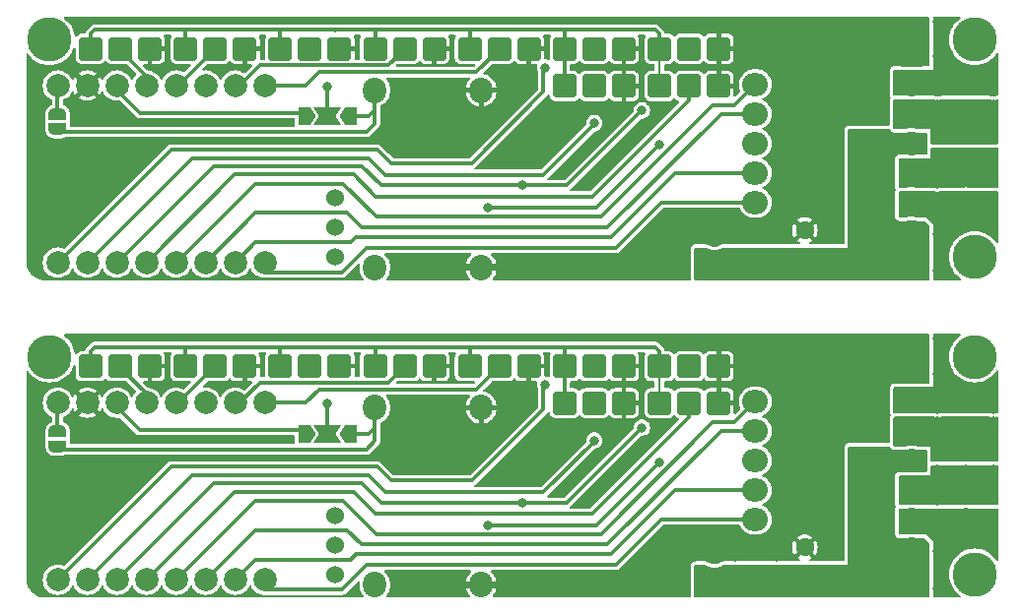
<source format=gbr>
%TF.GenerationSoftware,KiCad,Pcbnew,8.0.4*%
%TF.CreationDate,2024-09-16T11:13:22-03:00*%
%TF.ProjectId,Mini-C3-panelized,4d696e69-2d43-4332-9d70-616e656c697a,rev?*%
%TF.SameCoordinates,Original*%
%TF.FileFunction,Copper,L2,Bot*%
%TF.FilePolarity,Positive*%
%FSLAX46Y46*%
G04 Gerber Fmt 4.6, Leading zero omitted, Abs format (unit mm)*
G04 Created by KiCad (PCBNEW 8.0.4) date 2024-09-16 11:13:22*
%MOMM*%
%LPD*%
G01*
G04 APERTURE LIST*
G04 Aperture macros list*
%AMRoundRect*
0 Rectangle with rounded corners*
0 $1 Rounding radius*
0 $2 $3 $4 $5 $6 $7 $8 $9 X,Y pos of 4 corners*
0 Add a 4 corners polygon primitive as box body*
4,1,4,$2,$3,$4,$5,$6,$7,$8,$9,$2,$3,0*
0 Add four circle primitives for the rounded corners*
1,1,$1+$1,$2,$3*
1,1,$1+$1,$4,$5*
1,1,$1+$1,$6,$7*
1,1,$1+$1,$8,$9*
0 Add four rect primitives between the rounded corners*
20,1,$1+$1,$2,$3,$4,$5,0*
20,1,$1+$1,$4,$5,$6,$7,0*
20,1,$1+$1,$6,$7,$8,$9,0*
20,1,$1+$1,$8,$9,$2,$3,0*%
%AMFreePoly0*
4,1,6,1.000000,0.000000,0.500000,-0.750000,-0.500000,-0.750000,-0.500000,0.750000,0.500000,0.750000,1.000000,0.000000,1.000000,0.000000,$1*%
%AMFreePoly1*
4,1,7,0.700000,0.000000,1.200000,-0.750000,-1.200000,-0.750000,-0.700000,0.000000,-1.200000,0.750000,1.200000,0.750000,0.700000,0.000000,0.700000,0.000000,$1*%
%AMFreePoly2*
4,1,19,0.500000,-0.750000,0.000000,-0.750000,0.000000,-0.744911,-0.071157,-0.744911,-0.207708,-0.704816,-0.327430,-0.627875,-0.420627,-0.520320,-0.479746,-0.390866,-0.500000,-0.250000,-0.500000,0.250000,-0.479746,0.390866,-0.420627,0.520320,-0.327430,0.627875,-0.207708,0.704816,-0.071157,0.744911,0.000000,0.744911,0.000000,0.750000,0.500000,0.750000,0.500000,-0.750000,0.500000,-0.750000,
$1*%
%AMFreePoly3*
4,1,19,0.000000,0.744911,0.071157,0.744911,0.207708,0.704816,0.327430,0.627875,0.420627,0.520320,0.479746,0.390866,0.500000,0.250000,0.500000,-0.250000,0.479746,-0.390866,0.420627,-0.520320,0.327430,-0.627875,0.207708,-0.704816,0.071157,-0.744911,0.000000,-0.744911,0.000000,-0.750000,-0.500000,-0.750000,-0.500000,0.750000,0.000000,0.750000,0.000000,0.744911,0.000000,0.744911,
$1*%
G04 Aperture macros list end*
%TA.AperFunction,ComponentPad*%
%ADD10RoundRect,0.250000X0.750000X0.750000X-0.750000X0.750000X-0.750000X-0.750000X0.750000X-0.750000X0*%
%TD*%
%TA.AperFunction,ComponentPad*%
%ADD11C,1.524000*%
%TD*%
%TA.AperFunction,ComponentPad*%
%ADD12C,2.000000*%
%TD*%
%TA.AperFunction,ComponentPad*%
%ADD13C,3.800000*%
%TD*%
%TA.AperFunction,ComponentPad*%
%ADD14O,2.000000X2.200000*%
%TD*%
%TA.AperFunction,ComponentPad*%
%ADD15RoundRect,0.250000X-0.850000X-0.750000X0.850000X-0.750000X0.850000X0.750000X-0.850000X0.750000X0*%
%TD*%
%TA.AperFunction,ComponentPad*%
%ADD16O,2.200000X2.000000*%
%TD*%
%TA.AperFunction,ComponentPad*%
%ADD17C,1.600000*%
%TD*%
%TA.AperFunction,SMDPad,CuDef*%
%ADD18FreePoly0,0.000000*%
%TD*%
%TA.AperFunction,SMDPad,CuDef*%
%ADD19FreePoly1,0.000000*%
%TD*%
%TA.AperFunction,SMDPad,CuDef*%
%ADD20FreePoly0,180.000000*%
%TD*%
%TA.AperFunction,SMDPad,CuDef*%
%ADD21FreePoly2,270.000000*%
%TD*%
%TA.AperFunction,SMDPad,CuDef*%
%ADD22FreePoly3,270.000000*%
%TD*%
%TA.AperFunction,ViaPad*%
%ADD23C,0.800000*%
%TD*%
%TA.AperFunction,Conductor*%
%ADD24C,0.300000*%
%TD*%
%TA.AperFunction,Conductor*%
%ADD25C,0.200000*%
%TD*%
G04 APERTURE END LIST*
D10*
%TO.P,J9,1,Pin_1*%
%TO.N,Board_0-GND*%
X117365835Y-32080000D03*
%TO.P,J9,2,Pin_2*%
%TO.N,Board_0-/Pin4*%
X114825835Y-32080000D03*
%TO.P,J9,3,Pin_3*%
%TO.N,Board_0-/Vcc*%
X112285835Y-32080000D03*
%TD*%
%TO.P,J3,1,Pin_1*%
%TO.N,Board_1-GND*%
X158082500Y-62567500D03*
%TO.P,J3,2,Pin_2*%
%TO.N,Board_1-/Pin6*%
X155542500Y-62567500D03*
%TO.P,J3,3,Pin_3*%
%TO.N,Board_1-/Vcc*%
X153002500Y-62567500D03*
%TD*%
D11*
%TO.P,SW1,1,1*%
%TO.N,Board_1-Net-(U3-IN)*%
X133282500Y-77290000D03*
%TO.P,SW1,2,2*%
%TO.N,Board_1-Net-(D1-K)*%
X133282500Y-74750000D03*
%TO.P,SW1,3*%
%TO.N,N/C*%
X133282500Y-72210000D03*
%TD*%
D12*
%TO.P,J1,1*%
%TO.N,Board_1-GND*%
X165857500Y-75410000D03*
%TO.P,J1,2*%
%TO.N,Board_1-/VM*%
X165857500Y-77950000D03*
%TD*%
D10*
%TO.P,J7,1,Pin_1*%
%TO.N,Board_1-GND*%
X133652501Y-59380000D03*
%TO.P,J7,2,Pin_2*%
%TO.N,Board_1-/Pin2*%
X131112501Y-59380000D03*
%TO.P,J7,3,Pin_3*%
%TO.N,Board_1-/Vcc*%
X128572501Y-59380000D03*
%TD*%
D13*
%TO.P,H3,1,1*%
%TO.N,Board_1-unconnected-(H3-Pad1)*%
X108732500Y-58580000D03*
%TD*%
D14*
%TO.P,U3,1,IN*%
%TO.N,Board_0-Net-(U3-IN)*%
X136692500Y-50880000D03*
%TO.P,U3,2,GND*%
%TO.N,Board_0-GND*%
X145832500Y-50880000D03*
X145832500Y-35640000D03*
%TO.P,U3,3,OUT*%
%TO.N,Board_0-+5V*%
X136692500Y-35640000D03*
%TD*%
D13*
%TO.P,H1,1,1*%
%TO.N,Board_0-unconnected-(H1-Pad1)*%
X188232500Y-31280000D03*
%TD*%
D10*
%TO.P,J11,1,Pin_1*%
%TO.N,Board_1-GND*%
X166225835Y-62567500D03*
%TO.P,J11,2,Pin_2*%
%TO.N,Board_1-/Pin8*%
X163685835Y-62567500D03*
%TO.P,J11,3,Pin_3*%
%TO.N,Board_1-/Vcc*%
X161145835Y-62567500D03*
%TD*%
D15*
%TO.P,U1,1,GND*%
%TO.N,Board_1-GND*%
X169382500Y-59890000D03*
D16*
X169382500Y-75130000D03*
D15*
X182782500Y-59890000D03*
D16*
%TO.P,U1,2,IN_B2*%
%TO.N,Board_1-/IN_B2*%
X169382500Y-62430000D03*
%TO.P,U1,3,IN_B1*%
%TO.N,Board_1-/IN_B1*%
X169382500Y-64970000D03*
%TO.P,U1,4,VREF*%
%TO.N,Board_1-+3.3V*%
X169382500Y-67510000D03*
%TO.P,U1,5,IN_A2*%
%TO.N,Board_1-/IN_A2*%
X169382500Y-70050000D03*
%TO.P,U1,6,IN_A1*%
%TO.N,Board_1-/IN_A1*%
X169382500Y-72590000D03*
%TO.P,U1,7,OUT_B2*%
%TO.N,Board_1-/OUT_B2*%
X182782500Y-62430000D03*
%TO.P,U1,8,OUT_B1*%
%TO.N,Board_1-/OUT_B1*%
X182782500Y-64970000D03*
%TO.P,U1,9,VM*%
%TO.N,Board_1-/VM*%
X182782500Y-67510000D03*
X182782500Y-75130000D03*
%TO.P,U1,10,OUT_A2*%
%TO.N,Board_1-/OUT_A2*%
X182782500Y-70050000D03*
%TO.P,U1,11,OUT_A1*%
%TO.N,Board_1-/OUT_A1*%
X182782500Y-72590000D03*
%TD*%
D10*
%TO.P,J7,1,Pin_1*%
%TO.N,Board_0-GND*%
X133652501Y-32080000D03*
%TO.P,J7,2,Pin_2*%
%TO.N,Board_0-/Pin2*%
X131112501Y-32080000D03*
%TO.P,J7,3,Pin_3*%
%TO.N,Board_0-/Vcc*%
X128572501Y-32080000D03*
%TD*%
%TO.P,J2,1,Pin_1*%
%TO.N,Board_1-GND*%
X158082500Y-59380000D03*
%TO.P,J2,2,Pin_2*%
%TO.N,Board_1-/Pin5*%
X155542500Y-59380000D03*
%TO.P,J2,3,Pin_3*%
%TO.N,Board_1-/Vcc*%
X153002500Y-59380000D03*
%TD*%
D12*
%TO.P,J4,1,Pin_1*%
%TO.N,Board_0-/OUT_A2*%
X187482500Y-42765000D03*
%TO.P,J4,2,Pin_2*%
%TO.N,Board_0-/OUT_A1*%
X187482500Y-45305000D03*
%TD*%
%TO.P,J5,1,Pin_1*%
%TO.N,Board_0-/OUT_B2*%
X187482500Y-35065000D03*
%TO.P,J5,2,Pin_2*%
%TO.N,Board_0-/OUT_B1*%
X187482500Y-37605000D03*
%TD*%
D10*
%TO.P,J6,1,Pin_1*%
%TO.N,Board_1-GND*%
X141795834Y-59380000D03*
%TO.P,J6,2,Pin_2*%
%TO.N,Board_1-/Pin1*%
X139255834Y-59380000D03*
%TO.P,J6,3,Pin_3*%
%TO.N,Board_1-/Vcc*%
X136715834Y-59380000D03*
%TD*%
%TO.P,J12,1,Pin_1*%
%TO.N,Board_0-GND*%
X166225835Y-32080000D03*
%TO.P,J12,2,Pin_2*%
%TO.N,Board_0-/Pin7*%
X163685835Y-32080000D03*
%TO.P,J12,3,Pin_3*%
%TO.N,Board_0-/Vcc*%
X161145835Y-32080000D03*
%TD*%
D14*
%TO.P,U3,1,IN*%
%TO.N,Board_1-Net-(U3-IN)*%
X136692500Y-78180000D03*
%TO.P,U3,2,GND*%
%TO.N,Board_1-GND*%
X145832500Y-78180000D03*
X145832500Y-62940000D03*
%TO.P,U3,3,OUT*%
%TO.N,Board_1-+5V*%
X136692500Y-62940000D03*
%TD*%
D17*
%TO.P,C1,1*%
%TO.N,Board_1-/VM*%
X178632500Y-74980000D03*
%TO.P,C1,2*%
%TO.N,Board_1-GND*%
X173632500Y-74980000D03*
%TD*%
D12*
%TO.P,U2,0,GPIO0*%
%TO.N,Board_1-/Pin0*%
X127242500Y-62530000D03*
%TO.P,U2,1,GPIO1*%
%TO.N,Board_1-/Pin1*%
X124702500Y-62530000D03*
%TO.P,U2,2,GPIO2*%
%TO.N,Board_1-/Pin2*%
X122162500Y-62530000D03*
%TO.P,U2,3,GPIO3*%
%TO.N,Board_1-/Pin3*%
X119622500Y-62530000D03*
%TO.P,U2,3.3,3V3*%
%TO.N,Board_1-+3.3V*%
X114542500Y-62530000D03*
%TO.P,U2,4,GPIO4*%
%TO.N,Board_1-/Pin4*%
X117082500Y-62530000D03*
%TO.P,U2,5,GPIO5*%
%TO.N,Board_1-/Pin5*%
X109462500Y-77770000D03*
%TO.P,U2,5V,5V*%
%TO.N,Board_1-Net-(JP7-A)*%
X109462500Y-62530000D03*
%TO.P,U2,6,GPIO6*%
%TO.N,Board_1-/Pin6*%
X112002500Y-77770000D03*
%TO.P,U2,7,GPIO7*%
%TO.N,Board_1-/Pin7*%
X114542500Y-77770000D03*
%TO.P,U2,8,GPIO8*%
%TO.N,Board_1-/Pin8*%
X117082500Y-77770000D03*
%TO.P,U2,9,GPIO9*%
%TO.N,Board_1-/IN_B2*%
X119622500Y-77770000D03*
%TO.P,U2,10,GPIO10*%
%TO.N,Board_1-/IN_B1*%
X122162500Y-77770000D03*
%TO.P,U2,20,GPIO20*%
%TO.N,Board_1-/IN_A2*%
X124702500Y-77770000D03*
%TO.P,U2,21,GPIO21*%
%TO.N,Board_1-/IN_A1*%
X127242500Y-77770000D03*
%TO.P,U2,G,GND*%
%TO.N,Board_1-GND*%
X112002500Y-62530000D03*
%TD*%
D13*
%TO.P,H2,1,1*%
%TO.N,Board_1-unconnected-(H2-Pad1)*%
X188232500Y-77280000D03*
%TD*%
D17*
%TO.P,C1,1*%
%TO.N,Board_0-/VM*%
X178632500Y-47680000D03*
%TO.P,C1,2*%
%TO.N,Board_0-GND*%
X173632500Y-47680000D03*
%TD*%
D13*
%TO.P,H3,1,1*%
%TO.N,Board_0-unconnected-(H3-Pad1)*%
X108732500Y-31280000D03*
%TD*%
D11*
%TO.P,SW1,1,1*%
%TO.N,Board_0-Net-(U3-IN)*%
X133282500Y-49990000D03*
%TO.P,SW1,2,2*%
%TO.N,Board_0-Net-(D1-K)*%
X133282500Y-47450000D03*
%TO.P,SW1,3*%
%TO.N,N/C*%
X133282500Y-44910000D03*
%TD*%
D10*
%TO.P,J8,1,Pin_1*%
%TO.N,Board_1-GND*%
X125509168Y-59380000D03*
%TO.P,J8,2,Pin_2*%
%TO.N,Board_1-/Pin3*%
X122969168Y-59380000D03*
%TO.P,J8,3,Pin_3*%
%TO.N,Board_1-/Vcc*%
X120429168Y-59380000D03*
%TD*%
D12*
%TO.P,U2,0,GPIO0*%
%TO.N,Board_0-/Pin0*%
X127242500Y-35230000D03*
%TO.P,U2,1,GPIO1*%
%TO.N,Board_0-/Pin1*%
X124702500Y-35230000D03*
%TO.P,U2,2,GPIO2*%
%TO.N,Board_0-/Pin2*%
X122162500Y-35230000D03*
%TO.P,U2,3,GPIO3*%
%TO.N,Board_0-/Pin3*%
X119622500Y-35230000D03*
%TO.P,U2,3.3,3V3*%
%TO.N,Board_0-+3.3V*%
X114542500Y-35230000D03*
%TO.P,U2,4,GPIO4*%
%TO.N,Board_0-/Pin4*%
X117082500Y-35230000D03*
%TO.P,U2,5,GPIO5*%
%TO.N,Board_0-/Pin5*%
X109462500Y-50470000D03*
%TO.P,U2,5V,5V*%
%TO.N,Board_0-Net-(JP7-A)*%
X109462500Y-35230000D03*
%TO.P,U2,6,GPIO6*%
%TO.N,Board_0-/Pin6*%
X112002500Y-50470000D03*
%TO.P,U2,7,GPIO7*%
%TO.N,Board_0-/Pin7*%
X114542500Y-50470000D03*
%TO.P,U2,8,GPIO8*%
%TO.N,Board_0-/Pin8*%
X117082500Y-50470000D03*
%TO.P,U2,9,GPIO9*%
%TO.N,Board_0-/IN_B2*%
X119622500Y-50470000D03*
%TO.P,U2,10,GPIO10*%
%TO.N,Board_0-/IN_B1*%
X122162500Y-50470000D03*
%TO.P,U2,20,GPIO20*%
%TO.N,Board_0-/IN_A2*%
X124702500Y-50470000D03*
%TO.P,U2,21,GPIO21*%
%TO.N,Board_0-/IN_A1*%
X127242500Y-50470000D03*
%TO.P,U2,G,GND*%
%TO.N,Board_0-GND*%
X112002500Y-35230000D03*
%TD*%
D10*
%TO.P,J10,1,Pin_1*%
%TO.N,Board_1-GND*%
X149939167Y-59380000D03*
%TO.P,J10,2,Pin_2*%
%TO.N,Board_1-/Pin0*%
X147399167Y-59380000D03*
%TO.P,J10,3,Pin_3*%
%TO.N,Board_1-/Vcc*%
X144859167Y-59380000D03*
%TD*%
D13*
%TO.P,H2,1,1*%
%TO.N,Board_0-unconnected-(H2-Pad1)*%
X188232500Y-49980000D03*
%TD*%
%TO.P,H1,1,1*%
%TO.N,Board_1-unconnected-(H1-Pad1)*%
X188232500Y-58580000D03*
%TD*%
D10*
%TO.P,J2,1,Pin_1*%
%TO.N,Board_0-GND*%
X158082500Y-32080000D03*
%TO.P,J2,2,Pin_2*%
%TO.N,Board_0-/Pin5*%
X155542500Y-32080000D03*
%TO.P,J2,3,Pin_3*%
%TO.N,Board_0-/Vcc*%
X153002500Y-32080000D03*
%TD*%
D12*
%TO.P,J4,1,Pin_1*%
%TO.N,Board_1-/OUT_A2*%
X187482500Y-70065000D03*
%TO.P,J4,2,Pin_2*%
%TO.N,Board_1-/OUT_A1*%
X187482500Y-72605000D03*
%TD*%
D10*
%TO.P,J6,1,Pin_1*%
%TO.N,Board_0-GND*%
X141795834Y-32080000D03*
%TO.P,J6,2,Pin_2*%
%TO.N,Board_0-/Pin1*%
X139255834Y-32080000D03*
%TO.P,J6,3,Pin_3*%
%TO.N,Board_0-/Vcc*%
X136715834Y-32080000D03*
%TD*%
D12*
%TO.P,J1,1*%
%TO.N,Board_0-GND*%
X165857500Y-48110000D03*
%TO.P,J1,2*%
%TO.N,Board_0-/VM*%
X165857500Y-50650000D03*
%TD*%
D10*
%TO.P,J8,1,Pin_1*%
%TO.N,Board_0-GND*%
X125509168Y-32080000D03*
%TO.P,J8,2,Pin_2*%
%TO.N,Board_0-/Pin3*%
X122969168Y-32080000D03*
%TO.P,J8,3,Pin_3*%
%TO.N,Board_0-/Vcc*%
X120429168Y-32080000D03*
%TD*%
%TO.P,J3,1,Pin_1*%
%TO.N,Board_0-GND*%
X158082500Y-35267500D03*
%TO.P,J3,2,Pin_2*%
%TO.N,Board_0-/Pin6*%
X155542500Y-35267500D03*
%TO.P,J3,3,Pin_3*%
%TO.N,Board_0-/Vcc*%
X153002500Y-35267500D03*
%TD*%
%TO.P,J11,1,Pin_1*%
%TO.N,Board_0-GND*%
X166225835Y-35267500D03*
%TO.P,J11,2,Pin_2*%
%TO.N,Board_0-/Pin8*%
X163685835Y-35267500D03*
%TO.P,J11,3,Pin_3*%
%TO.N,Board_0-/Vcc*%
X161145835Y-35267500D03*
%TD*%
D15*
%TO.P,U1,1,GND*%
%TO.N,Board_0-GND*%
X169382500Y-32590000D03*
D16*
X169382500Y-47830000D03*
D15*
X182782500Y-32590000D03*
D16*
%TO.P,U1,2,IN_B2*%
%TO.N,Board_0-/IN_B2*%
X169382500Y-35130000D03*
%TO.P,U1,3,IN_B1*%
%TO.N,Board_0-/IN_B1*%
X169382500Y-37670000D03*
%TO.P,U1,4,VREF*%
%TO.N,Board_0-+3.3V*%
X169382500Y-40210000D03*
%TO.P,U1,5,IN_A2*%
%TO.N,Board_0-/IN_A2*%
X169382500Y-42750000D03*
%TO.P,U1,6,IN_A1*%
%TO.N,Board_0-/IN_A1*%
X169382500Y-45290000D03*
%TO.P,U1,7,OUT_B2*%
%TO.N,Board_0-/OUT_B2*%
X182782500Y-35130000D03*
%TO.P,U1,8,OUT_B1*%
%TO.N,Board_0-/OUT_B1*%
X182782500Y-37670000D03*
%TO.P,U1,9,VM*%
%TO.N,Board_0-/VM*%
X182782500Y-40210000D03*
X182782500Y-47830000D03*
%TO.P,U1,10,OUT_A2*%
%TO.N,Board_0-/OUT_A2*%
X182782500Y-42750000D03*
%TO.P,U1,11,OUT_A1*%
%TO.N,Board_0-/OUT_A1*%
X182782500Y-45290000D03*
%TD*%
D12*
%TO.P,J5,1,Pin_1*%
%TO.N,Board_1-/OUT_B2*%
X187482500Y-62365000D03*
%TO.P,J5,2,Pin_2*%
%TO.N,Board_1-/OUT_B1*%
X187482500Y-64905000D03*
%TD*%
D10*
%TO.P,J12,1,Pin_1*%
%TO.N,Board_1-GND*%
X166225835Y-59380000D03*
%TO.P,J12,2,Pin_2*%
%TO.N,Board_1-/Pin7*%
X163685835Y-59380000D03*
%TO.P,J12,3,Pin_3*%
%TO.N,Board_1-/Vcc*%
X161145835Y-59380000D03*
%TD*%
%TO.P,J10,1,Pin_1*%
%TO.N,Board_0-GND*%
X149939167Y-32080000D03*
%TO.P,J10,2,Pin_2*%
%TO.N,Board_0-/Pin0*%
X147399167Y-32080000D03*
%TO.P,J10,3,Pin_3*%
%TO.N,Board_0-/Vcc*%
X144859167Y-32080000D03*
%TD*%
%TO.P,J9,1,Pin_1*%
%TO.N,Board_1-GND*%
X117365835Y-59380000D03*
%TO.P,J9,2,Pin_2*%
%TO.N,Board_1-/Pin4*%
X114825835Y-59380000D03*
%TO.P,J9,3,Pin_3*%
%TO.N,Board_1-/Vcc*%
X112285835Y-59380000D03*
%TD*%
D18*
%TO.P,JP1,1,A*%
%TO.N,Board_0-+3.3V*%
X130632500Y-37880000D03*
D19*
%TO.P,JP1,2,C*%
%TO.N,Board_0-/Vcc*%
X132632500Y-37880000D03*
D20*
%TO.P,JP1,3,B*%
%TO.N,Board_0-+5V*%
X134632500Y-37880000D03*
%TD*%
D18*
%TO.P,JP1,1,A*%
%TO.N,Board_1-+3.3V*%
X130632500Y-65180000D03*
D19*
%TO.P,JP1,2,C*%
%TO.N,Board_1-/Vcc*%
X132632500Y-65180000D03*
D20*
%TO.P,JP1,3,B*%
%TO.N,Board_1-+5V*%
X134632500Y-65180000D03*
%TD*%
D21*
%TO.P,JP7,1,A*%
%TO.N,Board_0-Net-(JP7-A)*%
X109432500Y-37680000D03*
D22*
%TO.P,JP7,2,B*%
%TO.N,Board_0-+5V*%
X109432500Y-38980000D03*
%TD*%
D21*
%TO.P,JP7,1,A*%
%TO.N,Board_1-Net-(JP7-A)*%
X109432500Y-64980000D03*
D22*
%TO.P,JP7,2,B*%
%TO.N,Board_1-+5V*%
X109432500Y-66280000D03*
%TD*%
D23*
%TO.N,Board_0-+3.3V*%
X146432500Y-45780000D03*
X161132500Y-40330000D03*
%TO.N,Board_0-/OUT_A1*%
X185032500Y-48005000D03*
X189832500Y-44830000D03*
X189832500Y-47880000D03*
X185032500Y-51180000D03*
X185032500Y-44830000D03*
%TO.N,Board_0-/OUT_A2*%
X189832500Y-43580000D03*
X185032500Y-40980000D03*
X187482500Y-40980000D03*
X185032500Y-43680000D03*
X189832500Y-40980000D03*
%TO.N,Board_0-/OUT_B1*%
X185032500Y-39880000D03*
X185032500Y-36830000D03*
X189832500Y-39880000D03*
X189832500Y-36830000D03*
X187482500Y-39880000D03*
%TO.N,Board_0-/OUT_B2*%
X185032500Y-32740000D03*
X189832500Y-33330000D03*
X185032500Y-35780000D03*
X189832500Y-35780000D03*
X185032500Y-29700000D03*
%TO.N,Board_0-/Pin5*%
X151332500Y-33680000D03*
%TO.N,Board_0-/Pin6*%
X155542500Y-38480000D03*
%TO.N,Board_0-/Pin7*%
X149332500Y-43830000D03*
X159632500Y-37380000D03*
%TO.N,Board_0-/VM*%
X170332500Y-51380000D03*
X180732500Y-42780000D03*
X178132500Y-51380000D03*
X183332500Y-49780000D03*
X175532500Y-49780000D03*
X180732500Y-45380000D03*
X167732500Y-49780000D03*
X175532500Y-51380000D03*
X183332500Y-51380000D03*
X167732500Y-51380000D03*
X178132500Y-40180000D03*
X172932500Y-51380000D03*
X180732500Y-40180000D03*
X172932500Y-49780000D03*
X178132500Y-42780000D03*
X178132500Y-49780000D03*
X180732500Y-51380000D03*
X180732500Y-49780000D03*
X180732500Y-47780000D03*
X170332500Y-49780000D03*
X178132500Y-45380000D03*
%TO.N,Board_0-/Vcc*%
X132617579Y-35289928D03*
%TO.N,Board_0-GND*%
X167782500Y-33280000D03*
X107282500Y-33730000D03*
X107282500Y-49330000D03*
X107282500Y-47380000D03*
X180932500Y-31980000D03*
X141032500Y-50930000D03*
X171032500Y-31980000D03*
X171232500Y-48480000D03*
X164082500Y-47280000D03*
X107282500Y-41530000D03*
X107282500Y-39580000D03*
X107282500Y-35680000D03*
X164082500Y-48480000D03*
X171032500Y-33280000D03*
X167682500Y-48480000D03*
X107282500Y-45430000D03*
X180932500Y-33280000D03*
X167782500Y-31980000D03*
X171232500Y-47280000D03*
X107282500Y-43480000D03*
X107282500Y-37630000D03*
X167682500Y-47280000D03*
X171232500Y-36196666D03*
X171232500Y-41588333D03*
%TO.N,Board_1-+3.3V*%
X146432500Y-73080000D03*
X161132500Y-67630000D03*
%TO.N,Board_1-/OUT_A1*%
X185032500Y-72130000D03*
X189832500Y-75180000D03*
X185032500Y-75305000D03*
X185032500Y-78480000D03*
X189832500Y-72130000D03*
%TO.N,Board_1-/OUT_A2*%
X185032500Y-68280000D03*
X189832500Y-70880000D03*
X187482500Y-68280000D03*
X189832500Y-68280000D03*
X185032500Y-70980000D03*
%TO.N,Board_1-/OUT_B1*%
X185032500Y-64130000D03*
X189832500Y-67180000D03*
X187482500Y-67180000D03*
X185032500Y-67180000D03*
X189832500Y-64130000D03*
%TO.N,Board_1-/OUT_B2*%
X189832500Y-63080000D03*
X185032500Y-57000000D03*
X185032500Y-60040000D03*
X185032500Y-63080000D03*
X189832500Y-60630000D03*
%TO.N,Board_1-/Pin5*%
X151332500Y-60980000D03*
%TO.N,Board_1-/Pin6*%
X155542500Y-65780000D03*
%TO.N,Board_1-/Pin7*%
X149332500Y-71130000D03*
X159632500Y-64680000D03*
%TO.N,Board_1-/VM*%
X180732500Y-78680000D03*
X180732500Y-67480000D03*
X178132500Y-77080000D03*
X183332500Y-78680000D03*
X178132500Y-67480000D03*
X180732500Y-77080000D03*
X178132500Y-78680000D03*
X167732500Y-77080000D03*
X180732500Y-70080000D03*
X178132500Y-70080000D03*
X178132500Y-72680000D03*
X167732500Y-78680000D03*
X172932500Y-78680000D03*
X175532500Y-77080000D03*
X175532500Y-78680000D03*
X170332500Y-77080000D03*
X180732500Y-72680000D03*
X180732500Y-75080000D03*
X170332500Y-78680000D03*
X183332500Y-77080000D03*
X172932500Y-77080000D03*
%TO.N,Board_1-/Vcc*%
X132617579Y-62589928D03*
%TO.N,Board_1-GND*%
X107282500Y-62980000D03*
X167782500Y-60580000D03*
X107282500Y-76630000D03*
X180932500Y-59280000D03*
X180932500Y-60580000D03*
X107282500Y-70780000D03*
X107282500Y-72730000D03*
X167682500Y-74580000D03*
X107282500Y-64930000D03*
X141032500Y-78230000D03*
X107282500Y-61030000D03*
X167782500Y-59280000D03*
X171232500Y-75780000D03*
X167682500Y-75780000D03*
X107282500Y-68830000D03*
X107282500Y-74680000D03*
X171032500Y-60580000D03*
X171232500Y-68888333D03*
X164082500Y-75780000D03*
X164082500Y-74580000D03*
X171232500Y-63496666D03*
X171032500Y-59280000D03*
X171232500Y-74580000D03*
X107282500Y-66880000D03*
%TD*%
D24*
%TO.N,Board_0-+3.3V*%
X130605500Y-37580000D02*
X130632500Y-37607000D01*
X114542500Y-35640000D02*
X116482500Y-37580000D01*
X116482500Y-37580000D02*
X130605500Y-37580000D01*
X155682500Y-45780000D02*
X146432500Y-45780000D01*
X161132500Y-40330000D02*
X155682500Y-45780000D01*
X114542500Y-35230000D02*
X114542500Y-35640000D01*
%TO.N,Board_0-+5V*%
X136692500Y-38520000D02*
X136692500Y-37320000D01*
X109432500Y-38980000D02*
X109682500Y-39230000D01*
X136692500Y-37370000D02*
X136692500Y-35640000D01*
X135982500Y-39230000D02*
X136692500Y-38520000D01*
X136692500Y-37320000D02*
X136692500Y-35640000D01*
X134632500Y-37880000D02*
X136182500Y-37880000D01*
X109682500Y-39230000D02*
X135982500Y-39230000D01*
X136182500Y-37880000D02*
X136692500Y-37370000D01*
%TO.N,Board_0-/IN_A1*%
X127242500Y-51330000D02*
X127242500Y-50470000D01*
X135982500Y-49180000D02*
X133832500Y-51330000D01*
X133832500Y-51330000D02*
X127242500Y-51330000D01*
X161272500Y-45290000D02*
X157382500Y-49180000D01*
X169382500Y-45290000D02*
X161272500Y-45290000D01*
X157382500Y-49180000D02*
X135982500Y-49180000D01*
%TO.N,Board_0-/IN_A2*%
X126442500Y-48730000D02*
X124702500Y-50470000D01*
X134632500Y-48730000D02*
X126442500Y-48730000D01*
X135082500Y-48280000D02*
X134632500Y-48730000D01*
X169382500Y-42750000D02*
X162512500Y-42750000D01*
X162512500Y-42750000D02*
X156982500Y-48280000D01*
X156982500Y-48280000D02*
X135082500Y-48280000D01*
%TO.N,Board_0-/IN_B1*%
X126452500Y-46180000D02*
X122162500Y-50470000D01*
X156682500Y-47430000D02*
X135532500Y-47430000D01*
X135532500Y-47430000D02*
X134282500Y-46180000D01*
X134282500Y-46180000D02*
X126452500Y-46180000D01*
X166442500Y-37670000D02*
X156682500Y-47430000D01*
X169382500Y-37670000D02*
X166442500Y-37670000D01*
%TO.N,Board_0-/IN_B2*%
X136832500Y-46530000D02*
X133982500Y-43680000D01*
X165732500Y-36930000D02*
X156132500Y-46530000D01*
X156132500Y-46530000D02*
X136832500Y-46530000D01*
X126412500Y-43680000D02*
X119622500Y-50470000D01*
X133982500Y-43680000D02*
X126412500Y-43680000D01*
X167582500Y-36930000D02*
X165732500Y-36930000D01*
X169382500Y-35130000D02*
X167582500Y-36930000D01*
%TO.N,Board_0-/Pin0*%
X145399167Y-34080000D02*
X147399167Y-32080000D01*
X131882500Y-34080000D02*
X145399167Y-34080000D01*
X127242500Y-35230000D02*
X130732500Y-35230000D01*
X130732500Y-35230000D02*
X131882500Y-34080000D01*
%TO.N,Board_0-/Pin1*%
X137855834Y-33480000D02*
X139255834Y-32080000D01*
X125082500Y-35230000D02*
X126832500Y-33480000D01*
X126832500Y-33480000D02*
X137855834Y-33480000D01*
X124702500Y-35230000D02*
X125082500Y-35230000D01*
%TO.N,Board_0-/Pin3*%
X119819168Y-35230000D02*
X122969168Y-32080000D01*
X119622500Y-35230000D02*
X119819168Y-35230000D01*
%TO.N,Board_0-/Pin4*%
X114825835Y-32223335D02*
X114825835Y-32080000D01*
X117082500Y-35230000D02*
X117082500Y-34480000D01*
X117082500Y-34480000D02*
X114825835Y-32223335D01*
%TO.N,Board_0-/Pin5*%
X119202500Y-40730000D02*
X109462500Y-50470000D01*
X151182500Y-33830000D02*
X151182500Y-35780000D01*
X151182500Y-35780000D02*
X145032500Y-41930000D01*
X136882500Y-40730000D02*
X119202500Y-40730000D01*
X151332500Y-33680000D02*
X151182500Y-33830000D01*
X145032500Y-41930000D02*
X138082500Y-41930000D01*
X138082500Y-41930000D02*
X136882500Y-40730000D01*
%TO.N,Board_0-/Pin6*%
X137632500Y-42930000D02*
X136182500Y-41480000D01*
X155542500Y-38480000D02*
X155542500Y-38570000D01*
X155542500Y-38570000D02*
X151182500Y-42930000D01*
X136182500Y-41480000D02*
X120992500Y-41480000D01*
X120992500Y-41480000D02*
X112002500Y-50470000D01*
X151182500Y-42930000D02*
X137632500Y-42930000D01*
%TO.N,Board_0-/Pin7*%
X159632500Y-37380000D02*
X153182500Y-43830000D01*
X153182500Y-43830000D02*
X149332500Y-43830000D01*
X137232500Y-43830000D02*
X135582500Y-42180000D01*
X135582500Y-42180000D02*
X122832500Y-42180000D01*
X122832500Y-42180000D02*
X114542500Y-50470000D01*
X149332500Y-43830000D02*
X137232500Y-43830000D01*
%TO.N,Board_0-/Pin8*%
X124672500Y-42880000D02*
X117082500Y-50470000D01*
X155382500Y-44780000D02*
X136782500Y-44780000D01*
X136782500Y-44780000D02*
X134882500Y-42880000D01*
X163685835Y-35267500D02*
X163685835Y-36476665D01*
X163685835Y-36476665D02*
X155382500Y-44780000D01*
X134882500Y-42880000D02*
X124672500Y-42880000D01*
%TO.N,Board_0-/Vcc*%
X144882500Y-30430000D02*
X149832500Y-30430000D01*
X153002500Y-30450000D02*
X152982500Y-30430000D01*
X153002500Y-32080000D02*
X153002500Y-30450000D01*
X120432500Y-30430000D02*
X124932500Y-30430000D01*
X124932500Y-30430000D02*
X128582500Y-30430000D01*
X153002500Y-32080000D02*
X153002500Y-35267500D01*
X144859167Y-32080000D02*
X144859167Y-30453333D01*
X128572501Y-32080000D02*
X128572501Y-30439999D01*
X152982500Y-30430000D02*
X160782500Y-30430000D01*
X133282500Y-30430000D02*
X136732500Y-30430000D01*
X144835834Y-30430000D02*
X144859167Y-30453333D01*
X124959166Y-30456666D02*
X124932500Y-30430000D01*
X116632500Y-30430000D02*
X120432500Y-30430000D01*
X149832500Y-30430000D02*
X152982500Y-30430000D01*
X136715834Y-30446666D02*
X136732500Y-30430000D01*
D25*
X161145835Y-32080000D02*
X161145835Y-35267500D01*
D24*
X112285835Y-30776665D02*
X112632500Y-30430000D01*
X132632500Y-37607000D02*
X132632500Y-35280000D01*
X112632500Y-30430000D02*
X116632500Y-30430000D01*
X160782500Y-30430000D02*
X161145835Y-30793335D01*
X136732500Y-30430000D02*
X144835834Y-30430000D01*
X149839165Y-30436665D02*
X149832500Y-30430000D01*
X144859167Y-30453333D02*
X144882500Y-30430000D01*
X120429168Y-30433332D02*
X120432500Y-30430000D01*
X128572501Y-30439999D02*
X128582500Y-30430000D01*
X112285835Y-32080000D02*
X112285835Y-30776665D01*
X120429168Y-32080000D02*
X120429168Y-30433332D01*
X128582500Y-30430000D02*
X133282500Y-30430000D01*
X133252499Y-30460001D02*
X133282500Y-30430000D01*
X161145835Y-30793335D02*
X161145835Y-32080000D01*
X136715834Y-32080000D02*
X136715834Y-30446666D01*
%TO.N,Board_0-GND*%
X149832500Y-32086665D02*
X149839165Y-32080000D01*
%TO.N,Board_0-Net-(JP7-A)*%
X109432500Y-37680000D02*
X109432500Y-35260000D01*
X109432500Y-35260000D02*
X109462500Y-35230000D01*
%TO.N,Board_0-unconnected-(H3-Pad1)*%
X108332500Y-30780000D02*
X108682500Y-30430000D01*
X108372500Y-32080000D02*
X108332500Y-32040000D01*
X108332500Y-32040000D02*
X108332500Y-30780000D01*
%TO.N,Board_1-+3.3V*%
X116482500Y-64880000D02*
X130605500Y-64880000D01*
X114542500Y-62940000D02*
X116482500Y-64880000D01*
X155682500Y-73080000D02*
X146432500Y-73080000D01*
X114542500Y-62530000D02*
X114542500Y-62940000D01*
X130605500Y-64880000D02*
X130632500Y-64907000D01*
X161132500Y-67630000D02*
X155682500Y-73080000D01*
%TO.N,Board_1-+5V*%
X135982500Y-66530000D02*
X136692500Y-65820000D01*
X136182500Y-65180000D02*
X136692500Y-64670000D01*
X109432500Y-66280000D02*
X109682500Y-66530000D01*
X136692500Y-64620000D02*
X136692500Y-62940000D01*
X136692500Y-65820000D02*
X136692500Y-64620000D01*
X136692500Y-64670000D02*
X136692500Y-62940000D01*
X134632500Y-65180000D02*
X136182500Y-65180000D01*
X109682500Y-66530000D02*
X135982500Y-66530000D01*
%TO.N,Board_1-/IN_A1*%
X135982500Y-76480000D02*
X133832500Y-78630000D01*
X127242500Y-78630000D02*
X127242500Y-77770000D01*
X133832500Y-78630000D02*
X127242500Y-78630000D01*
X161272500Y-72590000D02*
X157382500Y-76480000D01*
X157382500Y-76480000D02*
X135982500Y-76480000D01*
X169382500Y-72590000D02*
X161272500Y-72590000D01*
%TO.N,Board_1-/IN_A2*%
X169382500Y-70050000D02*
X162512500Y-70050000D01*
X135082500Y-75580000D02*
X134632500Y-76030000D01*
X126442500Y-76030000D02*
X124702500Y-77770000D01*
X162512500Y-70050000D02*
X156982500Y-75580000D01*
X156982500Y-75580000D02*
X135082500Y-75580000D01*
X134632500Y-76030000D02*
X126442500Y-76030000D01*
%TO.N,Board_1-/IN_B1*%
X169382500Y-64970000D02*
X166442500Y-64970000D01*
X166442500Y-64970000D02*
X156682500Y-74730000D01*
X156682500Y-74730000D02*
X135532500Y-74730000D01*
X135532500Y-74730000D02*
X134282500Y-73480000D01*
X134282500Y-73480000D02*
X126452500Y-73480000D01*
X126452500Y-73480000D02*
X122162500Y-77770000D01*
%TO.N,Board_1-/IN_B2*%
X126412500Y-70980000D02*
X119622500Y-77770000D01*
X167582500Y-64230000D02*
X165732500Y-64230000D01*
X156132500Y-73830000D02*
X136832500Y-73830000D01*
X169382500Y-62430000D02*
X167582500Y-64230000D01*
X165732500Y-64230000D02*
X156132500Y-73830000D01*
X133982500Y-70980000D02*
X126412500Y-70980000D01*
X136832500Y-73830000D02*
X133982500Y-70980000D01*
%TO.N,Board_1-/Pin0*%
X127242500Y-62530000D02*
X130732500Y-62530000D01*
X145399167Y-61380000D02*
X147399167Y-59380000D01*
X131882500Y-61380000D02*
X145399167Y-61380000D01*
X130732500Y-62530000D02*
X131882500Y-61380000D01*
%TO.N,Board_1-/Pin1*%
X125082500Y-62530000D02*
X126832500Y-60780000D01*
X126832500Y-60780000D02*
X137855834Y-60780000D01*
X137855834Y-60780000D02*
X139255834Y-59380000D01*
X124702500Y-62530000D02*
X125082500Y-62530000D01*
%TO.N,Board_1-/Pin3*%
X119819168Y-62530000D02*
X122969168Y-59380000D01*
X119622500Y-62530000D02*
X119819168Y-62530000D01*
%TO.N,Board_1-/Pin4*%
X117082500Y-61780000D02*
X114825835Y-59523335D01*
X114825835Y-59523335D02*
X114825835Y-59380000D01*
X117082500Y-62530000D02*
X117082500Y-61780000D01*
%TO.N,Board_1-/Pin5*%
X136882500Y-68030000D02*
X119202500Y-68030000D01*
X145032500Y-69230000D02*
X138082500Y-69230000D01*
X151182500Y-63080000D02*
X145032500Y-69230000D01*
X151332500Y-60980000D02*
X151182500Y-61130000D01*
X119202500Y-68030000D02*
X109462500Y-77770000D01*
X151182500Y-61130000D02*
X151182500Y-63080000D01*
X138082500Y-69230000D02*
X136882500Y-68030000D01*
%TO.N,Board_1-/Pin6*%
X120992500Y-68780000D02*
X112002500Y-77770000D01*
X155542500Y-65870000D02*
X151182500Y-70230000D01*
X151182500Y-70230000D02*
X137632500Y-70230000D01*
X137632500Y-70230000D02*
X136182500Y-68780000D01*
X155542500Y-65780000D02*
X155542500Y-65870000D01*
X136182500Y-68780000D02*
X120992500Y-68780000D01*
%TO.N,Board_1-/Pin7*%
X159632500Y-64680000D02*
X153182500Y-71130000D01*
X137232500Y-71130000D02*
X135582500Y-69480000D01*
X135582500Y-69480000D02*
X122832500Y-69480000D01*
X149332500Y-71130000D02*
X137232500Y-71130000D01*
X122832500Y-69480000D02*
X114542500Y-77770000D01*
X153182500Y-71130000D02*
X149332500Y-71130000D01*
%TO.N,Board_1-/Pin8*%
X163685835Y-62567500D02*
X163685835Y-63776665D01*
X155382500Y-72080000D02*
X136782500Y-72080000D01*
X124672500Y-70180000D02*
X117082500Y-77770000D01*
X163685835Y-63776665D02*
X155382500Y-72080000D01*
X136782500Y-72080000D02*
X134882500Y-70180000D01*
X134882500Y-70180000D02*
X124672500Y-70180000D01*
%TO.N,Board_1-/Vcc*%
X153002500Y-59380000D02*
X153002500Y-62567500D01*
X120429168Y-57733332D02*
X120432500Y-57730000D01*
X124932500Y-57730000D02*
X128582500Y-57730000D01*
X144835834Y-57730000D02*
X144859167Y-57753333D01*
X144859167Y-59380000D02*
X144859167Y-57753333D01*
X132632500Y-64907000D02*
X132632500Y-62580000D01*
X149839165Y-57736665D02*
X149832500Y-57730000D01*
X133282500Y-57730000D02*
X136732500Y-57730000D01*
X149832500Y-57730000D02*
X152982500Y-57730000D01*
X144882500Y-57730000D02*
X149832500Y-57730000D01*
X116632500Y-57730000D02*
X120432500Y-57730000D01*
X120432500Y-57730000D02*
X124932500Y-57730000D01*
X153002500Y-57750000D02*
X152982500Y-57730000D01*
X128572501Y-57739999D02*
X128582500Y-57730000D01*
X153002500Y-59380000D02*
X153002500Y-57750000D01*
X120429168Y-59380000D02*
X120429168Y-57733332D01*
D25*
X161145835Y-59380000D02*
X161145835Y-62567500D01*
D24*
X152982500Y-57730000D02*
X160782500Y-57730000D01*
X136715834Y-59380000D02*
X136715834Y-57746666D01*
X136715834Y-57746666D02*
X136732500Y-57730000D01*
X128582500Y-57730000D02*
X133282500Y-57730000D01*
X112632500Y-57730000D02*
X116632500Y-57730000D01*
X112285835Y-58076665D02*
X112632500Y-57730000D01*
X144859167Y-57753333D02*
X144882500Y-57730000D01*
X160782500Y-57730000D02*
X161145835Y-58093335D01*
X124959166Y-57756666D02*
X124932500Y-57730000D01*
X136732500Y-57730000D02*
X144835834Y-57730000D01*
X112285835Y-59380000D02*
X112285835Y-58076665D01*
X128572501Y-59380000D02*
X128572501Y-57739999D01*
X133252499Y-57760001D02*
X133282500Y-57730000D01*
X161145835Y-58093335D02*
X161145835Y-59380000D01*
%TO.N,Board_1-GND*%
X149832500Y-59386665D02*
X149839165Y-59380000D01*
%TO.N,Board_1-Net-(JP7-A)*%
X109432500Y-62560000D02*
X109462500Y-62530000D01*
X109432500Y-64980000D02*
X109432500Y-62560000D01*
%TO.N,Board_1-unconnected-(H3-Pad1)*%
X108332500Y-58080000D02*
X108682500Y-57730000D01*
X108372500Y-59380000D02*
X108332500Y-59340000D01*
X108332500Y-59340000D02*
X108332500Y-58080000D01*
%TD*%
%TA.AperFunction,Conductor*%
%TO.N,Board_0-GND*%
G36*
X110945569Y-32009440D02*
G01*
X110980882Y-32059406D01*
X110985335Y-32088764D01*
X110985335Y-32873106D01*
X110995958Y-32961565D01*
X111051472Y-33102339D01*
X111051473Y-33102341D01*
X111051474Y-33102342D01*
X111142913Y-33222922D01*
X111263493Y-33314361D01*
X111263494Y-33314361D01*
X111263495Y-33314362D01*
X111271095Y-33317359D01*
X111404271Y-33369877D01*
X111492733Y-33380500D01*
X111492735Y-33380500D01*
X113078935Y-33380500D01*
X113078937Y-33380500D01*
X113167399Y-33369877D01*
X113308177Y-33314361D01*
X113428757Y-33222922D01*
X113476952Y-33159367D01*
X113527177Y-33124426D01*
X113588350Y-33125679D01*
X113634717Y-33159366D01*
X113682913Y-33222922D01*
X113803493Y-33314361D01*
X113803494Y-33314361D01*
X113803495Y-33314362D01*
X113811095Y-33317359D01*
X113944271Y-33369877D01*
X114032733Y-33380500D01*
X115304889Y-33380500D01*
X115363080Y-33399407D01*
X115374893Y-33409496D01*
X116149351Y-34183954D01*
X116177128Y-34238471D01*
X116167557Y-34298903D01*
X116149352Y-34323961D01*
X116082451Y-34390863D01*
X115951930Y-34577268D01*
X115951928Y-34577271D01*
X115902224Y-34683863D01*
X115860496Y-34728611D01*
X115800435Y-34740285D01*
X115744982Y-34714427D01*
X115722776Y-34683863D01*
X115673071Y-34577271D01*
X115673065Y-34577262D01*
X115542553Y-34390869D01*
X115542552Y-34390867D01*
X115542548Y-34390863D01*
X115542547Y-34390861D01*
X115381639Y-34229953D01*
X115381635Y-34229950D01*
X115381632Y-34229947D01*
X115381630Y-34229946D01*
X115195237Y-34099434D01*
X115195236Y-34099433D01*
X115195234Y-34099432D01*
X115195228Y-34099429D01*
X115195223Y-34099426D01*
X114988999Y-34003262D01*
X114989000Y-34003262D01*
X114847812Y-33965431D01*
X114769192Y-33944365D01*
X114769191Y-33944364D01*
X114769184Y-33944363D01*
X114542503Y-33924532D01*
X114542497Y-33924532D01*
X114315815Y-33944363D01*
X114095999Y-34003262D01*
X113889776Y-34099426D01*
X113889762Y-34099434D01*
X113703369Y-34229946D01*
X113703367Y-34229947D01*
X113542447Y-34390867D01*
X113542446Y-34390869D01*
X113411934Y-34577262D01*
X113411926Y-34577276D01*
X113361948Y-34684454D01*
X113320220Y-34729203D01*
X113260159Y-34740877D01*
X113204706Y-34715019D01*
X113182499Y-34684454D01*
X113132633Y-34577516D01*
X113132633Y-34577515D01*
X113052403Y-34462937D01*
X112470519Y-35044822D01*
X112468425Y-35037007D01*
X112402599Y-34922993D01*
X112309507Y-34829901D01*
X112195493Y-34764075D01*
X112187674Y-34761979D01*
X112769560Y-34180094D01*
X112654984Y-34099866D01*
X112448823Y-34003733D01*
X112229097Y-33944857D01*
X112002503Y-33925034D01*
X112002497Y-33925034D01*
X111775902Y-33944857D01*
X111556176Y-34003733D01*
X111350018Y-34099865D01*
X111235438Y-34180094D01*
X111817324Y-34761980D01*
X111809507Y-34764075D01*
X111695493Y-34829901D01*
X111602401Y-34922993D01*
X111536575Y-35037007D01*
X111534480Y-35044824D01*
X110952594Y-34462938D01*
X110872364Y-34577519D01*
X110872362Y-34577522D01*
X110822499Y-34684455D01*
X110780771Y-34729203D01*
X110720710Y-34740877D01*
X110665257Y-34715019D01*
X110643051Y-34684455D01*
X110593068Y-34577266D01*
X110521036Y-34474393D01*
X110462553Y-34390869D01*
X110462552Y-34390867D01*
X110462548Y-34390863D01*
X110462547Y-34390861D01*
X110301639Y-34229953D01*
X110301635Y-34229950D01*
X110301632Y-34229947D01*
X110301630Y-34229946D01*
X110115237Y-34099434D01*
X110115236Y-34099433D01*
X110115234Y-34099432D01*
X110115228Y-34099429D01*
X110115223Y-34099426D01*
X109908999Y-34003262D01*
X109909000Y-34003262D01*
X109767812Y-33965431D01*
X109689192Y-33944365D01*
X109689191Y-33944364D01*
X109689184Y-33944363D01*
X109462503Y-33924532D01*
X109462497Y-33924532D01*
X109235815Y-33944363D01*
X109015999Y-34003262D01*
X108809776Y-34099426D01*
X108809762Y-34099434D01*
X108623369Y-34229946D01*
X108623367Y-34229947D01*
X108462447Y-34390867D01*
X108462446Y-34390869D01*
X108331934Y-34577262D01*
X108331926Y-34577276D01*
X108235762Y-34783499D01*
X108176863Y-35003315D01*
X108157032Y-35229996D01*
X108157032Y-35230003D01*
X108176863Y-35456684D01*
X108176864Y-35456691D01*
X108176865Y-35456692D01*
X108179761Y-35467500D01*
X108235762Y-35676500D01*
X108331926Y-35882723D01*
X108331934Y-35882737D01*
X108462446Y-36069130D01*
X108462447Y-36069132D01*
X108462450Y-36069135D01*
X108462453Y-36069139D01*
X108623361Y-36230047D01*
X108623364Y-36230049D01*
X108623367Y-36230052D01*
X108623369Y-36230053D01*
X108708758Y-36289842D01*
X108809766Y-36360568D01*
X108809769Y-36360569D01*
X108809770Y-36360570D01*
X108824298Y-36367344D01*
X108924840Y-36414227D01*
X108969587Y-36455954D01*
X108982000Y-36503951D01*
X108982000Y-36823138D01*
X108963093Y-36881329D01*
X108916271Y-36915346D01*
X108916587Y-36916193D01*
X108913279Y-36917426D01*
X108782488Y-36977157D01*
X108782480Y-36977161D01*
X108709349Y-37024159D01*
X108709336Y-37024168D01*
X108600686Y-37118313D01*
X108600669Y-37118331D01*
X108543739Y-37184032D01*
X108543730Y-37184044D01*
X108466009Y-37304981D01*
X108466005Y-37304988D01*
X108466004Y-37304991D01*
X108431749Y-37380000D01*
X108429880Y-37384092D01*
X108389375Y-37522040D01*
X108389374Y-37522044D01*
X108377000Y-37608106D01*
X108377000Y-38180004D01*
X108378302Y-38208183D01*
X108378303Y-38208187D01*
X108403900Y-38298150D01*
X108401639Y-38359294D01*
X108400800Y-38361033D01*
X108400943Y-38361089D01*
X108397629Y-38369642D01*
X108377000Y-38479999D01*
X108377000Y-39051893D01*
X108389374Y-39137955D01*
X108389375Y-39137958D01*
X108429882Y-39275913D01*
X108466004Y-39355009D01*
X108466005Y-39355011D01*
X108466009Y-39355018D01*
X108543730Y-39475955D01*
X108543739Y-39475967D01*
X108600669Y-39541668D01*
X108600686Y-39541686D01*
X108709336Y-39635831D01*
X108709349Y-39635840D01*
X108782480Y-39682838D01*
X108782482Y-39682839D01*
X108782490Y-39682844D01*
X108913275Y-39742572D01*
X108913276Y-39742572D01*
X108913280Y-39742574D01*
X108960252Y-39756365D01*
X108996707Y-39767070D01*
X109139022Y-39787532D01*
X109225976Y-39787533D01*
X109233108Y-39786507D01*
X109247196Y-39785500D01*
X109617804Y-39785500D01*
X109631891Y-39786507D01*
X109639024Y-39787533D01*
X109725978Y-39787532D01*
X109868293Y-39767070D01*
X109930679Y-39748751D01*
X109951719Y-39742574D01*
X109951720Y-39742573D01*
X109951725Y-39742572D01*
X110068054Y-39689445D01*
X110109179Y-39680500D01*
X136041809Y-39680500D01*
X136132169Y-39656287D01*
X136132172Y-39656287D01*
X136145403Y-39652741D01*
X136156387Y-39649799D01*
X136259114Y-39590489D01*
X137052990Y-38796614D01*
X137112299Y-38693886D01*
X137113485Y-38689458D01*
X137113489Y-38689452D01*
X137113487Y-38689452D01*
X137143000Y-38579308D01*
X137143000Y-37030711D01*
X137161907Y-36972520D01*
X137197055Y-36942501D01*
X137374110Y-36852287D01*
X137374697Y-36851861D01*
X137468525Y-36783691D01*
X137539719Y-36731966D01*
X137684466Y-36587219D01*
X137774204Y-36463704D01*
X137804785Y-36421613D01*
X137804787Y-36421610D01*
X137897720Y-36239219D01*
X137960977Y-36044534D01*
X137960978Y-36044529D01*
X137993000Y-35842355D01*
X137993000Y-35437644D01*
X137960978Y-35235470D01*
X137959201Y-35230000D01*
X137897720Y-35040781D01*
X137804787Y-34858390D01*
X137804785Y-34858386D01*
X137682180Y-34689634D01*
X137683276Y-34688837D01*
X137661917Y-34637258D01*
X137676207Y-34577764D01*
X137722736Y-34538032D01*
X137760613Y-34530500D01*
X144765047Y-34530500D01*
X144823238Y-34549407D01*
X144859202Y-34598907D01*
X144859202Y-34660093D01*
X144842685Y-34689584D01*
X144843202Y-34689960D01*
X144720638Y-34858653D01*
X144627743Y-35040972D01*
X144564508Y-35235587D01*
X144532500Y-35437684D01*
X144532500Y-35439999D01*
X144532501Y-35440000D01*
X145264924Y-35440000D01*
X145232500Y-35561009D01*
X145232500Y-35718991D01*
X145264924Y-35840000D01*
X144532501Y-35840000D01*
X144532500Y-35840001D01*
X144532500Y-35842315D01*
X144564508Y-36044412D01*
X144627743Y-36239027D01*
X144720638Y-36421346D01*
X144840914Y-36586891D01*
X144985608Y-36731585D01*
X145151153Y-36851861D01*
X145333472Y-36944756D01*
X145528087Y-37007991D01*
X145632499Y-37024527D01*
X145632500Y-37024526D01*
X145632500Y-36207575D01*
X145753509Y-36240000D01*
X145911491Y-36240000D01*
X146032500Y-36207575D01*
X146032500Y-37024527D01*
X146136912Y-37007991D01*
X146331527Y-36944756D01*
X146513846Y-36851861D01*
X146679391Y-36731585D01*
X146824085Y-36586891D01*
X146944361Y-36421346D01*
X147037256Y-36239027D01*
X147100491Y-36044412D01*
X147132500Y-35842315D01*
X147132500Y-35840001D01*
X147132499Y-35840000D01*
X146400076Y-35840000D01*
X146432500Y-35718991D01*
X146432500Y-35561009D01*
X146400076Y-35440000D01*
X147132499Y-35440000D01*
X147132500Y-35439999D01*
X147132500Y-35437684D01*
X147100491Y-35235587D01*
X147037256Y-35040972D01*
X146944361Y-34858653D01*
X146824085Y-34693108D01*
X146679391Y-34548414D01*
X146513846Y-34428138D01*
X146331527Y-34335243D01*
X146136912Y-34272008D01*
X146076181Y-34262390D01*
X146021665Y-34234613D01*
X145993887Y-34180096D01*
X146003458Y-34119664D01*
X146021661Y-34094608D01*
X146706774Y-33409496D01*
X146761291Y-33381719D01*
X146776778Y-33380500D01*
X148192267Y-33380500D01*
X148192269Y-33380500D01*
X148280731Y-33369877D01*
X148421509Y-33314361D01*
X148542089Y-33222922D01*
X148590598Y-33158954D01*
X148640824Y-33124012D01*
X148701997Y-33125266D01*
X148748365Y-33158955D01*
X148796599Y-33222561D01*
X148796602Y-33222564D01*
X148917071Y-33313919D01*
X149057723Y-33369386D01*
X149146102Y-33379999D01*
X149146109Y-33380000D01*
X149739166Y-33380000D01*
X149739167Y-33379999D01*
X149739167Y-32541879D01*
X149746174Y-32545925D01*
X149873341Y-32580000D01*
X150004993Y-32580000D01*
X150132160Y-32545925D01*
X150139167Y-32541879D01*
X150139167Y-33379999D01*
X150139168Y-33380000D01*
X150553664Y-33380000D01*
X150611855Y-33398907D01*
X150647819Y-33448407D01*
X150647819Y-33505070D01*
X150648794Y-33505311D01*
X150647819Y-33509267D01*
X150647819Y-33509593D01*
X150647551Y-33510354D01*
X150647359Y-33511130D01*
X150627626Y-33673651D01*
X150626855Y-33680000D01*
X150647360Y-33848872D01*
X150693112Y-33969514D01*
X150705911Y-34003262D01*
X150707682Y-34007930D01*
X150714434Y-34017712D01*
X150714474Y-34017769D01*
X150732000Y-34074010D01*
X150732000Y-35552389D01*
X150713093Y-35610580D01*
X150703004Y-35622393D01*
X144874893Y-41450504D01*
X144820376Y-41478281D01*
X144804889Y-41479500D01*
X138310111Y-41479500D01*
X138251920Y-41460593D01*
X138240107Y-41450504D01*
X137846816Y-41057213D01*
X137159114Y-40369511D01*
X137159111Y-40369509D01*
X137159110Y-40369508D01*
X137159109Y-40369507D01*
X137056390Y-40310202D01*
X137056386Y-40310200D01*
X137032173Y-40303712D01*
X137032173Y-40303713D01*
X136941809Y-40279500D01*
X119143191Y-40279500D01*
X119098008Y-40291606D01*
X119052825Y-40303713D01*
X119052824Y-40303712D01*
X119028612Y-40310201D01*
X119028609Y-40310202D01*
X118925890Y-40369507D01*
X118925889Y-40369508D01*
X110055631Y-49239764D01*
X110001114Y-49267541D01*
X109943789Y-49259485D01*
X109908996Y-49243261D01*
X109908994Y-49243260D01*
X109700183Y-49187310D01*
X109689192Y-49184365D01*
X109689191Y-49184364D01*
X109689184Y-49184363D01*
X109462503Y-49164532D01*
X109462497Y-49164532D01*
X109235815Y-49184363D01*
X109015999Y-49243262D01*
X108809776Y-49339426D01*
X108809762Y-49339434D01*
X108623369Y-49469946D01*
X108623367Y-49469947D01*
X108462447Y-49630867D01*
X108462446Y-49630869D01*
X108331934Y-49817262D01*
X108331926Y-49817276D01*
X108235762Y-50023499D01*
X108176863Y-50243315D01*
X108157032Y-50469996D01*
X108157032Y-50470003D01*
X108176863Y-50696684D01*
X108176864Y-50696691D01*
X108176865Y-50696692D01*
X108213623Y-50833875D01*
X108235762Y-50916500D01*
X108331926Y-51122723D01*
X108331934Y-51122737D01*
X108462446Y-51309130D01*
X108462447Y-51309132D01*
X108462450Y-51309135D01*
X108462453Y-51309139D01*
X108623361Y-51470047D01*
X108623364Y-51470049D01*
X108623367Y-51470052D01*
X108623369Y-51470053D01*
X108747631Y-51557061D01*
X108809766Y-51600568D01*
X108809772Y-51600571D01*
X108809776Y-51600573D01*
X108957078Y-51669261D01*
X109002607Y-51690492D01*
X109016000Y-51696737D01*
X109016004Y-51696739D01*
X109235808Y-51755635D01*
X109235812Y-51755635D01*
X109235815Y-51755636D01*
X109462497Y-51775468D01*
X109462500Y-51775468D01*
X109462503Y-51775468D01*
X109689184Y-51755636D01*
X109689185Y-51755635D01*
X109689192Y-51755635D01*
X109908996Y-51696739D01*
X110115234Y-51600568D01*
X110301639Y-51470047D01*
X110462547Y-51309139D01*
X110593068Y-51122734D01*
X110611899Y-51082352D01*
X110642776Y-51016137D01*
X110684504Y-50971389D01*
X110744565Y-50959714D01*
X110800018Y-50985572D01*
X110822224Y-51016137D01*
X110871926Y-51122723D01*
X110871934Y-51122737D01*
X111002446Y-51309130D01*
X111002447Y-51309132D01*
X111002450Y-51309135D01*
X111002453Y-51309139D01*
X111163361Y-51470047D01*
X111163364Y-51470049D01*
X111163367Y-51470052D01*
X111163369Y-51470053D01*
X111287631Y-51557061D01*
X111349766Y-51600568D01*
X111349772Y-51600571D01*
X111349776Y-51600573D01*
X111497078Y-51669261D01*
X111542607Y-51690492D01*
X111556000Y-51696737D01*
X111556004Y-51696739D01*
X111775808Y-51755635D01*
X111775812Y-51755635D01*
X111775815Y-51755636D01*
X112002497Y-51775468D01*
X112002500Y-51775468D01*
X112002503Y-51775468D01*
X112229184Y-51755636D01*
X112229185Y-51755635D01*
X112229192Y-51755635D01*
X112448996Y-51696739D01*
X112655234Y-51600568D01*
X112841639Y-51470047D01*
X113002547Y-51309139D01*
X113133068Y-51122734D01*
X113151899Y-51082352D01*
X113182776Y-51016137D01*
X113224504Y-50971389D01*
X113284565Y-50959714D01*
X113340018Y-50985572D01*
X113362224Y-51016137D01*
X113411926Y-51122723D01*
X113411934Y-51122737D01*
X113542446Y-51309130D01*
X113542447Y-51309132D01*
X113542450Y-51309135D01*
X113542453Y-51309139D01*
X113703361Y-51470047D01*
X113703364Y-51470049D01*
X113703367Y-51470052D01*
X113703369Y-51470053D01*
X113827631Y-51557061D01*
X113889766Y-51600568D01*
X113889772Y-51600571D01*
X113889776Y-51600573D01*
X114037078Y-51669261D01*
X114082607Y-51690492D01*
X114096000Y-51696737D01*
X114096004Y-51696739D01*
X114315808Y-51755635D01*
X114315812Y-51755635D01*
X114315815Y-51755636D01*
X114542497Y-51775468D01*
X114542500Y-51775468D01*
X114542503Y-51775468D01*
X114769184Y-51755636D01*
X114769185Y-51755635D01*
X114769192Y-51755635D01*
X114988996Y-51696739D01*
X115195234Y-51600568D01*
X115381639Y-51470047D01*
X115542547Y-51309139D01*
X115673068Y-51122734D01*
X115691899Y-51082352D01*
X115722776Y-51016137D01*
X115764504Y-50971389D01*
X115824565Y-50959714D01*
X115880018Y-50985572D01*
X115902224Y-51016137D01*
X115951926Y-51122723D01*
X115951934Y-51122737D01*
X116082446Y-51309130D01*
X116082447Y-51309132D01*
X116082450Y-51309135D01*
X116082453Y-51309139D01*
X116243361Y-51470047D01*
X116243364Y-51470049D01*
X116243367Y-51470052D01*
X116243369Y-51470053D01*
X116367631Y-51557061D01*
X116429766Y-51600568D01*
X116429772Y-51600571D01*
X116429776Y-51600573D01*
X116577078Y-51669261D01*
X116622607Y-51690492D01*
X116636000Y-51696737D01*
X116636004Y-51696739D01*
X116855808Y-51755635D01*
X116855812Y-51755635D01*
X116855815Y-51755636D01*
X117082497Y-51775468D01*
X117082500Y-51775468D01*
X117082503Y-51775468D01*
X117309184Y-51755636D01*
X117309185Y-51755635D01*
X117309192Y-51755635D01*
X117528996Y-51696739D01*
X117735234Y-51600568D01*
X117921639Y-51470047D01*
X118082547Y-51309139D01*
X118213068Y-51122734D01*
X118231899Y-51082352D01*
X118262776Y-51016137D01*
X118304504Y-50971389D01*
X118364565Y-50959714D01*
X118420018Y-50985572D01*
X118442224Y-51016137D01*
X118491926Y-51122723D01*
X118491934Y-51122737D01*
X118622446Y-51309130D01*
X118622447Y-51309132D01*
X118622450Y-51309135D01*
X118622453Y-51309139D01*
X118783361Y-51470047D01*
X118783364Y-51470049D01*
X118783367Y-51470052D01*
X118783369Y-51470053D01*
X118907631Y-51557061D01*
X118969766Y-51600568D01*
X118969772Y-51600571D01*
X118969776Y-51600573D01*
X119117078Y-51669261D01*
X119162607Y-51690492D01*
X119176000Y-51696737D01*
X119176004Y-51696739D01*
X119395808Y-51755635D01*
X119395812Y-51755635D01*
X119395815Y-51755636D01*
X119622497Y-51775468D01*
X119622500Y-51775468D01*
X119622503Y-51775468D01*
X119849184Y-51755636D01*
X119849185Y-51755635D01*
X119849192Y-51755635D01*
X120068996Y-51696739D01*
X120275234Y-51600568D01*
X120461639Y-51470047D01*
X120622547Y-51309139D01*
X120753068Y-51122734D01*
X120771899Y-51082352D01*
X120802776Y-51016137D01*
X120844504Y-50971389D01*
X120904565Y-50959714D01*
X120960018Y-50985572D01*
X120982224Y-51016137D01*
X121031926Y-51122723D01*
X121031934Y-51122737D01*
X121162446Y-51309130D01*
X121162447Y-51309132D01*
X121162450Y-51309135D01*
X121162453Y-51309139D01*
X121323361Y-51470047D01*
X121323364Y-51470049D01*
X121323367Y-51470052D01*
X121323369Y-51470053D01*
X121447631Y-51557061D01*
X121509766Y-51600568D01*
X121509772Y-51600571D01*
X121509776Y-51600573D01*
X121657078Y-51669261D01*
X121702607Y-51690492D01*
X121716000Y-51696737D01*
X121716004Y-51696739D01*
X121935808Y-51755635D01*
X121935812Y-51755635D01*
X121935815Y-51755636D01*
X122162497Y-51775468D01*
X122162500Y-51775468D01*
X122162503Y-51775468D01*
X122389184Y-51755636D01*
X122389185Y-51755635D01*
X122389192Y-51755635D01*
X122608996Y-51696739D01*
X122815234Y-51600568D01*
X123001639Y-51470047D01*
X123162547Y-51309139D01*
X123293068Y-51122734D01*
X123311899Y-51082352D01*
X123342776Y-51016137D01*
X123384504Y-50971389D01*
X123444565Y-50959714D01*
X123500018Y-50985572D01*
X123522224Y-51016137D01*
X123571926Y-51122723D01*
X123571934Y-51122737D01*
X123702446Y-51309130D01*
X123702447Y-51309132D01*
X123702450Y-51309135D01*
X123702453Y-51309139D01*
X123863361Y-51470047D01*
X123863364Y-51470049D01*
X123863367Y-51470052D01*
X123863369Y-51470053D01*
X123987631Y-51557061D01*
X124049766Y-51600568D01*
X124049772Y-51600571D01*
X124049776Y-51600573D01*
X124197078Y-51669261D01*
X124242607Y-51690492D01*
X124256000Y-51696737D01*
X124256004Y-51696739D01*
X124475808Y-51755635D01*
X124475812Y-51755635D01*
X124475815Y-51755636D01*
X124702497Y-51775468D01*
X124702500Y-51775468D01*
X124702503Y-51775468D01*
X124929184Y-51755636D01*
X124929185Y-51755635D01*
X124929192Y-51755635D01*
X125148996Y-51696739D01*
X125355234Y-51600568D01*
X125541639Y-51470047D01*
X125702547Y-51309139D01*
X125833068Y-51122734D01*
X125851899Y-51082352D01*
X125882776Y-51016137D01*
X125924504Y-50971389D01*
X125984565Y-50959714D01*
X126040018Y-50985572D01*
X126062224Y-51016137D01*
X126111926Y-51122723D01*
X126111934Y-51122737D01*
X126242446Y-51309130D01*
X126242447Y-51309132D01*
X126242450Y-51309135D01*
X126242453Y-51309139D01*
X126403361Y-51470047D01*
X126403364Y-51470049D01*
X126403367Y-51470052D01*
X126403369Y-51470053D01*
X126527631Y-51557061D01*
X126589766Y-51600568D01*
X126589772Y-51600571D01*
X126589776Y-51600573D01*
X126737078Y-51669261D01*
X126782607Y-51690492D01*
X126796000Y-51696737D01*
X126796004Y-51696739D01*
X127015808Y-51755635D01*
X127015812Y-51755635D01*
X127015815Y-51755636D01*
X127052032Y-51758804D01*
X127117927Y-51764569D01*
X127134906Y-51767562D01*
X127183191Y-51780500D01*
X127183193Y-51780500D01*
X133891807Y-51780500D01*
X133891809Y-51780500D01*
X133984606Y-51755635D01*
X134006387Y-51749799D01*
X134109114Y-51690489D01*
X135227372Y-50572229D01*
X135281887Y-50544454D01*
X135342319Y-50554025D01*
X135385584Y-50597290D01*
X135395155Y-50657720D01*
X135392000Y-50677641D01*
X135392000Y-51082355D01*
X135424021Y-51284529D01*
X135487280Y-51479219D01*
X135580212Y-51661609D01*
X135580214Y-51661613D01*
X135700529Y-51827213D01*
X135700531Y-51827215D01*
X135700534Y-51827219D01*
X135703813Y-51830498D01*
X135731589Y-51885013D01*
X135722018Y-51945445D01*
X135678753Y-51988710D01*
X135633808Y-51999500D01*
X108441038Y-51999500D01*
X108433977Y-51999248D01*
X108403967Y-51997101D01*
X108202693Y-51982706D01*
X108188712Y-51980695D01*
X107965618Y-51932163D01*
X107952066Y-51928184D01*
X107738136Y-51848394D01*
X107725286Y-51842526D01*
X107524895Y-51733103D01*
X107513013Y-51725467D01*
X107330236Y-51588642D01*
X107319560Y-51579392D01*
X107158107Y-51417939D01*
X107148857Y-51407263D01*
X107012030Y-51224483D01*
X107004396Y-51212604D01*
X106986593Y-51180000D01*
X106894969Y-51012205D01*
X106889105Y-50999363D01*
X106883961Y-50985572D01*
X106841859Y-50872690D01*
X106809315Y-50785433D01*
X106805336Y-50771881D01*
X106761904Y-50572231D01*
X106756803Y-50548786D01*
X106754793Y-50534805D01*
X106750549Y-50475470D01*
X106738252Y-50303523D01*
X106738000Y-50296461D01*
X106738000Y-32582174D01*
X106756907Y-32523983D01*
X106806407Y-32488019D01*
X106867593Y-32488019D01*
X106917093Y-32523983D01*
X106919297Y-32527147D01*
X106931845Y-32545925D01*
X106982979Y-32622453D01*
X106982987Y-32622463D01*
X107079770Y-32732822D01*
X107173173Y-32839327D01*
X107173181Y-32839334D01*
X107173182Y-32839335D01*
X107390036Y-33029512D01*
X107390043Y-33029517D01*
X107390046Y-33029520D01*
X107629889Y-33189778D01*
X107888598Y-33317359D01*
X107990853Y-33352070D01*
X108161740Y-33410079D01*
X108161742Y-33410079D01*
X108161747Y-33410081D01*
X108444661Y-33466356D01*
X108732500Y-33485222D01*
X109020339Y-33466356D01*
X109303253Y-33410081D01*
X109576402Y-33317359D01*
X109835111Y-33189778D01*
X110074954Y-33029520D01*
X110291827Y-32839327D01*
X110482020Y-32622454D01*
X110642278Y-32382611D01*
X110769859Y-32123902D01*
X110792589Y-32056940D01*
X110829198Y-32007916D01*
X110887631Y-31989772D01*
X110945569Y-32009440D01*
G37*
%TD.AperFunction*%
%TA.AperFunction,Conductor*%
G36*
X144962706Y-49649407D02*
G01*
X144998670Y-49698907D01*
X144998670Y-49760093D01*
X144974519Y-49799504D01*
X144840914Y-49933108D01*
X144720638Y-50098653D01*
X144627743Y-50280972D01*
X144564508Y-50475587D01*
X144547972Y-50580000D01*
X145312885Y-50580000D01*
X145273389Y-50648409D01*
X145232500Y-50801009D01*
X145232500Y-50958991D01*
X145273389Y-51111591D01*
X145312885Y-51180000D01*
X144547972Y-51180000D01*
X144564508Y-51284412D01*
X144627743Y-51479027D01*
X144720638Y-51661346D01*
X144840914Y-51826891D01*
X144844519Y-51830496D01*
X144872296Y-51885013D01*
X144862725Y-51945445D01*
X144819460Y-51988710D01*
X144774515Y-51999500D01*
X137751192Y-51999500D01*
X137693001Y-51980593D01*
X137657037Y-51931093D01*
X137657037Y-51869907D01*
X137681186Y-51830498D01*
X137684466Y-51827219D01*
X137764680Y-51716813D01*
X137804785Y-51661613D01*
X137804787Y-51661610D01*
X137897720Y-51479219D01*
X137960977Y-51284534D01*
X137960978Y-51284529D01*
X137993000Y-51082355D01*
X137993000Y-50677644D01*
X137960978Y-50475470D01*
X137959201Y-50470000D01*
X137897720Y-50280781D01*
X137804787Y-50098390D01*
X137804785Y-50098386D01*
X137684470Y-49932786D01*
X137684468Y-49932784D01*
X137684466Y-49932781D01*
X137551186Y-49799501D01*
X137523411Y-49744987D01*
X137532982Y-49684555D01*
X137576247Y-49641290D01*
X137621192Y-49630500D01*
X144904515Y-49630500D01*
X144962706Y-49649407D01*
G37*
%TD.AperFunction*%
%TA.AperFunction,Conductor*%
G36*
X184286191Y-29319407D02*
G01*
X184322155Y-29368907D01*
X184327000Y-29399500D01*
X184327000Y-29692822D01*
X184326855Y-29695221D01*
X184326855Y-29704789D01*
X184327000Y-29707185D01*
X184327000Y-32732822D01*
X184326855Y-32735221D01*
X184326855Y-32744789D01*
X184327000Y-32747185D01*
X184327000Y-33475500D01*
X184308093Y-33533691D01*
X184258593Y-33569655D01*
X184228000Y-33574500D01*
X183768965Y-33574500D01*
X183764756Y-33574625D01*
X183750716Y-33575045D01*
X183738942Y-33575749D01*
X183731307Y-33576435D01*
X183720737Y-33577385D01*
X183720729Y-33577386D01*
X183663203Y-33584294D01*
X183651400Y-33585000D01*
X181913600Y-33585000D01*
X181901797Y-33584294D01*
X181891904Y-33583106D01*
X181844263Y-33577385D01*
X181830310Y-33576131D01*
X181826057Y-33575749D01*
X181814283Y-33575045D01*
X181800594Y-33574636D01*
X181796035Y-33574500D01*
X181331500Y-33574500D01*
X181283714Y-33578261D01*
X181267300Y-33580860D01*
X181253119Y-33583106D01*
X181253114Y-33583106D01*
X181222747Y-33589512D01*
X181222742Y-33589514D01*
X181121341Y-33637689D01*
X181121331Y-33637695D01*
X181071842Y-33673651D01*
X181014579Y-33727824D01*
X180960860Y-33826401D01*
X180960859Y-33826403D01*
X180941951Y-33884595D01*
X180927000Y-33978996D01*
X180927000Y-33979000D01*
X180927000Y-36025500D01*
X180930761Y-36073286D01*
X180932482Y-36084151D01*
X180935606Y-36103880D01*
X180935606Y-36103885D01*
X180942012Y-36134252D01*
X180942014Y-36134257D01*
X180990605Y-36236534D01*
X180998498Y-36297208D01*
X180988115Y-36326388D01*
X180960859Y-36376404D01*
X180941951Y-36434595D01*
X180927000Y-36528996D01*
X180927000Y-38575500D01*
X180908093Y-38633691D01*
X180858593Y-38669655D01*
X180828000Y-38674500D01*
X177431500Y-38674500D01*
X177383714Y-38678261D01*
X177367300Y-38680860D01*
X177353119Y-38683106D01*
X177353114Y-38683106D01*
X177322747Y-38689512D01*
X177322742Y-38689514D01*
X177221341Y-38737689D01*
X177221331Y-38737695D01*
X177171842Y-38773651D01*
X177114579Y-38827824D01*
X177060860Y-38926401D01*
X177060859Y-38926403D01*
X177041951Y-38984595D01*
X177027000Y-39078996D01*
X177027000Y-48775500D01*
X177008093Y-48833691D01*
X176958593Y-48869655D01*
X176928000Y-48874500D01*
X174123798Y-48874500D01*
X174065607Y-48855593D01*
X174029643Y-48806093D01*
X174029643Y-48744907D01*
X174065607Y-48695407D01*
X174088035Y-48683185D01*
X174124915Y-48668897D01*
X174256856Y-48587199D01*
X173736027Y-48066370D01*
X173786894Y-48052741D01*
X173878106Y-48000080D01*
X173952580Y-47925606D01*
X174005241Y-47834394D01*
X174018870Y-47783527D01*
X174539542Y-48304199D01*
X174571742Y-48261561D01*
X174571747Y-48261552D01*
X174662612Y-48079070D01*
X174718402Y-47882989D01*
X174737212Y-47680000D01*
X174718402Y-47477010D01*
X174662612Y-47280929D01*
X174571749Y-47098451D01*
X174571744Y-47098442D01*
X174539541Y-47055800D01*
X174018870Y-47576470D01*
X174005241Y-47525606D01*
X173952580Y-47434394D01*
X173878106Y-47359920D01*
X173786894Y-47307259D01*
X173736025Y-47293629D01*
X174256857Y-46772798D01*
X174124921Y-46691105D01*
X174124915Y-46691102D01*
X173934816Y-46617458D01*
X173734430Y-46580000D01*
X173530570Y-46580000D01*
X173330183Y-46617458D01*
X173140086Y-46691101D01*
X173140081Y-46691104D01*
X173008141Y-46772798D01*
X173528972Y-47293629D01*
X173478106Y-47307259D01*
X173386894Y-47359920D01*
X173312420Y-47434394D01*
X173259759Y-47525606D01*
X173246129Y-47576471D01*
X172725457Y-47055798D01*
X172693254Y-47098442D01*
X172602387Y-47280929D01*
X172546597Y-47477010D01*
X172527787Y-47680000D01*
X172546597Y-47882989D01*
X172602387Y-48079070D01*
X172693250Y-48261548D01*
X172693255Y-48261557D01*
X172725457Y-48304198D01*
X173246129Y-47783526D01*
X173259759Y-47834394D01*
X173312420Y-47925606D01*
X173386894Y-48000080D01*
X173478106Y-48052741D01*
X173528970Y-48066370D01*
X173008141Y-48587200D01*
X173140083Y-48668897D01*
X173176965Y-48683185D01*
X173224396Y-48721837D01*
X173240050Y-48780986D01*
X173217947Y-48838039D01*
X173166531Y-48871205D01*
X173141202Y-48874500D01*
X171327662Y-48874500D01*
X171312580Y-48874955D01*
X171309595Y-48875000D01*
X171155405Y-48875000D01*
X171152420Y-48874955D01*
X171137338Y-48874500D01*
X167777662Y-48874500D01*
X167762580Y-48874955D01*
X167759595Y-48875000D01*
X167605405Y-48875000D01*
X167602420Y-48874955D01*
X167587338Y-48874500D01*
X166627949Y-48874500D01*
X166607527Y-48877642D01*
X166536094Y-48888636D01*
X166536087Y-48888638D01*
X166479314Y-48906536D01*
X166395932Y-48947655D01*
X166363991Y-48970020D01*
X166349047Y-48978647D01*
X166206959Y-49044904D01*
X166190743Y-49050807D01*
X166039299Y-49091386D01*
X166022305Y-49094382D01*
X165866127Y-49108046D01*
X165848870Y-49108046D01*
X165692694Y-49094383D01*
X165675699Y-49091387D01*
X165524254Y-49050807D01*
X165508046Y-49044908D01*
X165365939Y-48978642D01*
X165351004Y-48970019D01*
X165319061Y-48947652D01*
X165235689Y-48906538D01*
X165178919Y-48888639D01*
X165178908Y-48888637D01*
X165107474Y-48877643D01*
X165087051Y-48874500D01*
X164231500Y-48874500D01*
X164183714Y-48878261D01*
X164167300Y-48880860D01*
X164153119Y-48883106D01*
X164153114Y-48883106D01*
X164122747Y-48889512D01*
X164122742Y-48889514D01*
X164021341Y-48937689D01*
X164021331Y-48937695D01*
X163971842Y-48973651D01*
X163914579Y-49027824D01*
X163860860Y-49126401D01*
X163860859Y-49126403D01*
X163841951Y-49184595D01*
X163827000Y-49278996D01*
X163827000Y-49279000D01*
X163827000Y-51881000D01*
X163827923Y-51892733D01*
X163813641Y-51952226D01*
X163767116Y-51991964D01*
X163729229Y-51999500D01*
X146890485Y-51999500D01*
X146832294Y-51980593D01*
X146796330Y-51931093D01*
X146796330Y-51869907D01*
X146820481Y-51830496D01*
X146824085Y-51826891D01*
X146944361Y-51661346D01*
X147037256Y-51479027D01*
X147100491Y-51284412D01*
X147117028Y-51180000D01*
X146352115Y-51180000D01*
X146391611Y-51111591D01*
X146432500Y-50958991D01*
X146432500Y-50801009D01*
X146391611Y-50648409D01*
X146352115Y-50580000D01*
X147117028Y-50580000D01*
X147100491Y-50475587D01*
X147037256Y-50280972D01*
X146944361Y-50098653D01*
X146824085Y-49933108D01*
X146690481Y-49799504D01*
X146662704Y-49744987D01*
X146672275Y-49684555D01*
X146715540Y-49641290D01*
X146760485Y-49630500D01*
X157441809Y-49630500D01*
X157532169Y-49606287D01*
X157532172Y-49606287D01*
X157545403Y-49602741D01*
X157556387Y-49599799D01*
X157659114Y-49540489D01*
X161430108Y-45769496D01*
X161484625Y-45741719D01*
X161500112Y-45740500D01*
X167991790Y-45740500D01*
X168049981Y-45759407D01*
X168079997Y-45794551D01*
X168143532Y-45919247D01*
X168170212Y-45971609D01*
X168170214Y-45971613D01*
X168290529Y-46137213D01*
X168290531Y-46137215D01*
X168290534Y-46137219D01*
X168435281Y-46281966D01*
X168435284Y-46281968D01*
X168435286Y-46281970D01*
X168600886Y-46402285D01*
X168600890Y-46402287D01*
X168783281Y-46495220D01*
X168977966Y-46558477D01*
X168977967Y-46558477D01*
X168977970Y-46558478D01*
X169180145Y-46590500D01*
X169180148Y-46590500D01*
X169584855Y-46590500D01*
X169787029Y-46558478D01*
X169787030Y-46558477D01*
X169787034Y-46558477D01*
X169981719Y-46495220D01*
X170164110Y-46402287D01*
X170329719Y-46281966D01*
X170474466Y-46137219D01*
X170594787Y-45971610D01*
X170687720Y-45789219D01*
X170750977Y-45594534D01*
X170755228Y-45567695D01*
X170783000Y-45392355D01*
X170783000Y-45187644D01*
X170750978Y-44985470D01*
X170750977Y-44985466D01*
X170687720Y-44790781D01*
X170594787Y-44608390D01*
X170594785Y-44608386D01*
X170474470Y-44442786D01*
X170474468Y-44442784D01*
X170474466Y-44442781D01*
X170329719Y-44298034D01*
X170329715Y-44298031D01*
X170329713Y-44298029D01*
X170164113Y-44177714D01*
X170164109Y-44177712D01*
X170071449Y-44130500D01*
X170027701Y-44108209D01*
X169984437Y-44064945D01*
X169974866Y-44004513D01*
X170002643Y-43949997D01*
X170027699Y-43931791D01*
X170164110Y-43862287D01*
X170329719Y-43741966D01*
X170474466Y-43597219D01*
X170594787Y-43431610D01*
X170687720Y-43249219D01*
X170750977Y-43054534D01*
X170783000Y-42852352D01*
X170783000Y-42647648D01*
X170783000Y-42647644D01*
X170750978Y-42445470D01*
X170750977Y-42445466D01*
X170687720Y-42250781D01*
X170594787Y-42068390D01*
X170594785Y-42068386D01*
X170474470Y-41902786D01*
X170474468Y-41902784D01*
X170474466Y-41902781D01*
X170329719Y-41758034D01*
X170329715Y-41758031D01*
X170329713Y-41758029D01*
X170164113Y-41637714D01*
X170164109Y-41637712D01*
X170093347Y-41601657D01*
X170027701Y-41568209D01*
X169984437Y-41524945D01*
X169974866Y-41464513D01*
X170002643Y-41409997D01*
X170027699Y-41391791D01*
X170164110Y-41322287D01*
X170329719Y-41201966D01*
X170474466Y-41057219D01*
X170594787Y-40891610D01*
X170687720Y-40709219D01*
X170750977Y-40514534D01*
X170750978Y-40514529D01*
X170783000Y-40312355D01*
X170783000Y-40107644D01*
X170750978Y-39905470D01*
X170712658Y-39787533D01*
X170687720Y-39710781D01*
X170594787Y-39528390D01*
X170594785Y-39528386D01*
X170474470Y-39362786D01*
X170474468Y-39362784D01*
X170474466Y-39362781D01*
X170329719Y-39218034D01*
X170329715Y-39218031D01*
X170329713Y-39218029D01*
X170164113Y-39097714D01*
X170164109Y-39097712D01*
X170074175Y-39051889D01*
X170027701Y-39028209D01*
X169984437Y-38984945D01*
X169974866Y-38924513D01*
X170002643Y-38869997D01*
X170027699Y-38851791D01*
X170164110Y-38782287D01*
X170193970Y-38760593D01*
X170262101Y-38711093D01*
X170329719Y-38661966D01*
X170474466Y-38517219D01*
X170594787Y-38351610D01*
X170687720Y-38169219D01*
X170750977Y-37974534D01*
X170753163Y-37960732D01*
X170783000Y-37772355D01*
X170783000Y-37567644D01*
X170750978Y-37365470D01*
X170749556Y-37361093D01*
X170687720Y-37170781D01*
X170594787Y-36988390D01*
X170594785Y-36988386D01*
X170474470Y-36822786D01*
X170474468Y-36822784D01*
X170474466Y-36822781D01*
X170329719Y-36678034D01*
X170329715Y-36678031D01*
X170329713Y-36678029D01*
X170164113Y-36557714D01*
X170164109Y-36557712D01*
X170093347Y-36521657D01*
X170027701Y-36488209D01*
X169984437Y-36444945D01*
X169974866Y-36384513D01*
X170002643Y-36329997D01*
X170027699Y-36311791D01*
X170164110Y-36242287D01*
X170172029Y-36236534D01*
X170275288Y-36161512D01*
X170329719Y-36121966D01*
X170474466Y-35977219D01*
X170594787Y-35811610D01*
X170687720Y-35629219D01*
X170750977Y-35434534D01*
X170755115Y-35408409D01*
X170783000Y-35232355D01*
X170783000Y-35027644D01*
X170750978Y-34825470D01*
X170749851Y-34822000D01*
X170687720Y-34630781D01*
X170594787Y-34448390D01*
X170594785Y-34448386D01*
X170474470Y-34282786D01*
X170474468Y-34282784D01*
X170474466Y-34282781D01*
X170329719Y-34138034D01*
X170329715Y-34138031D01*
X170329713Y-34138029D01*
X170164113Y-34017714D01*
X170164109Y-34017712D01*
X169981719Y-33924780D01*
X169787029Y-33861521D01*
X169584855Y-33829500D01*
X169584852Y-33829500D01*
X169180148Y-33829500D01*
X169180145Y-33829500D01*
X168977970Y-33861521D01*
X168783280Y-33924780D01*
X168600890Y-34017712D01*
X168600886Y-34017714D01*
X168435286Y-34138029D01*
X168290529Y-34282786D01*
X168170214Y-34448386D01*
X168170212Y-34448390D01*
X168077280Y-34630780D01*
X168014021Y-34825470D01*
X167982000Y-35027644D01*
X167982000Y-35232355D01*
X168014021Y-35434529D01*
X168077281Y-35629222D01*
X168101634Y-35677019D01*
X168111205Y-35737451D01*
X168083428Y-35791967D01*
X167688824Y-36186571D01*
X167634307Y-36214348D01*
X167573875Y-36204777D01*
X167530610Y-36161512D01*
X167520526Y-36104761D01*
X167525834Y-36060559D01*
X167525835Y-36060558D01*
X167525835Y-35467501D01*
X167525834Y-35467500D01*
X166687715Y-35467500D01*
X166691760Y-35460493D01*
X166725835Y-35333326D01*
X166725835Y-35201674D01*
X166691760Y-35074507D01*
X166687715Y-35067500D01*
X167525834Y-35067500D01*
X167525835Y-35067499D01*
X167525835Y-34474441D01*
X167525834Y-34474435D01*
X167515221Y-34386056D01*
X167459754Y-34245404D01*
X167368399Y-34124935D01*
X167247930Y-34033580D01*
X167107278Y-33978113D01*
X167018899Y-33967500D01*
X166425836Y-33967500D01*
X166425835Y-33967501D01*
X166425835Y-34805620D01*
X166418828Y-34801575D01*
X166291661Y-34767500D01*
X166160009Y-34767500D01*
X166032842Y-34801575D01*
X166025835Y-34805620D01*
X166025835Y-33967501D01*
X166025834Y-33967500D01*
X165432770Y-33967500D01*
X165344391Y-33978113D01*
X165203739Y-34033580D01*
X165083270Y-34124935D01*
X165083265Y-34124940D01*
X165035031Y-34188546D01*
X164984804Y-34223488D01*
X164923632Y-34222234D01*
X164877265Y-34188546D01*
X164828757Y-34124578D01*
X164708177Y-34033139D01*
X164708176Y-34033138D01*
X164708174Y-34033137D01*
X164567400Y-33977623D01*
X164478941Y-33967000D01*
X164478937Y-33967000D01*
X162892733Y-33967000D01*
X162892728Y-33967000D01*
X162804269Y-33977623D01*
X162663495Y-34033137D01*
X162663491Y-34033140D01*
X162542916Y-34124575D01*
X162542913Y-34124578D01*
X162494717Y-34188132D01*
X162444492Y-34223074D01*
X162383319Y-34221820D01*
X162336952Y-34188133D01*
X162288757Y-34124578D01*
X162168177Y-34033139D01*
X162168176Y-34033138D01*
X162168174Y-34033137D01*
X162027400Y-33977623D01*
X161938941Y-33967000D01*
X161938937Y-33967000D01*
X161645335Y-33967000D01*
X161587144Y-33948093D01*
X161551180Y-33898593D01*
X161546335Y-33868000D01*
X161546335Y-33479500D01*
X161565242Y-33421309D01*
X161614742Y-33385345D01*
X161645335Y-33380500D01*
X161938935Y-33380500D01*
X161938937Y-33380500D01*
X162027399Y-33369877D01*
X162168177Y-33314361D01*
X162288757Y-33222922D01*
X162336952Y-33159367D01*
X162387177Y-33124426D01*
X162448350Y-33125679D01*
X162494717Y-33159366D01*
X162542913Y-33222922D01*
X162663493Y-33314361D01*
X162663494Y-33314361D01*
X162663495Y-33314362D01*
X162671095Y-33317359D01*
X162804271Y-33369877D01*
X162892733Y-33380500D01*
X162892735Y-33380500D01*
X164478935Y-33380500D01*
X164478937Y-33380500D01*
X164567399Y-33369877D01*
X164708177Y-33314361D01*
X164828757Y-33222922D01*
X164877266Y-33158954D01*
X164927492Y-33124012D01*
X164988665Y-33125266D01*
X165035033Y-33158955D01*
X165083267Y-33222561D01*
X165083270Y-33222564D01*
X165203739Y-33313919D01*
X165344391Y-33369386D01*
X165432770Y-33379999D01*
X165432777Y-33380000D01*
X166025834Y-33380000D01*
X166025835Y-33379999D01*
X166025835Y-32541879D01*
X166032842Y-32545925D01*
X166160009Y-32580000D01*
X166291661Y-32580000D01*
X166418828Y-32545925D01*
X166425835Y-32541879D01*
X166425835Y-33379999D01*
X166425836Y-33380000D01*
X167018893Y-33380000D01*
X167018899Y-33379999D01*
X167107278Y-33369386D01*
X167247930Y-33313919D01*
X167368399Y-33222564D01*
X167459754Y-33102095D01*
X167515221Y-32961443D01*
X167525834Y-32873064D01*
X167525835Y-32873058D01*
X167525835Y-32280001D01*
X167525834Y-32280000D01*
X166687715Y-32280000D01*
X166691760Y-32272993D01*
X166725835Y-32145826D01*
X166725835Y-32014174D01*
X166691760Y-31887007D01*
X166687715Y-31880000D01*
X167525834Y-31880000D01*
X167525835Y-31879999D01*
X167525835Y-31286941D01*
X167525834Y-31286935D01*
X167515221Y-31198556D01*
X167459754Y-31057904D01*
X167368399Y-30937435D01*
X167247930Y-30846080D01*
X167107278Y-30790613D01*
X167018899Y-30780000D01*
X166425836Y-30780000D01*
X166425835Y-30780001D01*
X166425835Y-31618120D01*
X166418828Y-31614075D01*
X166291661Y-31580000D01*
X166160009Y-31580000D01*
X166032842Y-31614075D01*
X166025835Y-31618120D01*
X166025835Y-30780001D01*
X166025834Y-30780000D01*
X165432770Y-30780000D01*
X165344391Y-30790613D01*
X165203739Y-30846080D01*
X165083270Y-30937435D01*
X165083265Y-30937440D01*
X165035031Y-31001046D01*
X164984804Y-31035988D01*
X164923632Y-31034734D01*
X164877265Y-31001046D01*
X164828757Y-30937078D01*
X164708177Y-30845639D01*
X164708176Y-30845638D01*
X164708174Y-30845637D01*
X164567400Y-30790123D01*
X164478941Y-30779500D01*
X164478937Y-30779500D01*
X162892733Y-30779500D01*
X162892728Y-30779500D01*
X162804269Y-30790123D01*
X162663495Y-30845637D01*
X162663491Y-30845640D01*
X162542916Y-30937075D01*
X162542913Y-30937078D01*
X162494717Y-31000632D01*
X162444492Y-31035574D01*
X162383319Y-31034320D01*
X162336952Y-31000633D01*
X162288757Y-30937078D01*
X162168177Y-30845639D01*
X162168176Y-30845638D01*
X162168174Y-30845637D01*
X162027400Y-30790123D01*
X161938941Y-30779500D01*
X161938937Y-30779500D01*
X161684485Y-30779500D01*
X161626294Y-30760593D01*
X161590330Y-30711093D01*
X161588858Y-30706123D01*
X161565634Y-30619449D01*
X161523215Y-30545978D01*
X161506324Y-30516721D01*
X161059114Y-30069511D01*
X161059111Y-30069509D01*
X161059109Y-30069507D01*
X160956392Y-30010203D01*
X160956389Y-30010202D01*
X160956387Y-30010201D01*
X160928888Y-30002833D01*
X160841809Y-29979500D01*
X153041809Y-29979500D01*
X149891809Y-29979500D01*
X144895143Y-29979500D01*
X136791809Y-29979500D01*
X133341809Y-29979500D01*
X128641809Y-29979500D01*
X124991809Y-29979500D01*
X120491809Y-29979500D01*
X116691809Y-29979500D01*
X112573191Y-29979500D01*
X112503067Y-29998289D01*
X112458609Y-30010202D01*
X112429748Y-30026865D01*
X112429749Y-30026866D01*
X112355887Y-30069510D01*
X111925342Y-30500055D01*
X111866037Y-30602774D01*
X111866036Y-30602777D01*
X111861568Y-30619448D01*
X111861569Y-30619449D01*
X111838345Y-30706123D01*
X111805021Y-30757437D01*
X111747900Y-30779364D01*
X111742718Y-30779500D01*
X111492728Y-30779500D01*
X111404269Y-30790123D01*
X111263495Y-30845637D01*
X111263491Y-30845640D01*
X111142916Y-30937075D01*
X111142908Y-30937083D01*
X111089763Y-31007165D01*
X111039536Y-31042107D01*
X110978364Y-31040853D01*
X110929611Y-31003882D01*
X110913784Y-30966664D01*
X110862581Y-30709247D01*
X110826439Y-30602778D01*
X110797227Y-30516721D01*
X110769859Y-30436098D01*
X110642278Y-30177389D01*
X110482020Y-29937546D01*
X110482017Y-29937543D01*
X110482012Y-29937536D01*
X110291835Y-29720682D01*
X110291834Y-29720681D01*
X110291827Y-29720673D01*
X110268254Y-29700000D01*
X110074963Y-29530487D01*
X110074950Y-29530477D01*
X110002122Y-29481815D01*
X109964243Y-29433765D01*
X109961841Y-29372627D01*
X109995834Y-29321754D01*
X110053237Y-29300576D01*
X110057124Y-29300500D01*
X184228000Y-29300500D01*
X184286191Y-29319407D01*
G37*
%TD.AperFunction*%
%TA.AperFunction,Conductor*%
G36*
X159904688Y-30899407D02*
G01*
X159940652Y-30948907D01*
X159940652Y-31010093D01*
X159925381Y-31039319D01*
X159911475Y-31057656D01*
X159911472Y-31057660D01*
X159855958Y-31198434D01*
X159845335Y-31286893D01*
X159845335Y-32873106D01*
X159855958Y-32961565D01*
X159911472Y-33102339D01*
X159911473Y-33102341D01*
X159911474Y-33102342D01*
X160002913Y-33222922D01*
X160123493Y-33314361D01*
X160123494Y-33314361D01*
X160123495Y-33314362D01*
X160131095Y-33317359D01*
X160264271Y-33369877D01*
X160352733Y-33380500D01*
X160646335Y-33380500D01*
X160704526Y-33399407D01*
X160740490Y-33448907D01*
X160745335Y-33479500D01*
X160745335Y-33868000D01*
X160726428Y-33926191D01*
X160676928Y-33962155D01*
X160646335Y-33967000D01*
X160352728Y-33967000D01*
X160264269Y-33977623D01*
X160123495Y-34033137D01*
X160123491Y-34033140D01*
X160002916Y-34124575D01*
X160002910Y-34124581D01*
X159911475Y-34245156D01*
X159911472Y-34245160D01*
X159855958Y-34385934D01*
X159845335Y-34474393D01*
X159845335Y-36060606D01*
X159855958Y-36149065D01*
X159911472Y-36289839D01*
X159911473Y-36289841D01*
X159911474Y-36289842D01*
X160002913Y-36410422D01*
X160123493Y-36501861D01*
X160123494Y-36501861D01*
X160123495Y-36501862D01*
X160152074Y-36513132D01*
X160264271Y-36557377D01*
X160352733Y-36568000D01*
X160352735Y-36568000D01*
X161938935Y-36568000D01*
X161938937Y-36568000D01*
X162027399Y-36557377D01*
X162168177Y-36501861D01*
X162288757Y-36410422D01*
X162336952Y-36346867D01*
X162387177Y-36311926D01*
X162448350Y-36313179D01*
X162494717Y-36346866D01*
X162542913Y-36410422D01*
X162663493Y-36501861D01*
X162663494Y-36501861D01*
X162663495Y-36501862D01*
X162781294Y-36548316D01*
X162828491Y-36587252D01*
X162843788Y-36646495D01*
X162821342Y-36703414D01*
X162814979Y-36710417D01*
X155224893Y-44300504D01*
X155170376Y-44328281D01*
X155154889Y-44329500D01*
X153559110Y-44329500D01*
X153500919Y-44310593D01*
X153464955Y-44261093D01*
X153464955Y-44199907D01*
X153489104Y-44160498D01*
X159540107Y-38109496D01*
X159594624Y-38081719D01*
X159610111Y-38080500D01*
X159717553Y-38080500D01*
X159717556Y-38080500D01*
X159882725Y-38039790D01*
X160033352Y-37960734D01*
X160160683Y-37847929D01*
X160257318Y-37707930D01*
X160317640Y-37548872D01*
X160338145Y-37380000D01*
X160317640Y-37211128D01*
X160257318Y-37052070D01*
X160160683Y-36912071D01*
X160151833Y-36904231D01*
X160059895Y-36822781D01*
X160033352Y-36799266D01*
X159882725Y-36720210D01*
X159882724Y-36720209D01*
X159882723Y-36720209D01*
X159717558Y-36679500D01*
X159717556Y-36679500D01*
X159547444Y-36679500D01*
X159547441Y-36679500D01*
X159382276Y-36720209D01*
X159231646Y-36799267D01*
X159104318Y-36912069D01*
X159104316Y-36912072D01*
X159038108Y-37007991D01*
X159007682Y-37052070D01*
X158947360Y-37211128D01*
X158942233Y-37253346D01*
X158926855Y-37379997D01*
X158926855Y-37379998D01*
X158928466Y-37393271D01*
X158916708Y-37453316D01*
X158900191Y-37475204D01*
X153024893Y-43350504D01*
X152970376Y-43378281D01*
X152954889Y-43379500D01*
X151609110Y-43379500D01*
X151550919Y-43360593D01*
X151514955Y-43311093D01*
X151514955Y-43249907D01*
X151539104Y-43210498D01*
X155540107Y-39209496D01*
X155594624Y-39181719D01*
X155610111Y-39180500D01*
X155627553Y-39180500D01*
X155627556Y-39180500D01*
X155792725Y-39139790D01*
X155943352Y-39060734D01*
X156070683Y-38947929D01*
X156167318Y-38807930D01*
X156227640Y-38648872D01*
X156248145Y-38480000D01*
X156248144Y-38479995D01*
X156234947Y-38371309D01*
X156227640Y-38311128D01*
X156167318Y-38152070D01*
X156070683Y-38012071D01*
X156056828Y-37999797D01*
X155943353Y-37899267D01*
X155943352Y-37899266D01*
X155792725Y-37820210D01*
X155792724Y-37820209D01*
X155792723Y-37820209D01*
X155627558Y-37779500D01*
X155627556Y-37779500D01*
X155457444Y-37779500D01*
X155457441Y-37779500D01*
X155292276Y-37820209D01*
X155141646Y-37899267D01*
X155014318Y-38012069D01*
X155014316Y-38012072D01*
X154966242Y-38081719D01*
X154917682Y-38152070D01*
X154857360Y-38311128D01*
X154853390Y-38343827D01*
X154836855Y-38479998D01*
X154836855Y-38480001D01*
X154848210Y-38573522D01*
X154836455Y-38633568D01*
X154819936Y-38655459D01*
X151024893Y-42450504D01*
X150970376Y-42478281D01*
X150954889Y-42479500D01*
X145351211Y-42479500D01*
X145293020Y-42460593D01*
X145257056Y-42411093D01*
X145257056Y-42349907D01*
X145293020Y-42300407D01*
X145301710Y-42294764D01*
X145303648Y-42293644D01*
X145309114Y-42290489D01*
X151540513Y-36059089D01*
X151595026Y-36031315D01*
X151655458Y-36040886D01*
X151698723Y-36084151D01*
X151708807Y-36117290D01*
X151712623Y-36149066D01*
X151768137Y-36289839D01*
X151768138Y-36289841D01*
X151768139Y-36289842D01*
X151859578Y-36410422D01*
X151980158Y-36501861D01*
X151980159Y-36501861D01*
X151980160Y-36501862D01*
X152008739Y-36513132D01*
X152120936Y-36557377D01*
X152209398Y-36568000D01*
X152209400Y-36568000D01*
X153795600Y-36568000D01*
X153795602Y-36568000D01*
X153884064Y-36557377D01*
X154024842Y-36501861D01*
X154145422Y-36410422D01*
X154193617Y-36346867D01*
X154243842Y-36311926D01*
X154305015Y-36313179D01*
X154351382Y-36346866D01*
X154399578Y-36410422D01*
X154520158Y-36501861D01*
X154520159Y-36501861D01*
X154520160Y-36501862D01*
X154548739Y-36513132D01*
X154660936Y-36557377D01*
X154749398Y-36568000D01*
X154749400Y-36568000D01*
X156335600Y-36568000D01*
X156335602Y-36568000D01*
X156424064Y-36557377D01*
X156564842Y-36501861D01*
X156685422Y-36410422D01*
X156723230Y-36360565D01*
X156733931Y-36346454D01*
X156784157Y-36311512D01*
X156845330Y-36312766D01*
X156891698Y-36346455D01*
X156939932Y-36410061D01*
X156939935Y-36410064D01*
X157060404Y-36501419D01*
X157201056Y-36556886D01*
X157289435Y-36567499D01*
X157289442Y-36567500D01*
X157882499Y-36567500D01*
X157882500Y-36567499D01*
X157882500Y-35729379D01*
X157889507Y-35733425D01*
X158016674Y-35767500D01*
X158148326Y-35767500D01*
X158275493Y-35733425D01*
X158282500Y-35729379D01*
X158282500Y-36567499D01*
X158282501Y-36567500D01*
X158875558Y-36567500D01*
X158875564Y-36567499D01*
X158963943Y-36556886D01*
X159104595Y-36501419D01*
X159225064Y-36410064D01*
X159316419Y-36289595D01*
X159371886Y-36148943D01*
X159382499Y-36060564D01*
X159382500Y-36060558D01*
X159382500Y-35467501D01*
X159382499Y-35467500D01*
X158544380Y-35467500D01*
X158548425Y-35460493D01*
X158582500Y-35333326D01*
X158582500Y-35201674D01*
X158548425Y-35074507D01*
X158544380Y-35067500D01*
X159382499Y-35067500D01*
X159382500Y-35067499D01*
X159382500Y-34474441D01*
X159382499Y-34474435D01*
X159371886Y-34386056D01*
X159316419Y-34245404D01*
X159225064Y-34124935D01*
X159104595Y-34033580D01*
X158963943Y-33978113D01*
X158875564Y-33967500D01*
X158282501Y-33967500D01*
X158282500Y-33967501D01*
X158282500Y-34805620D01*
X158275493Y-34801575D01*
X158148326Y-34767500D01*
X158016674Y-34767500D01*
X157889507Y-34801575D01*
X157882500Y-34805620D01*
X157882500Y-33967501D01*
X157882499Y-33967500D01*
X157289435Y-33967500D01*
X157201056Y-33978113D01*
X157060404Y-34033580D01*
X156939935Y-34124935D01*
X156939930Y-34124940D01*
X156891696Y-34188546D01*
X156841469Y-34223488D01*
X156780297Y-34222234D01*
X156733930Y-34188546D01*
X156685422Y-34124578D01*
X156564842Y-34033139D01*
X156564841Y-34033138D01*
X156564839Y-34033137D01*
X156424065Y-33977623D01*
X156335606Y-33967000D01*
X156335602Y-33967000D01*
X154749398Y-33967000D01*
X154749393Y-33967000D01*
X154660934Y-33977623D01*
X154520160Y-34033137D01*
X154520156Y-34033140D01*
X154399581Y-34124575D01*
X154399578Y-34124578D01*
X154351382Y-34188132D01*
X154301157Y-34223074D01*
X154239984Y-34221820D01*
X154193617Y-34188133D01*
X154145422Y-34124578D01*
X154024842Y-34033139D01*
X154024841Y-34033138D01*
X154024839Y-34033137D01*
X153884065Y-33977623D01*
X153795606Y-33967000D01*
X153795602Y-33967000D01*
X153552000Y-33967000D01*
X153493809Y-33948093D01*
X153457845Y-33898593D01*
X153453000Y-33868000D01*
X153453000Y-33479500D01*
X153471907Y-33421309D01*
X153521407Y-33385345D01*
X153552000Y-33380500D01*
X153795600Y-33380500D01*
X153795602Y-33380500D01*
X153884064Y-33369877D01*
X154024842Y-33314361D01*
X154145422Y-33222922D01*
X154193617Y-33159367D01*
X154243842Y-33124426D01*
X154305015Y-33125679D01*
X154351382Y-33159366D01*
X154399578Y-33222922D01*
X154520158Y-33314361D01*
X154520159Y-33314361D01*
X154520160Y-33314362D01*
X154527760Y-33317359D01*
X154660936Y-33369877D01*
X154749398Y-33380500D01*
X154749400Y-33380500D01*
X156335600Y-33380500D01*
X156335602Y-33380500D01*
X156424064Y-33369877D01*
X156564842Y-33314361D01*
X156685422Y-33222922D01*
X156733931Y-33158954D01*
X156784157Y-33124012D01*
X156845330Y-33125266D01*
X156891698Y-33158955D01*
X156939932Y-33222561D01*
X156939935Y-33222564D01*
X157060404Y-33313919D01*
X157201056Y-33369386D01*
X157289435Y-33379999D01*
X157289442Y-33380000D01*
X157882499Y-33380000D01*
X157882500Y-33379999D01*
X157882500Y-32541879D01*
X157889507Y-32545925D01*
X158016674Y-32580000D01*
X158148326Y-32580000D01*
X158275493Y-32545925D01*
X158282500Y-32541879D01*
X158282500Y-33379999D01*
X158282501Y-33380000D01*
X158875558Y-33380000D01*
X158875564Y-33379999D01*
X158963943Y-33369386D01*
X159104595Y-33313919D01*
X159225064Y-33222564D01*
X159316419Y-33102095D01*
X159371886Y-32961443D01*
X159382499Y-32873064D01*
X159382500Y-32873058D01*
X159382500Y-32280001D01*
X159382499Y-32280000D01*
X158544380Y-32280000D01*
X158548425Y-32272993D01*
X158582500Y-32145826D01*
X158582500Y-32014174D01*
X158548425Y-31887007D01*
X158544380Y-31880000D01*
X159382499Y-31880000D01*
X159382500Y-31879999D01*
X159382500Y-31286941D01*
X159382499Y-31286935D01*
X159371886Y-31198556D01*
X159316419Y-31057902D01*
X159302327Y-31039319D01*
X159282232Y-30981527D01*
X159299944Y-30922962D01*
X159348697Y-30885992D01*
X159381211Y-30880500D01*
X159846497Y-30880500D01*
X159904688Y-30899407D01*
G37*
%TD.AperFunction*%
%TA.AperFunction,Conductor*%
G36*
X111536575Y-35422993D02*
G01*
X111602401Y-35537007D01*
X111695493Y-35630099D01*
X111809507Y-35695925D01*
X111817322Y-35698019D01*
X111235437Y-36279903D01*
X111350015Y-36360133D01*
X111556176Y-36456266D01*
X111775902Y-36515142D01*
X112002497Y-36534966D01*
X112002503Y-36534966D01*
X112229097Y-36515142D01*
X112448823Y-36456266D01*
X112654983Y-36360133D01*
X112654986Y-36360131D01*
X112769560Y-36279904D01*
X112187675Y-35698019D01*
X112195493Y-35695925D01*
X112309507Y-35630099D01*
X112402599Y-35537007D01*
X112468425Y-35422993D01*
X112470519Y-35415175D01*
X113052404Y-35997060D01*
X113132631Y-35882486D01*
X113132633Y-35882483D01*
X113182499Y-35775545D01*
X113224227Y-35730797D01*
X113284288Y-35719122D01*
X113339741Y-35744979D01*
X113361948Y-35775545D01*
X113411926Y-35882724D01*
X113411934Y-35882737D01*
X113542446Y-36069130D01*
X113542447Y-36069132D01*
X113542450Y-36069135D01*
X113542453Y-36069139D01*
X113703361Y-36230047D01*
X113703364Y-36230049D01*
X113703367Y-36230052D01*
X113703369Y-36230053D01*
X113788758Y-36289842D01*
X113889766Y-36360568D01*
X113889772Y-36360571D01*
X113889776Y-36360573D01*
X114096000Y-36456737D01*
X114096004Y-36456739D01*
X114315808Y-36515635D01*
X114315812Y-36515635D01*
X114315815Y-36515636D01*
X114542497Y-36535468D01*
X114542500Y-36535468D01*
X114542502Y-36535468D01*
X114657067Y-36525444D01*
X114734089Y-36518706D01*
X114793707Y-36532469D01*
X114812722Y-36547325D01*
X116205886Y-37940489D01*
X116264854Y-37974534D01*
X116308614Y-37999799D01*
X116423191Y-38030500D01*
X129728000Y-38030500D01*
X129786191Y-38049407D01*
X129822155Y-38098907D01*
X129827000Y-38129500D01*
X129827000Y-38630004D01*
X129828302Y-38658183D01*
X129829225Y-38663839D01*
X129826541Y-38664276D01*
X129824682Y-38714550D01*
X129786914Y-38762688D01*
X129731722Y-38779500D01*
X110587000Y-38779500D01*
X110528809Y-38760593D01*
X110492845Y-38711093D01*
X110488000Y-38680500D01*
X110488000Y-38479995D01*
X110486697Y-38451816D01*
X110486697Y-38451812D01*
X110461100Y-38361849D01*
X110463360Y-38300706D01*
X110464214Y-38298971D01*
X110464057Y-38298910D01*
X110467371Y-38290356D01*
X110488000Y-38180000D01*
X110488000Y-37608106D01*
X110475625Y-37522044D01*
X110475624Y-37522040D01*
X110448094Y-37428281D01*
X110435118Y-37384087D01*
X110398996Y-37304991D01*
X110398990Y-37304981D01*
X110321269Y-37184044D01*
X110321260Y-37184032D01*
X110264330Y-37118331D01*
X110264313Y-37118313D01*
X110155663Y-37024168D01*
X110155650Y-37024159D01*
X110082519Y-36977161D01*
X110082513Y-36977158D01*
X110082510Y-36977156D01*
X109951725Y-36917428D01*
X109951723Y-36917427D01*
X109951720Y-36917426D01*
X109948413Y-36916193D01*
X109948991Y-36914640D01*
X109903578Y-36883561D01*
X109883039Y-36825926D01*
X109883000Y-36823138D01*
X109883000Y-36531930D01*
X109901907Y-36473739D01*
X109940157Y-36442208D01*
X110115234Y-36360568D01*
X110301639Y-36230047D01*
X110462547Y-36069139D01*
X110593068Y-35882734D01*
X110643052Y-35775542D01*
X110684778Y-35730797D01*
X110744839Y-35719122D01*
X110800292Y-35744979D01*
X110822499Y-35775545D01*
X110872361Y-35882474D01*
X110872366Y-35882484D01*
X110952594Y-35997060D01*
X111534479Y-35415174D01*
X111536575Y-35422993D01*
G37*
%TD.AperFunction*%
%TA.AperFunction,Conductor*%
G36*
X119188021Y-30899407D02*
G01*
X119223985Y-30948907D01*
X119223985Y-31010093D01*
X119208714Y-31039319D01*
X119194808Y-31057656D01*
X119194805Y-31057660D01*
X119139291Y-31198434D01*
X119128668Y-31286893D01*
X119128668Y-32873106D01*
X119139291Y-32961565D01*
X119194805Y-33102339D01*
X119194806Y-33102341D01*
X119194807Y-33102342D01*
X119286246Y-33222922D01*
X119406826Y-33314361D01*
X119406827Y-33314361D01*
X119406828Y-33314362D01*
X119414428Y-33317359D01*
X119547604Y-33369877D01*
X119636066Y-33380500D01*
X120792557Y-33380500D01*
X120850748Y-33399407D01*
X120886712Y-33448907D01*
X120886712Y-33510093D01*
X120862560Y-33549504D01*
X120349755Y-34062307D01*
X120295239Y-34090084D01*
X120237913Y-34082028D01*
X120099986Y-34017712D01*
X120068996Y-34003261D01*
X119849192Y-33944365D01*
X119849191Y-33944364D01*
X119849184Y-33944363D01*
X119622503Y-33924532D01*
X119622497Y-33924532D01*
X119395815Y-33944363D01*
X119175999Y-34003262D01*
X118969776Y-34099426D01*
X118969762Y-34099434D01*
X118783369Y-34229946D01*
X118783367Y-34229947D01*
X118622447Y-34390867D01*
X118622446Y-34390869D01*
X118491934Y-34577262D01*
X118491928Y-34577271D01*
X118442224Y-34683863D01*
X118400496Y-34728611D01*
X118340435Y-34740285D01*
X118284982Y-34714427D01*
X118262776Y-34683863D01*
X118213071Y-34577271D01*
X118213065Y-34577262D01*
X118082553Y-34390869D01*
X118082552Y-34390867D01*
X118082548Y-34390863D01*
X118082547Y-34390861D01*
X117921639Y-34229953D01*
X117921635Y-34229950D01*
X117921632Y-34229947D01*
X117921630Y-34229946D01*
X117735237Y-34099434D01*
X117735236Y-34099433D01*
X117735234Y-34099432D01*
X117735228Y-34099429D01*
X117735223Y-34099426D01*
X117528999Y-34003262D01*
X117529000Y-34003262D01*
X117510978Y-33998433D01*
X117309192Y-33944365D01*
X117279256Y-33941745D01*
X117207856Y-33935498D01*
X117151535Y-33911590D01*
X117146482Y-33906879D01*
X116788607Y-33549004D01*
X116760830Y-33494487D01*
X116770401Y-33434055D01*
X116813666Y-33390790D01*
X116858611Y-33380000D01*
X117165834Y-33380000D01*
X117165835Y-33379999D01*
X117165835Y-32541879D01*
X117172842Y-32545925D01*
X117300009Y-32580000D01*
X117431661Y-32580000D01*
X117558828Y-32545925D01*
X117565835Y-32541879D01*
X117565835Y-33379999D01*
X117565836Y-33380000D01*
X118158893Y-33380000D01*
X118158899Y-33379999D01*
X118247278Y-33369386D01*
X118387930Y-33313919D01*
X118508399Y-33222564D01*
X118599754Y-33102095D01*
X118655221Y-32961443D01*
X118665834Y-32873064D01*
X118665835Y-32873058D01*
X118665835Y-32280001D01*
X118665834Y-32280000D01*
X117827715Y-32280000D01*
X117831760Y-32272993D01*
X117865835Y-32145826D01*
X117865835Y-32014174D01*
X117831760Y-31887007D01*
X117827715Y-31880000D01*
X118665834Y-31880000D01*
X118665835Y-31879999D01*
X118665835Y-31286941D01*
X118665834Y-31286935D01*
X118655221Y-31198556D01*
X118599754Y-31057902D01*
X118585662Y-31039319D01*
X118565567Y-30981527D01*
X118583279Y-30922962D01*
X118632032Y-30885992D01*
X118664546Y-30880500D01*
X119129830Y-30880500D01*
X119188021Y-30899407D01*
G37*
%TD.AperFunction*%
%TA.AperFunction,Conductor*%
G36*
X125709168Y-33379999D02*
G01*
X125709169Y-33380000D01*
X126056388Y-33380000D01*
X126114579Y-33398907D01*
X126150543Y-33448407D01*
X126150543Y-33509593D01*
X126126392Y-33549004D01*
X125543799Y-34131596D01*
X125489282Y-34159373D01*
X125428850Y-34149802D01*
X125417012Y-34142689D01*
X125410357Y-34138029D01*
X125355234Y-34099432D01*
X125355231Y-34099431D01*
X125355229Y-34099429D01*
X125355223Y-34099426D01*
X125148999Y-34003262D01*
X125149000Y-34003262D01*
X125007812Y-33965431D01*
X124929192Y-33944365D01*
X124929191Y-33944364D01*
X124929184Y-33944363D01*
X124702503Y-33924532D01*
X124702497Y-33924532D01*
X124475815Y-33944363D01*
X124255999Y-34003262D01*
X124049776Y-34099426D01*
X124049762Y-34099434D01*
X123863369Y-34229946D01*
X123863367Y-34229947D01*
X123702447Y-34390867D01*
X123702446Y-34390869D01*
X123571934Y-34577262D01*
X123571928Y-34577271D01*
X123522224Y-34683863D01*
X123480496Y-34728611D01*
X123420435Y-34740285D01*
X123364982Y-34714427D01*
X123342776Y-34683863D01*
X123293071Y-34577271D01*
X123293065Y-34577262D01*
X123162553Y-34390869D01*
X123162552Y-34390867D01*
X123162548Y-34390863D01*
X123162547Y-34390861D01*
X123001639Y-34229953D01*
X123001635Y-34229950D01*
X123001632Y-34229947D01*
X123001630Y-34229946D01*
X122815237Y-34099434D01*
X122815236Y-34099433D01*
X122815234Y-34099432D01*
X122815228Y-34099429D01*
X122815223Y-34099426D01*
X122608999Y-34003262D01*
X122609000Y-34003262D01*
X122467812Y-33965431D01*
X122389192Y-33944365D01*
X122389191Y-33944364D01*
X122389184Y-33944363D01*
X122162503Y-33924532D01*
X122162497Y-33924532D01*
X121994281Y-33939248D01*
X121934664Y-33925484D01*
X121894523Y-33879307D01*
X121889190Y-33818354D01*
X121915650Y-33770621D01*
X122276777Y-33409496D01*
X122331293Y-33381719D01*
X122346780Y-33380500D01*
X123762268Y-33380500D01*
X123762270Y-33380500D01*
X123850732Y-33369877D01*
X123991510Y-33314361D01*
X124112090Y-33222922D01*
X124160599Y-33158954D01*
X124210825Y-33124012D01*
X124271998Y-33125266D01*
X124318366Y-33158955D01*
X124366600Y-33222561D01*
X124366603Y-33222564D01*
X124487072Y-33313919D01*
X124627724Y-33369386D01*
X124716103Y-33379999D01*
X124716110Y-33380000D01*
X125309167Y-33380000D01*
X125309168Y-33379999D01*
X125309168Y-32541879D01*
X125316175Y-32545925D01*
X125443342Y-32580000D01*
X125574994Y-32580000D01*
X125702161Y-32545925D01*
X125709168Y-32541879D01*
X125709168Y-33379999D01*
G37*
%TD.AperFunction*%
%TA.AperFunction,Conductor*%
G36*
X143618020Y-30899407D02*
G01*
X143653984Y-30948907D01*
X143653984Y-31010093D01*
X143638713Y-31039319D01*
X143624807Y-31057656D01*
X143624804Y-31057660D01*
X143569290Y-31198434D01*
X143558667Y-31286893D01*
X143558667Y-32873106D01*
X143569290Y-32961565D01*
X143624804Y-33102339D01*
X143624805Y-33102341D01*
X143624806Y-33102342D01*
X143716245Y-33222922D01*
X143836825Y-33314361D01*
X143836826Y-33314361D01*
X143836827Y-33314362D01*
X143844427Y-33317359D01*
X143977603Y-33369877D01*
X144066065Y-33380500D01*
X145222556Y-33380500D01*
X145280747Y-33399407D01*
X145316711Y-33448907D01*
X145316711Y-33510093D01*
X145292560Y-33549504D01*
X145241560Y-33600504D01*
X145187043Y-33628281D01*
X145171556Y-33629500D01*
X138582445Y-33629500D01*
X138524254Y-33610593D01*
X138488290Y-33561093D01*
X138488290Y-33499907D01*
X138512441Y-33460496D01*
X138563441Y-33409496D01*
X138617958Y-33381719D01*
X138633445Y-33380500D01*
X140048934Y-33380500D01*
X140048936Y-33380500D01*
X140137398Y-33369877D01*
X140278176Y-33314361D01*
X140398756Y-33222922D01*
X140447265Y-33158954D01*
X140497491Y-33124012D01*
X140558664Y-33125266D01*
X140605032Y-33158955D01*
X140653266Y-33222561D01*
X140653269Y-33222564D01*
X140773738Y-33313919D01*
X140914390Y-33369386D01*
X141002769Y-33379999D01*
X141002776Y-33380000D01*
X141595833Y-33380000D01*
X141595834Y-33379999D01*
X141595834Y-32541879D01*
X141602841Y-32545925D01*
X141730008Y-32580000D01*
X141861660Y-32580000D01*
X141988827Y-32545925D01*
X141995834Y-32541879D01*
X141995834Y-33379999D01*
X141995835Y-33380000D01*
X142588892Y-33380000D01*
X142588898Y-33379999D01*
X142677277Y-33369386D01*
X142817929Y-33313919D01*
X142938398Y-33222564D01*
X143029753Y-33102095D01*
X143085220Y-32961443D01*
X143095833Y-32873064D01*
X143095834Y-32873058D01*
X143095834Y-32280001D01*
X143095833Y-32280000D01*
X142257714Y-32280000D01*
X142261759Y-32272993D01*
X142295834Y-32145826D01*
X142295834Y-32014174D01*
X142261759Y-31887007D01*
X142257714Y-31880000D01*
X143095833Y-31880000D01*
X143095834Y-31879999D01*
X143095834Y-31286941D01*
X143095833Y-31286935D01*
X143085220Y-31198556D01*
X143029753Y-31057902D01*
X143015661Y-31039319D01*
X142995566Y-30981527D01*
X143013278Y-30922962D01*
X143062031Y-30885992D01*
X143094545Y-30880500D01*
X143559829Y-30880500D01*
X143618020Y-30899407D01*
G37*
%TD.AperFunction*%
%TA.AperFunction,Conductor*%
G36*
X127331354Y-30899407D02*
G01*
X127367318Y-30948907D01*
X127367318Y-31010093D01*
X127352047Y-31039319D01*
X127338141Y-31057656D01*
X127338138Y-31057660D01*
X127282624Y-31198434D01*
X127272001Y-31286893D01*
X127272001Y-32873106D01*
X127277476Y-32918696D01*
X127265641Y-32978726D01*
X127220782Y-33020335D01*
X127179182Y-33029500D01*
X126901982Y-33029500D01*
X126843791Y-33010593D01*
X126807827Y-32961093D01*
X126803688Y-32918696D01*
X126809167Y-32873065D01*
X126809168Y-32873058D01*
X126809168Y-32280001D01*
X126809167Y-32280000D01*
X125971048Y-32280000D01*
X125975093Y-32272993D01*
X126009168Y-32145826D01*
X126009168Y-32014174D01*
X125975093Y-31887007D01*
X125971048Y-31880000D01*
X126809167Y-31880000D01*
X126809168Y-31879999D01*
X126809168Y-31286941D01*
X126809167Y-31286935D01*
X126798554Y-31198556D01*
X126743087Y-31057902D01*
X126728995Y-31039319D01*
X126708900Y-30981527D01*
X126726612Y-30922962D01*
X126775365Y-30885992D01*
X126807879Y-30880500D01*
X127273163Y-30880500D01*
X127331354Y-30899407D01*
G37*
%TD.AperFunction*%
%TA.AperFunction,Conductor*%
G36*
X135474687Y-30899407D02*
G01*
X135510651Y-30948907D01*
X135510651Y-31010093D01*
X135495380Y-31039319D01*
X135481474Y-31057656D01*
X135481471Y-31057660D01*
X135425957Y-31198434D01*
X135415334Y-31286893D01*
X135415334Y-32873106D01*
X135420809Y-32918696D01*
X135408974Y-32978726D01*
X135364115Y-33020335D01*
X135322515Y-33029500D01*
X135045315Y-33029500D01*
X134987124Y-33010593D01*
X134951160Y-32961093D01*
X134947021Y-32918696D01*
X134952500Y-32873065D01*
X134952501Y-32873058D01*
X134952501Y-32280001D01*
X134952500Y-32280000D01*
X134114381Y-32280000D01*
X134118426Y-32272993D01*
X134152501Y-32145826D01*
X134152501Y-32014174D01*
X134118426Y-31887007D01*
X134114381Y-31880000D01*
X134952500Y-31880000D01*
X134952501Y-31879999D01*
X134952501Y-31286941D01*
X134952500Y-31286935D01*
X134941887Y-31198556D01*
X134886420Y-31057902D01*
X134872328Y-31039319D01*
X134852233Y-30981527D01*
X134869945Y-30922962D01*
X134918698Y-30885992D01*
X134951212Y-30880500D01*
X135416496Y-30880500D01*
X135474687Y-30899407D01*
G37*
%TD.AperFunction*%
%TA.AperFunction,Conductor*%
G36*
X151761353Y-30899407D02*
G01*
X151797317Y-30948907D01*
X151797317Y-31010093D01*
X151782046Y-31039319D01*
X151768140Y-31057656D01*
X151768137Y-31057660D01*
X151712623Y-31198434D01*
X151702000Y-31286893D01*
X151702000Y-32873111D01*
X151706765Y-32912791D01*
X151694930Y-32972821D01*
X151650070Y-33014429D01*
X151589321Y-33021723D01*
X151584779Y-33020716D01*
X151417558Y-32979500D01*
X151417556Y-32979500D01*
X151337899Y-32979500D01*
X151279708Y-32960593D01*
X151243744Y-32911093D01*
X151239259Y-32876019D01*
X151239167Y-32876019D01*
X151239167Y-32875301D01*
X151239076Y-32874590D01*
X151239167Y-32873068D01*
X151239167Y-32280001D01*
X151239166Y-32280000D01*
X150401047Y-32280000D01*
X150405092Y-32272993D01*
X150439167Y-32145826D01*
X150439167Y-32014174D01*
X150405092Y-31887007D01*
X150401047Y-31880000D01*
X151239166Y-31880000D01*
X151239167Y-31879999D01*
X151239167Y-31286941D01*
X151239166Y-31286935D01*
X151228553Y-31198556D01*
X151173086Y-31057902D01*
X151158994Y-31039319D01*
X151138899Y-30981527D01*
X151156611Y-30922962D01*
X151205364Y-30885992D01*
X151237878Y-30880500D01*
X151703162Y-30880500D01*
X151761353Y-30899407D01*
G37*
%TD.AperFunction*%
%TD*%
%TA.AperFunction,Conductor*%
%TO.N,Board_1-/OUT_B1*%
G36*
X182577664Y-63730305D02*
G01*
X182580143Y-63730500D01*
X182580148Y-63730500D01*
X182984857Y-63730500D01*
X182987336Y-63730305D01*
X182995099Y-63730000D01*
X184739220Y-63730000D01*
X184776129Y-63739098D01*
X184776673Y-63737666D01*
X184782273Y-63739789D01*
X184782275Y-63739790D01*
X184947444Y-63780500D01*
X184947447Y-63780500D01*
X185117553Y-63780500D01*
X185117556Y-63780500D01*
X185282725Y-63739790D01*
X185282729Y-63739787D01*
X185288327Y-63737666D01*
X185288870Y-63739098D01*
X185325780Y-63730000D01*
X189539220Y-63730000D01*
X189576129Y-63739098D01*
X189576673Y-63737666D01*
X189582273Y-63739789D01*
X189582275Y-63739790D01*
X189747444Y-63780500D01*
X189747447Y-63780500D01*
X189917553Y-63780500D01*
X189917556Y-63780500D01*
X190082725Y-63739790D01*
X190082729Y-63739787D01*
X190088327Y-63737666D01*
X190088870Y-63739098D01*
X190125780Y-63730000D01*
X190163000Y-63730000D01*
X190221191Y-63748907D01*
X190257155Y-63798407D01*
X190262000Y-63829000D01*
X190262000Y-67481000D01*
X190243093Y-67539191D01*
X190193593Y-67575155D01*
X190163000Y-67580000D01*
X189927662Y-67580000D01*
X189919389Y-67579500D01*
X189917556Y-67579500D01*
X189747444Y-67579500D01*
X189745611Y-67579500D01*
X189737338Y-67580000D01*
X187577662Y-67580000D01*
X187569389Y-67579500D01*
X187567556Y-67579500D01*
X187397444Y-67579500D01*
X187395611Y-67579500D01*
X187387338Y-67580000D01*
X185127662Y-67580000D01*
X185119389Y-67579500D01*
X185117556Y-67579500D01*
X184947444Y-67579500D01*
X184945611Y-67579500D01*
X184937338Y-67580000D01*
X184531500Y-67580000D01*
X184473309Y-67561093D01*
X184437345Y-67511593D01*
X184432500Y-67481000D01*
X184432500Y-66280001D01*
X184432500Y-66280000D01*
X184432499Y-66280000D01*
X183321136Y-66280000D01*
X183290544Y-66275155D01*
X183187031Y-66241522D01*
X182984855Y-66209500D01*
X182984852Y-66209500D01*
X182580148Y-66209500D01*
X182580145Y-66209500D01*
X182377968Y-66241522D01*
X182274456Y-66275155D01*
X182243864Y-66280000D01*
X181331500Y-66280000D01*
X181273309Y-66261093D01*
X181237345Y-66211593D01*
X181232500Y-66181000D01*
X181232500Y-63829000D01*
X181251407Y-63770809D01*
X181300907Y-63734845D01*
X181331500Y-63730000D01*
X182569901Y-63730000D01*
X182577664Y-63730305D01*
G37*
%TD.AperFunction*%
%TD*%
%TA.AperFunction,Conductor*%
%TO.N,Board_1-/OUT_A1*%
G36*
X182968506Y-71596219D02*
G01*
X183123786Y-71620813D01*
X183131409Y-71622329D01*
X183131513Y-71622354D01*
X183150425Y-71626894D01*
X183181017Y-71631739D01*
X183228805Y-71635500D01*
X184752850Y-71635500D01*
X184776542Y-71638377D01*
X184782275Y-71639790D01*
X184947444Y-71680500D01*
X184947447Y-71680500D01*
X185117553Y-71680500D01*
X185117556Y-71680500D01*
X185282725Y-71639790D01*
X185282724Y-71639790D01*
X185288458Y-71638377D01*
X185312150Y-71635500D01*
X187203081Y-71635500D01*
X187203083Y-71635500D01*
X187242958Y-71632887D01*
X187242963Y-71632886D01*
X187242968Y-71632886D01*
X187268566Y-71629516D01*
X187268579Y-71629514D01*
X187304573Y-71622353D01*
X187315244Y-71620830D01*
X187473881Y-71606952D01*
X187491119Y-71606952D01*
X187649742Y-71620829D01*
X187660425Y-71622354D01*
X187663522Y-71622970D01*
X187696421Y-71629514D01*
X187722034Y-71632886D01*
X187722039Y-71632886D01*
X187722042Y-71632887D01*
X187761917Y-71635500D01*
X187761919Y-71635500D01*
X190163000Y-71635500D01*
X190221191Y-71654407D01*
X190257155Y-71703907D01*
X190262000Y-71734500D01*
X190262000Y-76030206D01*
X190243093Y-76088397D01*
X190193593Y-76124361D01*
X190132407Y-76124361D01*
X190082907Y-76088397D01*
X190080685Y-76085208D01*
X189982022Y-75937549D01*
X189982012Y-75937536D01*
X189791835Y-75720682D01*
X189791834Y-75720681D01*
X189791827Y-75720673D01*
X189791817Y-75720664D01*
X189574963Y-75530487D01*
X189574950Y-75530477D01*
X189335111Y-75370222D01*
X189076411Y-75242645D01*
X189076400Y-75242640D01*
X188803259Y-75149920D01*
X188520336Y-75093643D01*
X188232500Y-75074778D01*
X187944663Y-75093643D01*
X187661740Y-75149920D01*
X187388599Y-75242640D01*
X187388588Y-75242645D01*
X187129888Y-75370222D01*
X186890049Y-75530477D01*
X186890036Y-75530487D01*
X186673182Y-75720664D01*
X186673164Y-75720682D01*
X186482987Y-75937536D01*
X186482977Y-75937549D01*
X186322722Y-76177388D01*
X186195145Y-76436088D01*
X186195140Y-76436099D01*
X186102420Y-76709240D01*
X186046143Y-76992163D01*
X186027278Y-77279999D01*
X186027278Y-77280000D01*
X186046143Y-77567836D01*
X186102420Y-77850759D01*
X186195140Y-78123900D01*
X186195145Y-78123911D01*
X186322722Y-78382611D01*
X186482977Y-78622450D01*
X186482987Y-78622463D01*
X186631941Y-78792311D01*
X186673173Y-78839327D01*
X186673181Y-78839334D01*
X186673182Y-78839335D01*
X186890036Y-79029512D01*
X186890040Y-79029515D01*
X186890046Y-79029520D01*
X186950483Y-79069903D01*
X186993558Y-79098685D01*
X187031437Y-79146735D01*
X187033839Y-79207873D01*
X186999846Y-79258747D01*
X186942442Y-79279924D01*
X186938556Y-79280000D01*
X184731500Y-79280000D01*
X184673309Y-79261093D01*
X184637345Y-79211593D01*
X184632500Y-79181000D01*
X184632500Y-74480001D01*
X184632500Y-74480000D01*
X184032500Y-73880000D01*
X184032499Y-73880000D01*
X183259582Y-73880000D01*
X183228989Y-73875155D01*
X183187031Y-73861522D01*
X182984855Y-73829500D01*
X182984852Y-73829500D01*
X182580148Y-73829500D01*
X182580145Y-73829500D01*
X182377968Y-73861522D01*
X182336011Y-73875155D01*
X182305418Y-73880000D01*
X181781500Y-73880000D01*
X181723309Y-73861093D01*
X181687345Y-73811593D01*
X181682500Y-73781000D01*
X181682500Y-71734500D01*
X181701407Y-71676309D01*
X181750907Y-71640345D01*
X181781500Y-71635500D01*
X182336188Y-71635500D01*
X182336195Y-71635500D01*
X182383983Y-71631739D01*
X182384002Y-71631736D01*
X182414563Y-71626896D01*
X182414563Y-71626895D01*
X182414575Y-71626894D01*
X182433599Y-71622326D01*
X182441182Y-71620817D01*
X182562260Y-71601641D01*
X182596495Y-71596219D01*
X182611981Y-71595000D01*
X182953019Y-71595000D01*
X182968506Y-71596219D01*
G37*
%TD.AperFunction*%
%TD*%
%TA.AperFunction,Conductor*%
%TO.N,Board_0-/VM*%
G36*
X180933000Y-38998907D02*
G01*
X180964227Y-39036513D01*
X180990191Y-39091162D01*
X180990192Y-39091164D01*
X180990194Y-39091167D01*
X180990195Y-39091168D01*
X180994950Y-39097713D01*
X181026155Y-39140662D01*
X181080323Y-39197919D01*
X181080324Y-39197920D01*
X181178901Y-39251639D01*
X181178903Y-39251640D01*
X181237096Y-39270548D01*
X181237093Y-39270548D01*
X181331497Y-39285500D01*
X181331500Y-39285500D01*
X182243857Y-39285500D01*
X182243864Y-39285500D01*
X182291652Y-39281739D01*
X182322244Y-39276894D01*
X182368860Y-39265703D01*
X182442105Y-39241904D01*
X182457195Y-39238281D01*
X182596494Y-39216219D01*
X182611981Y-39215000D01*
X182953019Y-39215000D01*
X182968506Y-39216219D01*
X183107804Y-39238282D01*
X183122902Y-39241907D01*
X183196126Y-39265699D01*
X183196132Y-39265700D01*
X183196140Y-39265703D01*
X183242756Y-39276894D01*
X183273348Y-39281739D01*
X183321136Y-39285500D01*
X184028000Y-39285500D01*
X184086191Y-39304407D01*
X184122155Y-39353907D01*
X184127000Y-39384500D01*
X184127000Y-40181000D01*
X184130761Y-40228786D01*
X184131281Y-40232072D01*
X184132500Y-40247555D01*
X184132500Y-41075500D01*
X184113593Y-41133691D01*
X184064093Y-41169655D01*
X184033500Y-41174500D01*
X183185209Y-41174500D01*
X183168086Y-41175172D01*
X183161233Y-41175442D01*
X183145746Y-41176661D01*
X183132230Y-41178261D01*
X183121930Y-41179480D01*
X183121924Y-41179481D01*
X182968504Y-41203781D01*
X182953017Y-41205000D01*
X182611983Y-41205000D01*
X182596496Y-41203781D01*
X182506420Y-41189514D01*
X182443070Y-41179480D01*
X182430333Y-41177972D01*
X182419253Y-41176661D01*
X182403766Y-41175442D01*
X182398231Y-41175224D01*
X182379791Y-41174500D01*
X181781500Y-41174500D01*
X181733714Y-41178261D01*
X181717300Y-41180860D01*
X181703119Y-41183106D01*
X181703114Y-41183106D01*
X181672747Y-41189512D01*
X181672742Y-41189514D01*
X181571341Y-41237689D01*
X181571331Y-41237695D01*
X181521842Y-41273651D01*
X181464579Y-41327824D01*
X181410860Y-41426401D01*
X181410859Y-41426403D01*
X181391951Y-41484595D01*
X181377000Y-41578996D01*
X181377000Y-41579000D01*
X181377000Y-43931000D01*
X181380761Y-43978786D01*
X181384483Y-44002289D01*
X181385606Y-44009380D01*
X181385606Y-44009385D01*
X181392012Y-44039752D01*
X181392014Y-44039757D01*
X181440605Y-44142034D01*
X181448498Y-44202708D01*
X181438115Y-44231888D01*
X181410859Y-44281904D01*
X181391951Y-44340095D01*
X181377000Y-44434496D01*
X181377000Y-44434500D01*
X181377000Y-46481000D01*
X181380761Y-46528786D01*
X181384483Y-46552289D01*
X181385606Y-46559380D01*
X181385606Y-46559385D01*
X181392012Y-46589752D01*
X181392014Y-46589757D01*
X181440189Y-46691158D01*
X181440195Y-46691168D01*
X181459481Y-46717713D01*
X181476155Y-46740662D01*
X181530323Y-46797919D01*
X181530324Y-46797920D01*
X181628901Y-46851639D01*
X181628903Y-46851640D01*
X181687096Y-46870548D01*
X181687093Y-46870548D01*
X181781497Y-46885500D01*
X181781500Y-46885500D01*
X182305411Y-46885500D01*
X182305418Y-46885500D01*
X182353204Y-46881739D01*
X182383797Y-46876894D01*
X182430418Y-46865702D01*
X182442101Y-46861904D01*
X182457199Y-46858280D01*
X182585034Y-46838034D01*
X182596494Y-46836219D01*
X182611980Y-46835000D01*
X182953020Y-46835000D01*
X182968506Y-46836218D01*
X183107797Y-46858280D01*
X183122901Y-46861907D01*
X183134578Y-46865701D01*
X183134576Y-46865701D01*
X183134583Y-46865702D01*
X183134584Y-46865703D01*
X183181203Y-46876894D01*
X183199996Y-46879870D01*
X183211776Y-46881736D01*
X183211778Y-46881736D01*
X183211796Y-46881739D01*
X183259582Y-46885500D01*
X183864950Y-46885500D01*
X183923141Y-46904407D01*
X183934954Y-46914496D01*
X184298004Y-47277546D01*
X184325781Y-47332063D01*
X184327000Y-47347550D01*
X184327000Y-47997822D01*
X184326855Y-48000221D01*
X184326855Y-48009789D01*
X184327000Y-48012185D01*
X184327000Y-51172822D01*
X184326855Y-51175221D01*
X184326855Y-51184789D01*
X184327000Y-51187185D01*
X184327000Y-51881000D01*
X184308093Y-51939191D01*
X184258593Y-51975155D01*
X184228000Y-51980000D01*
X164231500Y-51980000D01*
X164173309Y-51961093D01*
X164137345Y-51911593D01*
X164132500Y-51881000D01*
X164132500Y-49279000D01*
X164151407Y-49220809D01*
X164200907Y-49184845D01*
X164231500Y-49180000D01*
X165087051Y-49180000D01*
X165143833Y-49197902D01*
X165204766Y-49240568D01*
X165204769Y-49240569D01*
X165204770Y-49240570D01*
X165204776Y-49240573D01*
X165411000Y-49336737D01*
X165411004Y-49336739D01*
X165630808Y-49395635D01*
X165630812Y-49395635D01*
X165630815Y-49395636D01*
X165857497Y-49415468D01*
X165857500Y-49415468D01*
X165857503Y-49415468D01*
X166084184Y-49395636D01*
X166084185Y-49395635D01*
X166084192Y-49395635D01*
X166303996Y-49336739D01*
X166510234Y-49240568D01*
X166571166Y-49197902D01*
X166627949Y-49180000D01*
X167587338Y-49180000D01*
X167595611Y-49180500D01*
X167597444Y-49180500D01*
X167769389Y-49180500D01*
X167777662Y-49180000D01*
X171137338Y-49180000D01*
X171145611Y-49180500D01*
X171147444Y-49180500D01*
X171319389Y-49180500D01*
X171327662Y-49180000D01*
X177332499Y-49180000D01*
X177332500Y-49180000D01*
X177332500Y-39079000D01*
X177351407Y-39020809D01*
X177400907Y-38984845D01*
X177431500Y-38980000D01*
X180874809Y-38980000D01*
X180933000Y-38998907D01*
G37*
%TD.AperFunction*%
%TD*%
%TA.AperFunction,Conductor*%
%TO.N,Board_1-/OUT_A2*%
G36*
X185112579Y-67885044D02*
G01*
X185127662Y-67885500D01*
X187387338Y-67885500D01*
X187402420Y-67885045D01*
X187405405Y-67885000D01*
X187559595Y-67885000D01*
X187562579Y-67885044D01*
X187577662Y-67885500D01*
X189737338Y-67885500D01*
X189752420Y-67885045D01*
X189755405Y-67885000D01*
X189909595Y-67885000D01*
X189912579Y-67885044D01*
X189927662Y-67885500D01*
X190163000Y-67885500D01*
X190221191Y-67904407D01*
X190257155Y-67953907D01*
X190262000Y-67984500D01*
X190262000Y-71231000D01*
X190243093Y-71289191D01*
X190193593Y-71325155D01*
X190163000Y-71330000D01*
X187761917Y-71330000D01*
X187736296Y-71326627D01*
X187709186Y-71319363D01*
X187709188Y-71319363D01*
X187482503Y-71299532D01*
X187482497Y-71299532D01*
X187255812Y-71319363D01*
X187228704Y-71326627D01*
X187203083Y-71330000D01*
X185182500Y-71330000D01*
X183228805Y-71330000D01*
X183198213Y-71325155D01*
X183187031Y-71321522D01*
X182984855Y-71289500D01*
X182984852Y-71289500D01*
X182580148Y-71289500D01*
X182580145Y-71289500D01*
X182377968Y-71321522D01*
X182366787Y-71325155D01*
X182336195Y-71330000D01*
X181781500Y-71330000D01*
X181723309Y-71311093D01*
X181687345Y-71261593D01*
X181682500Y-71231000D01*
X181682500Y-68879000D01*
X181701407Y-68820809D01*
X181750907Y-68784845D01*
X181781500Y-68780000D01*
X182379791Y-68780000D01*
X182395278Y-68781219D01*
X182580145Y-68810500D01*
X182580148Y-68810500D01*
X182984855Y-68810500D01*
X183169722Y-68781219D01*
X183185209Y-68780000D01*
X184457499Y-68780000D01*
X184457500Y-68780000D01*
X184457500Y-67984500D01*
X184476407Y-67926309D01*
X184525907Y-67890345D01*
X184556500Y-67885500D01*
X184937338Y-67885500D01*
X184952420Y-67885045D01*
X184955405Y-67885000D01*
X185109595Y-67885000D01*
X185112579Y-67885044D01*
G37*
%TD.AperFunction*%
%TD*%
%TA.AperFunction,Conductor*%
%TO.N,Board_0-/OUT_B1*%
G36*
X182577664Y-36430305D02*
G01*
X182580143Y-36430500D01*
X182580148Y-36430500D01*
X182984857Y-36430500D01*
X182987336Y-36430305D01*
X182995099Y-36430000D01*
X184739220Y-36430000D01*
X184776129Y-36439098D01*
X184776673Y-36437666D01*
X184782273Y-36439789D01*
X184782275Y-36439790D01*
X184947444Y-36480500D01*
X184947447Y-36480500D01*
X185117553Y-36480500D01*
X185117556Y-36480500D01*
X185282725Y-36439790D01*
X185282729Y-36439787D01*
X185288327Y-36437666D01*
X185288870Y-36439098D01*
X185325780Y-36430000D01*
X189539220Y-36430000D01*
X189576129Y-36439098D01*
X189576673Y-36437666D01*
X189582273Y-36439789D01*
X189582275Y-36439790D01*
X189747444Y-36480500D01*
X189747447Y-36480500D01*
X189917553Y-36480500D01*
X189917556Y-36480500D01*
X190082725Y-36439790D01*
X190082729Y-36439787D01*
X190088327Y-36437666D01*
X190088870Y-36439098D01*
X190125780Y-36430000D01*
X190163000Y-36430000D01*
X190221191Y-36448907D01*
X190257155Y-36498407D01*
X190262000Y-36529000D01*
X190262000Y-40181000D01*
X190243093Y-40239191D01*
X190193593Y-40275155D01*
X190163000Y-40280000D01*
X189927662Y-40280000D01*
X189919389Y-40279500D01*
X189917556Y-40279500D01*
X189747444Y-40279500D01*
X189745611Y-40279500D01*
X189737338Y-40280000D01*
X187577662Y-40280000D01*
X187569389Y-40279500D01*
X187567556Y-40279500D01*
X187397444Y-40279500D01*
X187395611Y-40279500D01*
X187387338Y-40280000D01*
X185127662Y-40280000D01*
X185119389Y-40279500D01*
X185117556Y-40279500D01*
X184947444Y-40279500D01*
X184945611Y-40279500D01*
X184937338Y-40280000D01*
X184531500Y-40280000D01*
X184473309Y-40261093D01*
X184437345Y-40211593D01*
X184432500Y-40181000D01*
X184432500Y-38980001D01*
X184432500Y-38980000D01*
X184432499Y-38980000D01*
X183321136Y-38980000D01*
X183290544Y-38975155D01*
X183187031Y-38941522D01*
X182984855Y-38909500D01*
X182984852Y-38909500D01*
X182580148Y-38909500D01*
X182580145Y-38909500D01*
X182377968Y-38941522D01*
X182274456Y-38975155D01*
X182243864Y-38980000D01*
X181331500Y-38980000D01*
X181273309Y-38961093D01*
X181237345Y-38911593D01*
X181232500Y-38881000D01*
X181232500Y-36529000D01*
X181251407Y-36470809D01*
X181300907Y-36434845D01*
X181331500Y-36430000D01*
X182569901Y-36430000D01*
X182577664Y-36430305D01*
G37*
%TD.AperFunction*%
%TD*%
%TA.AperFunction,Conductor*%
%TO.N,Board_0-/OUT_A1*%
G36*
X182968506Y-44296219D02*
G01*
X183123786Y-44320813D01*
X183131409Y-44322329D01*
X183131513Y-44322354D01*
X183150425Y-44326894D01*
X183181017Y-44331739D01*
X183228805Y-44335500D01*
X184752850Y-44335500D01*
X184776542Y-44338377D01*
X184782275Y-44339790D01*
X184947444Y-44380500D01*
X184947447Y-44380500D01*
X185117553Y-44380500D01*
X185117556Y-44380500D01*
X185282725Y-44339790D01*
X185282724Y-44339790D01*
X185288458Y-44338377D01*
X185312150Y-44335500D01*
X187203081Y-44335500D01*
X187203083Y-44335500D01*
X187242958Y-44332887D01*
X187242963Y-44332886D01*
X187242968Y-44332886D01*
X187268566Y-44329516D01*
X187268579Y-44329514D01*
X187304573Y-44322353D01*
X187315244Y-44320830D01*
X187473881Y-44306952D01*
X187491119Y-44306952D01*
X187649742Y-44320829D01*
X187660425Y-44322354D01*
X187663522Y-44322970D01*
X187696421Y-44329514D01*
X187722034Y-44332886D01*
X187722039Y-44332886D01*
X187722042Y-44332887D01*
X187761917Y-44335500D01*
X187761919Y-44335500D01*
X190163000Y-44335500D01*
X190221191Y-44354407D01*
X190257155Y-44403907D01*
X190262000Y-44434500D01*
X190262000Y-48730206D01*
X190243093Y-48788397D01*
X190193593Y-48824361D01*
X190132407Y-48824361D01*
X190082907Y-48788397D01*
X190080685Y-48785208D01*
X189982022Y-48637549D01*
X189982012Y-48637536D01*
X189791835Y-48420682D01*
X189791834Y-48420681D01*
X189791827Y-48420673D01*
X189791817Y-48420664D01*
X189574963Y-48230487D01*
X189574950Y-48230477D01*
X189335111Y-48070222D01*
X189076411Y-47942645D01*
X189076400Y-47942640D01*
X188803259Y-47849920D01*
X188520336Y-47793643D01*
X188232500Y-47774778D01*
X187944663Y-47793643D01*
X187661740Y-47849920D01*
X187388599Y-47942640D01*
X187388588Y-47942645D01*
X187129888Y-48070222D01*
X186890049Y-48230477D01*
X186890036Y-48230487D01*
X186673182Y-48420664D01*
X186673164Y-48420682D01*
X186482987Y-48637536D01*
X186482977Y-48637549D01*
X186322722Y-48877388D01*
X186195145Y-49136088D01*
X186195140Y-49136099D01*
X186102420Y-49409240D01*
X186046143Y-49692163D01*
X186027278Y-49979999D01*
X186027278Y-49980000D01*
X186046143Y-50267836D01*
X186102420Y-50550759D01*
X186195140Y-50823900D01*
X186195145Y-50823911D01*
X186322722Y-51082611D01*
X186482977Y-51322450D01*
X186482987Y-51322463D01*
X186631941Y-51492311D01*
X186673173Y-51539327D01*
X186673181Y-51539334D01*
X186673182Y-51539335D01*
X186890036Y-51729512D01*
X186890040Y-51729515D01*
X186890046Y-51729520D01*
X186950483Y-51769903D01*
X186993558Y-51798685D01*
X187031437Y-51846735D01*
X187033839Y-51907873D01*
X186999846Y-51958747D01*
X186942442Y-51979924D01*
X186938556Y-51980000D01*
X184731500Y-51980000D01*
X184673309Y-51961093D01*
X184637345Y-51911593D01*
X184632500Y-51881000D01*
X184632500Y-47180001D01*
X184632500Y-47180000D01*
X184032500Y-46580000D01*
X184032499Y-46580000D01*
X183259582Y-46580000D01*
X183228989Y-46575155D01*
X183187031Y-46561522D01*
X182984855Y-46529500D01*
X182984852Y-46529500D01*
X182580148Y-46529500D01*
X182580145Y-46529500D01*
X182377968Y-46561522D01*
X182336011Y-46575155D01*
X182305418Y-46580000D01*
X181781500Y-46580000D01*
X181723309Y-46561093D01*
X181687345Y-46511593D01*
X181682500Y-46481000D01*
X181682500Y-44434500D01*
X181701407Y-44376309D01*
X181750907Y-44340345D01*
X181781500Y-44335500D01*
X182336188Y-44335500D01*
X182336195Y-44335500D01*
X182383983Y-44331739D01*
X182384002Y-44331736D01*
X182414563Y-44326896D01*
X182414563Y-44326895D01*
X182414575Y-44326894D01*
X182433599Y-44322326D01*
X182441182Y-44320817D01*
X182562260Y-44301641D01*
X182596495Y-44296219D01*
X182611981Y-44295000D01*
X182953019Y-44295000D01*
X182968506Y-44296219D01*
G37*
%TD.AperFunction*%
%TD*%
%TA.AperFunction,Conductor*%
%TO.N,Board_1-/OUT_B2*%
G36*
X186966067Y-56619407D02*
G01*
X187002031Y-56668907D01*
X187002031Y-56730093D01*
X186966067Y-56779593D01*
X186962878Y-56781815D01*
X186890049Y-56830477D01*
X186890036Y-56830487D01*
X186673182Y-57020664D01*
X186673164Y-57020682D01*
X186482987Y-57237536D01*
X186482977Y-57237549D01*
X186322722Y-57477388D01*
X186195145Y-57736088D01*
X186195140Y-57736099D01*
X186102420Y-58009240D01*
X186046143Y-58292163D01*
X186027278Y-58579999D01*
X186027278Y-58580000D01*
X186046143Y-58867836D01*
X186102420Y-59150759D01*
X186195140Y-59423900D01*
X186195145Y-59423911D01*
X186322722Y-59682611D01*
X186482977Y-59922450D01*
X186482987Y-59922463D01*
X186649270Y-60112071D01*
X186673173Y-60139327D01*
X186673181Y-60139334D01*
X186673182Y-60139335D01*
X186890036Y-60329512D01*
X186890043Y-60329517D01*
X186890046Y-60329520D01*
X187129889Y-60489778D01*
X187388598Y-60617359D01*
X187518159Y-60661339D01*
X187661740Y-60710079D01*
X187661742Y-60710079D01*
X187661747Y-60710081D01*
X187944661Y-60766356D01*
X188232500Y-60785222D01*
X188520339Y-60766356D01*
X188803253Y-60710081D01*
X189076402Y-60617359D01*
X189335111Y-60489778D01*
X189574954Y-60329520D01*
X189791827Y-60139327D01*
X189982020Y-59922454D01*
X190080685Y-59774790D01*
X190128734Y-59736912D01*
X190189872Y-59734510D01*
X190240746Y-59768503D01*
X190261924Y-59825906D01*
X190262000Y-59829793D01*
X190262000Y-63325500D01*
X190243093Y-63383691D01*
X190193593Y-63419655D01*
X190163000Y-63424500D01*
X190125780Y-63424500D01*
X190125776Y-63424500D01*
X190125767Y-63424501D01*
X190052670Y-63433376D01*
X190050392Y-63433938D01*
X190049829Y-63433897D01*
X190049727Y-63433916D01*
X190049722Y-63433889D01*
X190047822Y-63433751D01*
X190014998Y-63441840D01*
X189967619Y-63441839D01*
X189947928Y-63436985D01*
X189917558Y-63429500D01*
X189917556Y-63429500D01*
X189747444Y-63429500D01*
X189747441Y-63429500D01*
X189698128Y-63441654D01*
X189664151Y-63442341D01*
X189664028Y-63443776D01*
X189657087Y-63443177D01*
X189641906Y-63440667D01*
X189612347Y-63433381D01*
X189612339Y-63433379D01*
X189612337Y-63433379D01*
X189603197Y-63432269D01*
X189539227Y-63424500D01*
X189539220Y-63424500D01*
X185325780Y-63424500D01*
X185325776Y-63424500D01*
X185325767Y-63424501D01*
X185252670Y-63433376D01*
X185250392Y-63433938D01*
X185249829Y-63433897D01*
X185249727Y-63433916D01*
X185249722Y-63433889D01*
X185247822Y-63433751D01*
X185214998Y-63441840D01*
X185167619Y-63441839D01*
X185147928Y-63436985D01*
X185117558Y-63429500D01*
X185117556Y-63429500D01*
X184947444Y-63429500D01*
X184947441Y-63429500D01*
X184898128Y-63441654D01*
X184864151Y-63442341D01*
X184864028Y-63443776D01*
X184857087Y-63443177D01*
X184841906Y-63440667D01*
X184812347Y-63433381D01*
X184812339Y-63433379D01*
X184812337Y-63433379D01*
X184803197Y-63432269D01*
X184739227Y-63424500D01*
X184739220Y-63424500D01*
X182995099Y-63424500D01*
X182993900Y-63424523D01*
X182983111Y-63424735D01*
X182978320Y-63424924D01*
X182974434Y-63425000D01*
X182590566Y-63425000D01*
X182586680Y-63424924D01*
X182581888Y-63424735D01*
X182571124Y-63424524D01*
X182569901Y-63424500D01*
X181331500Y-63424500D01*
X181273309Y-63405593D01*
X181237345Y-63356093D01*
X181232500Y-63325500D01*
X181232500Y-61279000D01*
X181251407Y-61220809D01*
X181300907Y-61184845D01*
X181331500Y-61180000D01*
X181796035Y-61180000D01*
X181807839Y-61180706D01*
X181889398Y-61190500D01*
X181889400Y-61190500D01*
X183675600Y-61190500D01*
X183675602Y-61190500D01*
X183757161Y-61180706D01*
X183768965Y-61180000D01*
X184632499Y-61180000D01*
X184632500Y-61180000D01*
X184632500Y-56699500D01*
X184651407Y-56641309D01*
X184700907Y-56605345D01*
X184731500Y-56600500D01*
X186907876Y-56600500D01*
X186966067Y-56619407D01*
G37*
%TD.AperFunction*%
%TD*%
%TA.AperFunction,Conductor*%
%TO.N,Board_0-/OUT_B2*%
G36*
X186966067Y-29319407D02*
G01*
X187002031Y-29368907D01*
X187002031Y-29430093D01*
X186966067Y-29479593D01*
X186962878Y-29481815D01*
X186890049Y-29530477D01*
X186890036Y-29530487D01*
X186673182Y-29720664D01*
X186673164Y-29720682D01*
X186482987Y-29937536D01*
X186482977Y-29937549D01*
X186322722Y-30177388D01*
X186195145Y-30436088D01*
X186195140Y-30436099D01*
X186102420Y-30709240D01*
X186046143Y-30992163D01*
X186027278Y-31279999D01*
X186027278Y-31280000D01*
X186046143Y-31567836D01*
X186102420Y-31850759D01*
X186195140Y-32123900D01*
X186195145Y-32123911D01*
X186322722Y-32382611D01*
X186482977Y-32622450D01*
X186482987Y-32622463D01*
X186649270Y-32812071D01*
X186673173Y-32839327D01*
X186673181Y-32839334D01*
X186673182Y-32839335D01*
X186890036Y-33029512D01*
X186890043Y-33029517D01*
X186890046Y-33029520D01*
X187129889Y-33189778D01*
X187388598Y-33317359D01*
X187518159Y-33361339D01*
X187661740Y-33410079D01*
X187661742Y-33410079D01*
X187661747Y-33410081D01*
X187944661Y-33466356D01*
X188232500Y-33485222D01*
X188520339Y-33466356D01*
X188803253Y-33410081D01*
X189076402Y-33317359D01*
X189335111Y-33189778D01*
X189574954Y-33029520D01*
X189791827Y-32839327D01*
X189982020Y-32622454D01*
X190080685Y-32474790D01*
X190128734Y-32436912D01*
X190189872Y-32434510D01*
X190240746Y-32468503D01*
X190261924Y-32525906D01*
X190262000Y-32529793D01*
X190262000Y-36025500D01*
X190243093Y-36083691D01*
X190193593Y-36119655D01*
X190163000Y-36124500D01*
X190125780Y-36124500D01*
X190125776Y-36124500D01*
X190125767Y-36124501D01*
X190052670Y-36133376D01*
X190050392Y-36133938D01*
X190049829Y-36133897D01*
X190049727Y-36133916D01*
X190049722Y-36133889D01*
X190047822Y-36133751D01*
X190014998Y-36141840D01*
X189967619Y-36141839D01*
X189947928Y-36136985D01*
X189917558Y-36129500D01*
X189917556Y-36129500D01*
X189747444Y-36129500D01*
X189747441Y-36129500D01*
X189698128Y-36141654D01*
X189664151Y-36142341D01*
X189664028Y-36143776D01*
X189657087Y-36143177D01*
X189641906Y-36140667D01*
X189612347Y-36133381D01*
X189612339Y-36133379D01*
X189612337Y-36133379D01*
X189603197Y-36132269D01*
X189539227Y-36124500D01*
X189539220Y-36124500D01*
X185325780Y-36124500D01*
X185325776Y-36124500D01*
X185325767Y-36124501D01*
X185252670Y-36133376D01*
X185250392Y-36133938D01*
X185249829Y-36133897D01*
X185249727Y-36133916D01*
X185249722Y-36133889D01*
X185247822Y-36133751D01*
X185214998Y-36141840D01*
X185167619Y-36141839D01*
X185147928Y-36136985D01*
X185117558Y-36129500D01*
X185117556Y-36129500D01*
X184947444Y-36129500D01*
X184947441Y-36129500D01*
X184898128Y-36141654D01*
X184864151Y-36142341D01*
X184864028Y-36143776D01*
X184857087Y-36143177D01*
X184841906Y-36140667D01*
X184812347Y-36133381D01*
X184812339Y-36133379D01*
X184812337Y-36133379D01*
X184803197Y-36132269D01*
X184739227Y-36124500D01*
X184739220Y-36124500D01*
X182995099Y-36124500D01*
X182993900Y-36124523D01*
X182983111Y-36124735D01*
X182978320Y-36124924D01*
X182974434Y-36125000D01*
X182590566Y-36125000D01*
X182586680Y-36124924D01*
X182581888Y-36124735D01*
X182571124Y-36124524D01*
X182569901Y-36124500D01*
X181331500Y-36124500D01*
X181273309Y-36105593D01*
X181237345Y-36056093D01*
X181232500Y-36025500D01*
X181232500Y-33979000D01*
X181251407Y-33920809D01*
X181300907Y-33884845D01*
X181331500Y-33880000D01*
X181796035Y-33880000D01*
X181807839Y-33880706D01*
X181889398Y-33890500D01*
X181889400Y-33890500D01*
X183675600Y-33890500D01*
X183675602Y-33890500D01*
X183757161Y-33880706D01*
X183768965Y-33880000D01*
X184632499Y-33880000D01*
X184632500Y-33880000D01*
X184632500Y-29399500D01*
X184651407Y-29341309D01*
X184700907Y-29305345D01*
X184731500Y-29300500D01*
X186907876Y-29300500D01*
X186966067Y-29319407D01*
G37*
%TD.AperFunction*%
%TD*%
%TA.AperFunction,Conductor*%
%TO.N,Board_1-GND*%
G36*
X110945569Y-59309440D02*
G01*
X110980882Y-59359406D01*
X110985335Y-59388764D01*
X110985335Y-60173106D01*
X110995958Y-60261565D01*
X111051472Y-60402339D01*
X111051473Y-60402341D01*
X111051474Y-60402342D01*
X111142913Y-60522922D01*
X111263493Y-60614361D01*
X111263494Y-60614361D01*
X111263495Y-60614362D01*
X111271095Y-60617359D01*
X111404271Y-60669877D01*
X111492733Y-60680500D01*
X111492735Y-60680500D01*
X113078935Y-60680500D01*
X113078937Y-60680500D01*
X113167399Y-60669877D01*
X113308177Y-60614361D01*
X113428757Y-60522922D01*
X113476952Y-60459367D01*
X113527177Y-60424426D01*
X113588350Y-60425679D01*
X113634717Y-60459366D01*
X113682913Y-60522922D01*
X113803493Y-60614361D01*
X113803494Y-60614361D01*
X113803495Y-60614362D01*
X113811095Y-60617359D01*
X113944271Y-60669877D01*
X114032733Y-60680500D01*
X115304889Y-60680500D01*
X115363080Y-60699407D01*
X115374893Y-60709496D01*
X116149351Y-61483954D01*
X116177128Y-61538471D01*
X116167557Y-61598903D01*
X116149352Y-61623961D01*
X116082451Y-61690863D01*
X115951930Y-61877268D01*
X115951928Y-61877271D01*
X115902224Y-61983863D01*
X115860496Y-62028611D01*
X115800435Y-62040285D01*
X115744982Y-62014427D01*
X115722776Y-61983863D01*
X115673071Y-61877271D01*
X115673065Y-61877262D01*
X115542553Y-61690869D01*
X115542552Y-61690867D01*
X115542548Y-61690863D01*
X115542547Y-61690861D01*
X115381639Y-61529953D01*
X115381635Y-61529950D01*
X115381632Y-61529947D01*
X115381630Y-61529946D01*
X115195237Y-61399434D01*
X115195236Y-61399433D01*
X115195234Y-61399432D01*
X115195228Y-61399429D01*
X115195223Y-61399426D01*
X114988999Y-61303262D01*
X114989000Y-61303262D01*
X114847812Y-61265431D01*
X114769192Y-61244365D01*
X114769191Y-61244364D01*
X114769184Y-61244363D01*
X114542503Y-61224532D01*
X114542497Y-61224532D01*
X114315815Y-61244363D01*
X114095999Y-61303262D01*
X113889776Y-61399426D01*
X113889762Y-61399434D01*
X113703369Y-61529946D01*
X113703367Y-61529947D01*
X113542447Y-61690867D01*
X113542446Y-61690869D01*
X113411934Y-61877262D01*
X113411926Y-61877276D01*
X113361948Y-61984454D01*
X113320220Y-62029203D01*
X113260159Y-62040877D01*
X113204706Y-62015019D01*
X113182499Y-61984454D01*
X113132633Y-61877516D01*
X113132633Y-61877515D01*
X113052403Y-61762937D01*
X112470519Y-62344822D01*
X112468425Y-62337007D01*
X112402599Y-62222993D01*
X112309507Y-62129901D01*
X112195493Y-62064075D01*
X112187674Y-62061979D01*
X112769560Y-61480094D01*
X112654984Y-61399866D01*
X112448823Y-61303733D01*
X112229097Y-61244857D01*
X112002503Y-61225034D01*
X112002497Y-61225034D01*
X111775902Y-61244857D01*
X111556176Y-61303733D01*
X111350018Y-61399865D01*
X111235438Y-61480094D01*
X111817324Y-62061980D01*
X111809507Y-62064075D01*
X111695493Y-62129901D01*
X111602401Y-62222993D01*
X111536575Y-62337007D01*
X111534480Y-62344824D01*
X110952594Y-61762938D01*
X110872364Y-61877519D01*
X110872362Y-61877522D01*
X110822499Y-61984455D01*
X110780771Y-62029203D01*
X110720710Y-62040877D01*
X110665257Y-62015019D01*
X110643051Y-61984455D01*
X110593068Y-61877266D01*
X110521036Y-61774393D01*
X110462553Y-61690869D01*
X110462552Y-61690867D01*
X110462548Y-61690863D01*
X110462547Y-61690861D01*
X110301639Y-61529953D01*
X110301635Y-61529950D01*
X110301632Y-61529947D01*
X110301630Y-61529946D01*
X110115237Y-61399434D01*
X110115236Y-61399433D01*
X110115234Y-61399432D01*
X110115228Y-61399429D01*
X110115223Y-61399426D01*
X109908999Y-61303262D01*
X109909000Y-61303262D01*
X109767812Y-61265431D01*
X109689192Y-61244365D01*
X109689191Y-61244364D01*
X109689184Y-61244363D01*
X109462503Y-61224532D01*
X109462497Y-61224532D01*
X109235815Y-61244363D01*
X109015999Y-61303262D01*
X108809776Y-61399426D01*
X108809762Y-61399434D01*
X108623369Y-61529946D01*
X108623367Y-61529947D01*
X108462447Y-61690867D01*
X108462446Y-61690869D01*
X108331934Y-61877262D01*
X108331926Y-61877276D01*
X108235762Y-62083499D01*
X108176863Y-62303315D01*
X108157032Y-62529996D01*
X108157032Y-62530003D01*
X108176863Y-62756684D01*
X108176864Y-62756691D01*
X108176865Y-62756692D01*
X108179761Y-62767500D01*
X108235762Y-62976500D01*
X108331926Y-63182723D01*
X108331934Y-63182737D01*
X108462446Y-63369130D01*
X108462447Y-63369132D01*
X108462450Y-63369135D01*
X108462453Y-63369139D01*
X108623361Y-63530047D01*
X108623364Y-63530049D01*
X108623367Y-63530052D01*
X108623369Y-63530053D01*
X108708758Y-63589842D01*
X108809766Y-63660568D01*
X108809769Y-63660569D01*
X108809770Y-63660570D01*
X108824298Y-63667344D01*
X108924840Y-63714227D01*
X108969587Y-63755954D01*
X108982000Y-63803951D01*
X108982000Y-64123138D01*
X108963093Y-64181329D01*
X108916271Y-64215346D01*
X108916587Y-64216193D01*
X108913279Y-64217426D01*
X108782488Y-64277157D01*
X108782480Y-64277161D01*
X108709349Y-64324159D01*
X108709336Y-64324168D01*
X108600686Y-64418313D01*
X108600669Y-64418331D01*
X108543739Y-64484032D01*
X108543730Y-64484044D01*
X108466009Y-64604981D01*
X108466005Y-64604988D01*
X108466004Y-64604991D01*
X108431749Y-64680000D01*
X108429880Y-64684092D01*
X108389375Y-64822040D01*
X108389374Y-64822044D01*
X108377000Y-64908106D01*
X108377000Y-65480004D01*
X108378302Y-65508183D01*
X108378303Y-65508187D01*
X108403900Y-65598150D01*
X108401639Y-65659294D01*
X108400800Y-65661033D01*
X108400943Y-65661089D01*
X108397629Y-65669642D01*
X108377000Y-65779999D01*
X108377000Y-66351893D01*
X108389374Y-66437955D01*
X108389375Y-66437958D01*
X108429882Y-66575913D01*
X108466004Y-66655009D01*
X108466005Y-66655011D01*
X108466009Y-66655018D01*
X108543730Y-66775955D01*
X108543739Y-66775967D01*
X108600669Y-66841668D01*
X108600686Y-66841686D01*
X108709336Y-66935831D01*
X108709349Y-66935840D01*
X108782480Y-66982838D01*
X108782482Y-66982839D01*
X108782490Y-66982844D01*
X108913275Y-67042572D01*
X108913276Y-67042572D01*
X108913280Y-67042574D01*
X108960252Y-67056365D01*
X108996707Y-67067070D01*
X109139022Y-67087532D01*
X109225976Y-67087533D01*
X109233108Y-67086507D01*
X109247196Y-67085500D01*
X109617804Y-67085500D01*
X109631891Y-67086507D01*
X109639024Y-67087533D01*
X109725978Y-67087532D01*
X109868293Y-67067070D01*
X109930679Y-67048751D01*
X109951719Y-67042574D01*
X109951720Y-67042573D01*
X109951725Y-67042572D01*
X110068054Y-66989445D01*
X110109179Y-66980500D01*
X136041809Y-66980500D01*
X136132169Y-66956287D01*
X136132172Y-66956287D01*
X136145403Y-66952741D01*
X136156387Y-66949799D01*
X136259114Y-66890489D01*
X137052990Y-66096614D01*
X137112299Y-65993886D01*
X137113485Y-65989458D01*
X137113489Y-65989452D01*
X137113487Y-65989452D01*
X137143000Y-65879308D01*
X137143000Y-64330711D01*
X137161907Y-64272520D01*
X137197055Y-64242501D01*
X137374110Y-64152287D01*
X137374697Y-64151861D01*
X137468525Y-64083691D01*
X137539719Y-64031966D01*
X137684466Y-63887219D01*
X137774204Y-63763704D01*
X137804785Y-63721613D01*
X137804787Y-63721610D01*
X137897720Y-63539219D01*
X137960977Y-63344534D01*
X137960978Y-63344529D01*
X137993000Y-63142355D01*
X137993000Y-62737644D01*
X137960978Y-62535470D01*
X137959201Y-62530000D01*
X137897720Y-62340781D01*
X137804787Y-62158390D01*
X137804785Y-62158386D01*
X137682180Y-61989634D01*
X137683276Y-61988837D01*
X137661917Y-61937258D01*
X137676207Y-61877764D01*
X137722736Y-61838032D01*
X137760613Y-61830500D01*
X144765047Y-61830500D01*
X144823238Y-61849407D01*
X144859202Y-61898907D01*
X144859202Y-61960093D01*
X144842685Y-61989584D01*
X144843202Y-61989960D01*
X144720638Y-62158653D01*
X144627743Y-62340972D01*
X144564508Y-62535587D01*
X144532500Y-62737684D01*
X144532500Y-62739999D01*
X144532501Y-62740000D01*
X145264924Y-62740000D01*
X145232500Y-62861009D01*
X145232500Y-63018991D01*
X145264924Y-63140000D01*
X144532501Y-63140000D01*
X144532500Y-63140001D01*
X144532500Y-63142315D01*
X144564508Y-63344412D01*
X144627743Y-63539027D01*
X144720638Y-63721346D01*
X144840914Y-63886891D01*
X144985608Y-64031585D01*
X145151153Y-64151861D01*
X145333472Y-64244756D01*
X145528087Y-64307991D01*
X145632499Y-64324527D01*
X145632500Y-64324526D01*
X145632500Y-63507575D01*
X145753509Y-63540000D01*
X145911491Y-63540000D01*
X146032500Y-63507575D01*
X146032500Y-64324527D01*
X146136912Y-64307991D01*
X146331527Y-64244756D01*
X146513846Y-64151861D01*
X146679391Y-64031585D01*
X146824085Y-63886891D01*
X146944361Y-63721346D01*
X147037256Y-63539027D01*
X147100491Y-63344412D01*
X147132500Y-63142315D01*
X147132500Y-63140001D01*
X147132499Y-63140000D01*
X146400076Y-63140000D01*
X146432500Y-63018991D01*
X146432500Y-62861009D01*
X146400076Y-62740000D01*
X147132499Y-62740000D01*
X147132500Y-62739999D01*
X147132500Y-62737684D01*
X147100491Y-62535587D01*
X147037256Y-62340972D01*
X146944361Y-62158653D01*
X146824085Y-61993108D01*
X146679391Y-61848414D01*
X146513846Y-61728138D01*
X146331527Y-61635243D01*
X146136912Y-61572008D01*
X146076181Y-61562390D01*
X146021665Y-61534613D01*
X145993887Y-61480096D01*
X146003458Y-61419664D01*
X146021661Y-61394608D01*
X146706774Y-60709496D01*
X146761291Y-60681719D01*
X146776778Y-60680500D01*
X148192267Y-60680500D01*
X148192269Y-60680500D01*
X148280731Y-60669877D01*
X148421509Y-60614361D01*
X148542089Y-60522922D01*
X148590598Y-60458954D01*
X148640824Y-60424012D01*
X148701997Y-60425266D01*
X148748365Y-60458955D01*
X148796599Y-60522561D01*
X148796602Y-60522564D01*
X148917071Y-60613919D01*
X149057723Y-60669386D01*
X149146102Y-60679999D01*
X149146109Y-60680000D01*
X149739166Y-60680000D01*
X149739167Y-60679999D01*
X149739167Y-59841879D01*
X149746174Y-59845925D01*
X149873341Y-59880000D01*
X150004993Y-59880000D01*
X150132160Y-59845925D01*
X150139167Y-59841879D01*
X150139167Y-60679999D01*
X150139168Y-60680000D01*
X150553664Y-60680000D01*
X150611855Y-60698907D01*
X150647819Y-60748407D01*
X150647819Y-60805070D01*
X150648794Y-60805311D01*
X150647819Y-60809267D01*
X150647819Y-60809593D01*
X150647551Y-60810354D01*
X150647359Y-60811130D01*
X150627626Y-60973651D01*
X150626855Y-60980000D01*
X150647360Y-61148872D01*
X150693112Y-61269514D01*
X150705911Y-61303262D01*
X150707682Y-61307930D01*
X150714434Y-61317712D01*
X150714474Y-61317769D01*
X150732000Y-61374010D01*
X150732000Y-62852389D01*
X150713093Y-62910580D01*
X150703004Y-62922393D01*
X144874893Y-68750504D01*
X144820376Y-68778281D01*
X144804889Y-68779500D01*
X138310111Y-68779500D01*
X138251920Y-68760593D01*
X138240107Y-68750504D01*
X137846816Y-68357213D01*
X137159114Y-67669511D01*
X137159111Y-67669509D01*
X137159110Y-67669508D01*
X137159109Y-67669507D01*
X137056390Y-67610202D01*
X137056386Y-67610200D01*
X137032173Y-67603712D01*
X137032173Y-67603713D01*
X136941809Y-67579500D01*
X119143191Y-67579500D01*
X119098008Y-67591606D01*
X119052825Y-67603713D01*
X119052824Y-67603712D01*
X119028612Y-67610201D01*
X119028609Y-67610202D01*
X118925890Y-67669507D01*
X118925889Y-67669508D01*
X110055631Y-76539764D01*
X110001114Y-76567541D01*
X109943789Y-76559485D01*
X109908996Y-76543261D01*
X109908994Y-76543260D01*
X109700183Y-76487310D01*
X109689192Y-76484365D01*
X109689191Y-76484364D01*
X109689184Y-76484363D01*
X109462503Y-76464532D01*
X109462497Y-76464532D01*
X109235815Y-76484363D01*
X109015999Y-76543262D01*
X108809776Y-76639426D01*
X108809762Y-76639434D01*
X108623369Y-76769946D01*
X108623367Y-76769947D01*
X108462447Y-76930867D01*
X108462446Y-76930869D01*
X108331934Y-77117262D01*
X108331926Y-77117276D01*
X108235762Y-77323499D01*
X108176863Y-77543315D01*
X108157032Y-77769996D01*
X108157032Y-77770003D01*
X108176863Y-77996684D01*
X108176864Y-77996691D01*
X108176865Y-77996692D01*
X108213623Y-78133875D01*
X108235762Y-78216500D01*
X108331926Y-78422723D01*
X108331934Y-78422737D01*
X108462446Y-78609130D01*
X108462447Y-78609132D01*
X108462450Y-78609135D01*
X108462453Y-78609139D01*
X108623361Y-78770047D01*
X108623364Y-78770049D01*
X108623367Y-78770052D01*
X108623369Y-78770053D01*
X108747631Y-78857061D01*
X108809766Y-78900568D01*
X108809772Y-78900571D01*
X108809776Y-78900573D01*
X108957078Y-78969261D01*
X109002607Y-78990492D01*
X109016000Y-78996737D01*
X109016004Y-78996739D01*
X109235808Y-79055635D01*
X109235812Y-79055635D01*
X109235815Y-79055636D01*
X109462497Y-79075468D01*
X109462500Y-79075468D01*
X109462503Y-79075468D01*
X109689184Y-79055636D01*
X109689185Y-79055635D01*
X109689192Y-79055635D01*
X109908996Y-78996739D01*
X110115234Y-78900568D01*
X110301639Y-78770047D01*
X110462547Y-78609139D01*
X110593068Y-78422734D01*
X110611899Y-78382352D01*
X110642776Y-78316137D01*
X110684504Y-78271389D01*
X110744565Y-78259714D01*
X110800018Y-78285572D01*
X110822224Y-78316137D01*
X110871926Y-78422723D01*
X110871934Y-78422737D01*
X111002446Y-78609130D01*
X111002447Y-78609132D01*
X111002450Y-78609135D01*
X111002453Y-78609139D01*
X111163361Y-78770047D01*
X111163364Y-78770049D01*
X111163367Y-78770052D01*
X111163369Y-78770053D01*
X111287631Y-78857061D01*
X111349766Y-78900568D01*
X111349772Y-78900571D01*
X111349776Y-78900573D01*
X111497078Y-78969261D01*
X111542607Y-78990492D01*
X111556000Y-78996737D01*
X111556004Y-78996739D01*
X111775808Y-79055635D01*
X111775812Y-79055635D01*
X111775815Y-79055636D01*
X112002497Y-79075468D01*
X112002500Y-79075468D01*
X112002503Y-79075468D01*
X112229184Y-79055636D01*
X112229185Y-79055635D01*
X112229192Y-79055635D01*
X112448996Y-78996739D01*
X112655234Y-78900568D01*
X112841639Y-78770047D01*
X113002547Y-78609139D01*
X113133068Y-78422734D01*
X113151899Y-78382352D01*
X113182776Y-78316137D01*
X113224504Y-78271389D01*
X113284565Y-78259714D01*
X113340018Y-78285572D01*
X113362224Y-78316137D01*
X113411926Y-78422723D01*
X113411934Y-78422737D01*
X113542446Y-78609130D01*
X113542447Y-78609132D01*
X113542450Y-78609135D01*
X113542453Y-78609139D01*
X113703361Y-78770047D01*
X113703364Y-78770049D01*
X113703367Y-78770052D01*
X113703369Y-78770053D01*
X113827631Y-78857061D01*
X113889766Y-78900568D01*
X113889772Y-78900571D01*
X113889776Y-78900573D01*
X114037078Y-78969261D01*
X114082607Y-78990492D01*
X114096000Y-78996737D01*
X114096004Y-78996739D01*
X114315808Y-79055635D01*
X114315812Y-79055635D01*
X114315815Y-79055636D01*
X114542497Y-79075468D01*
X114542500Y-79075468D01*
X114542503Y-79075468D01*
X114769184Y-79055636D01*
X114769185Y-79055635D01*
X114769192Y-79055635D01*
X114988996Y-78996739D01*
X115195234Y-78900568D01*
X115381639Y-78770047D01*
X115542547Y-78609139D01*
X115673068Y-78422734D01*
X115691899Y-78382352D01*
X115722776Y-78316137D01*
X115764504Y-78271389D01*
X115824565Y-78259714D01*
X115880018Y-78285572D01*
X115902224Y-78316137D01*
X115951926Y-78422723D01*
X115951934Y-78422737D01*
X116082446Y-78609130D01*
X116082447Y-78609132D01*
X116082450Y-78609135D01*
X116082453Y-78609139D01*
X116243361Y-78770047D01*
X116243364Y-78770049D01*
X116243367Y-78770052D01*
X116243369Y-78770053D01*
X116367631Y-78857061D01*
X116429766Y-78900568D01*
X116429772Y-78900571D01*
X116429776Y-78900573D01*
X116577078Y-78969261D01*
X116622607Y-78990492D01*
X116636000Y-78996737D01*
X116636004Y-78996739D01*
X116855808Y-79055635D01*
X116855812Y-79055635D01*
X116855815Y-79055636D01*
X117082497Y-79075468D01*
X117082500Y-79075468D01*
X117082503Y-79075468D01*
X117309184Y-79055636D01*
X117309185Y-79055635D01*
X117309192Y-79055635D01*
X117528996Y-78996739D01*
X117735234Y-78900568D01*
X117921639Y-78770047D01*
X118082547Y-78609139D01*
X118213068Y-78422734D01*
X118231899Y-78382352D01*
X118262776Y-78316137D01*
X118304504Y-78271389D01*
X118364565Y-78259714D01*
X118420018Y-78285572D01*
X118442224Y-78316137D01*
X118491926Y-78422723D01*
X118491934Y-78422737D01*
X118622446Y-78609130D01*
X118622447Y-78609132D01*
X118622450Y-78609135D01*
X118622453Y-78609139D01*
X118783361Y-78770047D01*
X118783364Y-78770049D01*
X118783367Y-78770052D01*
X118783369Y-78770053D01*
X118907631Y-78857061D01*
X118969766Y-78900568D01*
X118969772Y-78900571D01*
X118969776Y-78900573D01*
X119117078Y-78969261D01*
X119162607Y-78990492D01*
X119176000Y-78996737D01*
X119176004Y-78996739D01*
X119395808Y-79055635D01*
X119395812Y-79055635D01*
X119395815Y-79055636D01*
X119622497Y-79075468D01*
X119622500Y-79075468D01*
X119622503Y-79075468D01*
X119849184Y-79055636D01*
X119849185Y-79055635D01*
X119849192Y-79055635D01*
X120068996Y-78996739D01*
X120275234Y-78900568D01*
X120461639Y-78770047D01*
X120622547Y-78609139D01*
X120753068Y-78422734D01*
X120771899Y-78382352D01*
X120802776Y-78316137D01*
X120844504Y-78271389D01*
X120904565Y-78259714D01*
X120960018Y-78285572D01*
X120982224Y-78316137D01*
X121031926Y-78422723D01*
X121031934Y-78422737D01*
X121162446Y-78609130D01*
X121162447Y-78609132D01*
X121162450Y-78609135D01*
X121162453Y-78609139D01*
X121323361Y-78770047D01*
X121323364Y-78770049D01*
X121323367Y-78770052D01*
X121323369Y-78770053D01*
X121447631Y-78857061D01*
X121509766Y-78900568D01*
X121509772Y-78900571D01*
X121509776Y-78900573D01*
X121657078Y-78969261D01*
X121702607Y-78990492D01*
X121716000Y-78996737D01*
X121716004Y-78996739D01*
X121935808Y-79055635D01*
X121935812Y-79055635D01*
X121935815Y-79055636D01*
X122162497Y-79075468D01*
X122162500Y-79075468D01*
X122162503Y-79075468D01*
X122389184Y-79055636D01*
X122389185Y-79055635D01*
X122389192Y-79055635D01*
X122608996Y-78996739D01*
X122815234Y-78900568D01*
X123001639Y-78770047D01*
X123162547Y-78609139D01*
X123293068Y-78422734D01*
X123311899Y-78382352D01*
X123342776Y-78316137D01*
X123384504Y-78271389D01*
X123444565Y-78259714D01*
X123500018Y-78285572D01*
X123522224Y-78316137D01*
X123571926Y-78422723D01*
X123571934Y-78422737D01*
X123702446Y-78609130D01*
X123702447Y-78609132D01*
X123702450Y-78609135D01*
X123702453Y-78609139D01*
X123863361Y-78770047D01*
X123863364Y-78770049D01*
X123863367Y-78770052D01*
X123863369Y-78770053D01*
X123987631Y-78857061D01*
X124049766Y-78900568D01*
X124049772Y-78900571D01*
X124049776Y-78900573D01*
X124197078Y-78969261D01*
X124242607Y-78990492D01*
X124256000Y-78996737D01*
X124256004Y-78996739D01*
X124475808Y-79055635D01*
X124475812Y-79055635D01*
X124475815Y-79055636D01*
X124702497Y-79075468D01*
X124702500Y-79075468D01*
X124702503Y-79075468D01*
X124929184Y-79055636D01*
X124929185Y-79055635D01*
X124929192Y-79055635D01*
X125148996Y-78996739D01*
X125355234Y-78900568D01*
X125541639Y-78770047D01*
X125702547Y-78609139D01*
X125833068Y-78422734D01*
X125851899Y-78382352D01*
X125882776Y-78316137D01*
X125924504Y-78271389D01*
X125984565Y-78259714D01*
X126040018Y-78285572D01*
X126062224Y-78316137D01*
X126111926Y-78422723D01*
X126111934Y-78422737D01*
X126242446Y-78609130D01*
X126242447Y-78609132D01*
X126242450Y-78609135D01*
X126242453Y-78609139D01*
X126403361Y-78770047D01*
X126403364Y-78770049D01*
X126403367Y-78770052D01*
X126403369Y-78770053D01*
X126527631Y-78857061D01*
X126589766Y-78900568D01*
X126589772Y-78900571D01*
X126589776Y-78900573D01*
X126737078Y-78969261D01*
X126782607Y-78990492D01*
X126796000Y-78996737D01*
X126796004Y-78996739D01*
X127015808Y-79055635D01*
X127015812Y-79055635D01*
X127015815Y-79055636D01*
X127052032Y-79058804D01*
X127117927Y-79064569D01*
X127134906Y-79067562D01*
X127183191Y-79080500D01*
X127183193Y-79080500D01*
X133891807Y-79080500D01*
X133891809Y-79080500D01*
X133984606Y-79055635D01*
X134006387Y-79049799D01*
X134109114Y-78990489D01*
X135227372Y-77872229D01*
X135281887Y-77844454D01*
X135342319Y-77854025D01*
X135385584Y-77897290D01*
X135395155Y-77957720D01*
X135392000Y-77977641D01*
X135392000Y-78382355D01*
X135424021Y-78584529D01*
X135487280Y-78779219D01*
X135580212Y-78961609D01*
X135580214Y-78961613D01*
X135700529Y-79127213D01*
X135700531Y-79127215D01*
X135700534Y-79127219D01*
X135703813Y-79130498D01*
X135731589Y-79185013D01*
X135722018Y-79245445D01*
X135678753Y-79288710D01*
X135633808Y-79299500D01*
X108441038Y-79299500D01*
X108433977Y-79299248D01*
X108403967Y-79297101D01*
X108202693Y-79282706D01*
X108188712Y-79280695D01*
X107965618Y-79232163D01*
X107952066Y-79228184D01*
X107738136Y-79148394D01*
X107725286Y-79142526D01*
X107524895Y-79033103D01*
X107513013Y-79025467D01*
X107330236Y-78888642D01*
X107319560Y-78879392D01*
X107158107Y-78717939D01*
X107148857Y-78707263D01*
X107012030Y-78524483D01*
X107004396Y-78512604D01*
X106986593Y-78480000D01*
X106894969Y-78312205D01*
X106889105Y-78299363D01*
X106883961Y-78285572D01*
X106841859Y-78172690D01*
X106809315Y-78085433D01*
X106805336Y-78071881D01*
X106761904Y-77872231D01*
X106756803Y-77848786D01*
X106754793Y-77834805D01*
X106750549Y-77775470D01*
X106738252Y-77603523D01*
X106738000Y-77596461D01*
X106738000Y-59882174D01*
X106756907Y-59823983D01*
X106806407Y-59788019D01*
X106867593Y-59788019D01*
X106917093Y-59823983D01*
X106919297Y-59827147D01*
X106931845Y-59845925D01*
X106982979Y-59922453D01*
X106982987Y-59922463D01*
X107079770Y-60032822D01*
X107173173Y-60139327D01*
X107173181Y-60139334D01*
X107173182Y-60139335D01*
X107390036Y-60329512D01*
X107390043Y-60329517D01*
X107390046Y-60329520D01*
X107629889Y-60489778D01*
X107888598Y-60617359D01*
X107990853Y-60652070D01*
X108161740Y-60710079D01*
X108161742Y-60710079D01*
X108161747Y-60710081D01*
X108444661Y-60766356D01*
X108732500Y-60785222D01*
X109020339Y-60766356D01*
X109303253Y-60710081D01*
X109576402Y-60617359D01*
X109835111Y-60489778D01*
X110074954Y-60329520D01*
X110291827Y-60139327D01*
X110482020Y-59922454D01*
X110642278Y-59682611D01*
X110769859Y-59423902D01*
X110792589Y-59356940D01*
X110829198Y-59307916D01*
X110887631Y-59289772D01*
X110945569Y-59309440D01*
G37*
%TD.AperFunction*%
%TA.AperFunction,Conductor*%
G36*
X144962706Y-76949407D02*
G01*
X144998670Y-76998907D01*
X144998670Y-77060093D01*
X144974519Y-77099504D01*
X144840914Y-77233108D01*
X144720638Y-77398653D01*
X144627743Y-77580972D01*
X144564508Y-77775587D01*
X144547972Y-77880000D01*
X145312885Y-77880000D01*
X145273389Y-77948409D01*
X145232500Y-78101009D01*
X145232500Y-78258991D01*
X145273389Y-78411591D01*
X145312885Y-78480000D01*
X144547972Y-78480000D01*
X144564508Y-78584412D01*
X144627743Y-78779027D01*
X144720638Y-78961346D01*
X144840914Y-79126891D01*
X144844519Y-79130496D01*
X144872296Y-79185013D01*
X144862725Y-79245445D01*
X144819460Y-79288710D01*
X144774515Y-79299500D01*
X137751192Y-79299500D01*
X137693001Y-79280593D01*
X137657037Y-79231093D01*
X137657037Y-79169907D01*
X137681186Y-79130498D01*
X137684466Y-79127219D01*
X137764680Y-79016813D01*
X137804785Y-78961613D01*
X137804787Y-78961610D01*
X137897720Y-78779219D01*
X137960977Y-78584534D01*
X137960978Y-78584529D01*
X137993000Y-78382355D01*
X137993000Y-77977644D01*
X137960978Y-77775470D01*
X137959201Y-77770000D01*
X137897720Y-77580781D01*
X137804787Y-77398390D01*
X137804785Y-77398386D01*
X137684470Y-77232786D01*
X137684468Y-77232784D01*
X137684466Y-77232781D01*
X137551186Y-77099501D01*
X137523411Y-77044987D01*
X137532982Y-76984555D01*
X137576247Y-76941290D01*
X137621192Y-76930500D01*
X144904515Y-76930500D01*
X144962706Y-76949407D01*
G37*
%TD.AperFunction*%
%TA.AperFunction,Conductor*%
G36*
X184286191Y-56619407D02*
G01*
X184322155Y-56668907D01*
X184327000Y-56699500D01*
X184327000Y-56992822D01*
X184326855Y-56995221D01*
X184326855Y-57004789D01*
X184327000Y-57007185D01*
X184327000Y-60032822D01*
X184326855Y-60035221D01*
X184326855Y-60044789D01*
X184327000Y-60047185D01*
X184327000Y-60775500D01*
X184308093Y-60833691D01*
X184258593Y-60869655D01*
X184228000Y-60874500D01*
X183768965Y-60874500D01*
X183764756Y-60874625D01*
X183750716Y-60875045D01*
X183738942Y-60875749D01*
X183731307Y-60876435D01*
X183720737Y-60877385D01*
X183720729Y-60877386D01*
X183663203Y-60884294D01*
X183651400Y-60885000D01*
X181913600Y-60885000D01*
X181901797Y-60884294D01*
X181891904Y-60883106D01*
X181844263Y-60877385D01*
X181830310Y-60876131D01*
X181826057Y-60875749D01*
X181814283Y-60875045D01*
X181800594Y-60874636D01*
X181796035Y-60874500D01*
X181331500Y-60874500D01*
X181283714Y-60878261D01*
X181267300Y-60880860D01*
X181253119Y-60883106D01*
X181253114Y-60883106D01*
X181222747Y-60889512D01*
X181222742Y-60889514D01*
X181121341Y-60937689D01*
X181121331Y-60937695D01*
X181071842Y-60973651D01*
X181014579Y-61027824D01*
X180960860Y-61126401D01*
X180960859Y-61126403D01*
X180941951Y-61184595D01*
X180927000Y-61278996D01*
X180927000Y-61279000D01*
X180927000Y-63325500D01*
X180930761Y-63373286D01*
X180932482Y-63384151D01*
X180935606Y-63403880D01*
X180935606Y-63403885D01*
X180942012Y-63434252D01*
X180942014Y-63434257D01*
X180990605Y-63536534D01*
X180998498Y-63597208D01*
X180988115Y-63626388D01*
X180960859Y-63676404D01*
X180941951Y-63734595D01*
X180927000Y-63828996D01*
X180927000Y-65875500D01*
X180908093Y-65933691D01*
X180858593Y-65969655D01*
X180828000Y-65974500D01*
X177431500Y-65974500D01*
X177383714Y-65978261D01*
X177367300Y-65980860D01*
X177353119Y-65983106D01*
X177353114Y-65983106D01*
X177322747Y-65989512D01*
X177322742Y-65989514D01*
X177221341Y-66037689D01*
X177221331Y-66037695D01*
X177171842Y-66073651D01*
X177114579Y-66127824D01*
X177060860Y-66226401D01*
X177060859Y-66226403D01*
X177041951Y-66284595D01*
X177027000Y-66378996D01*
X177027000Y-76075500D01*
X177008093Y-76133691D01*
X176958593Y-76169655D01*
X176928000Y-76174500D01*
X174123798Y-76174500D01*
X174065607Y-76155593D01*
X174029643Y-76106093D01*
X174029643Y-76044907D01*
X174065607Y-75995407D01*
X174088035Y-75983185D01*
X174124915Y-75968897D01*
X174256856Y-75887199D01*
X173736027Y-75366370D01*
X173786894Y-75352741D01*
X173878106Y-75300080D01*
X173952580Y-75225606D01*
X174005241Y-75134394D01*
X174018870Y-75083527D01*
X174539542Y-75604199D01*
X174571742Y-75561561D01*
X174571747Y-75561552D01*
X174662612Y-75379070D01*
X174718402Y-75182989D01*
X174737212Y-74980000D01*
X174718402Y-74777010D01*
X174662612Y-74580929D01*
X174571749Y-74398451D01*
X174571744Y-74398442D01*
X174539541Y-74355800D01*
X174018870Y-74876470D01*
X174005241Y-74825606D01*
X173952580Y-74734394D01*
X173878106Y-74659920D01*
X173786894Y-74607259D01*
X173736025Y-74593629D01*
X174256857Y-74072798D01*
X174124921Y-73991105D01*
X174124915Y-73991102D01*
X173934816Y-73917458D01*
X173734430Y-73880000D01*
X173530570Y-73880000D01*
X173330183Y-73917458D01*
X173140086Y-73991101D01*
X173140081Y-73991104D01*
X173008141Y-74072798D01*
X173528972Y-74593629D01*
X173478106Y-74607259D01*
X173386894Y-74659920D01*
X173312420Y-74734394D01*
X173259759Y-74825606D01*
X173246129Y-74876471D01*
X172725457Y-74355798D01*
X172693254Y-74398442D01*
X172602387Y-74580929D01*
X172546597Y-74777010D01*
X172527787Y-74980000D01*
X172546597Y-75182989D01*
X172602387Y-75379070D01*
X172693250Y-75561548D01*
X172693255Y-75561557D01*
X172725457Y-75604198D01*
X173246129Y-75083526D01*
X173259759Y-75134394D01*
X173312420Y-75225606D01*
X173386894Y-75300080D01*
X173478106Y-75352741D01*
X173528970Y-75366370D01*
X173008141Y-75887200D01*
X173140083Y-75968897D01*
X173176965Y-75983185D01*
X173224396Y-76021837D01*
X173240050Y-76080986D01*
X173217947Y-76138039D01*
X173166531Y-76171205D01*
X173141202Y-76174500D01*
X171327662Y-76174500D01*
X171312580Y-76174955D01*
X171309595Y-76175000D01*
X171155405Y-76175000D01*
X171152420Y-76174955D01*
X171137338Y-76174500D01*
X167777662Y-76174500D01*
X167762580Y-76174955D01*
X167759595Y-76175000D01*
X167605405Y-76175000D01*
X167602420Y-76174955D01*
X167587338Y-76174500D01*
X166627949Y-76174500D01*
X166607527Y-76177642D01*
X166536094Y-76188636D01*
X166536087Y-76188638D01*
X166479314Y-76206536D01*
X166395932Y-76247655D01*
X166363991Y-76270020D01*
X166349047Y-76278647D01*
X166206959Y-76344904D01*
X166190743Y-76350807D01*
X166039299Y-76391386D01*
X166022305Y-76394382D01*
X165866127Y-76408046D01*
X165848870Y-76408046D01*
X165692694Y-76394383D01*
X165675699Y-76391387D01*
X165524254Y-76350807D01*
X165508046Y-76344908D01*
X165365939Y-76278642D01*
X165351004Y-76270019D01*
X165319061Y-76247652D01*
X165235689Y-76206538D01*
X165178919Y-76188639D01*
X165178908Y-76188637D01*
X165107474Y-76177643D01*
X165087051Y-76174500D01*
X164231500Y-76174500D01*
X164183714Y-76178261D01*
X164167300Y-76180860D01*
X164153119Y-76183106D01*
X164153114Y-76183106D01*
X164122747Y-76189512D01*
X164122742Y-76189514D01*
X164021341Y-76237689D01*
X164021331Y-76237695D01*
X163971842Y-76273651D01*
X163914579Y-76327824D01*
X163860860Y-76426401D01*
X163860859Y-76426403D01*
X163841951Y-76484595D01*
X163827000Y-76578996D01*
X163827000Y-76579000D01*
X163827000Y-79181000D01*
X163827923Y-79192733D01*
X163813641Y-79252226D01*
X163767116Y-79291964D01*
X163729229Y-79299500D01*
X146890485Y-79299500D01*
X146832294Y-79280593D01*
X146796330Y-79231093D01*
X146796330Y-79169907D01*
X146820481Y-79130496D01*
X146824085Y-79126891D01*
X146944361Y-78961346D01*
X147037256Y-78779027D01*
X147100491Y-78584412D01*
X147117028Y-78480000D01*
X146352115Y-78480000D01*
X146391611Y-78411591D01*
X146432500Y-78258991D01*
X146432500Y-78101009D01*
X146391611Y-77948409D01*
X146352115Y-77880000D01*
X147117028Y-77880000D01*
X147100491Y-77775587D01*
X147037256Y-77580972D01*
X146944361Y-77398653D01*
X146824085Y-77233108D01*
X146690481Y-77099504D01*
X146662704Y-77044987D01*
X146672275Y-76984555D01*
X146715540Y-76941290D01*
X146760485Y-76930500D01*
X157441809Y-76930500D01*
X157532169Y-76906287D01*
X157532172Y-76906287D01*
X157545403Y-76902741D01*
X157556387Y-76899799D01*
X157659114Y-76840489D01*
X161430108Y-73069496D01*
X161484625Y-73041719D01*
X161500112Y-73040500D01*
X167991790Y-73040500D01*
X168049981Y-73059407D01*
X168079997Y-73094551D01*
X168143532Y-73219247D01*
X168170212Y-73271609D01*
X168170214Y-73271613D01*
X168290529Y-73437213D01*
X168290531Y-73437215D01*
X168290534Y-73437219D01*
X168435281Y-73581966D01*
X168435284Y-73581968D01*
X168435286Y-73581970D01*
X168600886Y-73702285D01*
X168600890Y-73702287D01*
X168783281Y-73795220D01*
X168977966Y-73858477D01*
X168977967Y-73858477D01*
X168977970Y-73858478D01*
X169180145Y-73890500D01*
X169180148Y-73890500D01*
X169584855Y-73890500D01*
X169787029Y-73858478D01*
X169787030Y-73858477D01*
X169787034Y-73858477D01*
X169981719Y-73795220D01*
X170164110Y-73702287D01*
X170329719Y-73581966D01*
X170474466Y-73437219D01*
X170594787Y-73271610D01*
X170687720Y-73089219D01*
X170750977Y-72894534D01*
X170755228Y-72867695D01*
X170783000Y-72692355D01*
X170783000Y-72487644D01*
X170750978Y-72285470D01*
X170750977Y-72285466D01*
X170687720Y-72090781D01*
X170594787Y-71908390D01*
X170594785Y-71908386D01*
X170474470Y-71742786D01*
X170474468Y-71742784D01*
X170474466Y-71742781D01*
X170329719Y-71598034D01*
X170329715Y-71598031D01*
X170329713Y-71598029D01*
X170164113Y-71477714D01*
X170164109Y-71477712D01*
X170071449Y-71430500D01*
X170027701Y-71408209D01*
X169984437Y-71364945D01*
X169974866Y-71304513D01*
X170002643Y-71249997D01*
X170027699Y-71231791D01*
X170164110Y-71162287D01*
X170329719Y-71041966D01*
X170474466Y-70897219D01*
X170594787Y-70731610D01*
X170687720Y-70549219D01*
X170750977Y-70354534D01*
X170783000Y-70152352D01*
X170783000Y-69947648D01*
X170783000Y-69947644D01*
X170750978Y-69745470D01*
X170750977Y-69745466D01*
X170687720Y-69550781D01*
X170594787Y-69368390D01*
X170594785Y-69368386D01*
X170474470Y-69202786D01*
X170474468Y-69202784D01*
X170474466Y-69202781D01*
X170329719Y-69058034D01*
X170329715Y-69058031D01*
X170329713Y-69058029D01*
X170164113Y-68937714D01*
X170164109Y-68937712D01*
X170093347Y-68901657D01*
X170027701Y-68868209D01*
X169984437Y-68824945D01*
X169974866Y-68764513D01*
X170002643Y-68709997D01*
X170027699Y-68691791D01*
X170164110Y-68622287D01*
X170329719Y-68501966D01*
X170474466Y-68357219D01*
X170594787Y-68191610D01*
X170687720Y-68009219D01*
X170750977Y-67814534D01*
X170750978Y-67814529D01*
X170783000Y-67612355D01*
X170783000Y-67407644D01*
X170750978Y-67205470D01*
X170712658Y-67087533D01*
X170687720Y-67010781D01*
X170594787Y-66828390D01*
X170594785Y-66828386D01*
X170474470Y-66662786D01*
X170474468Y-66662784D01*
X170474466Y-66662781D01*
X170329719Y-66518034D01*
X170329715Y-66518031D01*
X170329713Y-66518029D01*
X170164113Y-66397714D01*
X170164109Y-66397712D01*
X170074175Y-66351889D01*
X170027701Y-66328209D01*
X169984437Y-66284945D01*
X169974866Y-66224513D01*
X170002643Y-66169997D01*
X170027699Y-66151791D01*
X170164110Y-66082287D01*
X170193970Y-66060593D01*
X170262101Y-66011093D01*
X170329719Y-65961966D01*
X170474466Y-65817219D01*
X170594787Y-65651610D01*
X170687720Y-65469219D01*
X170750977Y-65274534D01*
X170753163Y-65260732D01*
X170783000Y-65072355D01*
X170783000Y-64867644D01*
X170750978Y-64665470D01*
X170749556Y-64661093D01*
X170687720Y-64470781D01*
X170594787Y-64288390D01*
X170594785Y-64288386D01*
X170474470Y-64122786D01*
X170474468Y-64122784D01*
X170474466Y-64122781D01*
X170329719Y-63978034D01*
X170329715Y-63978031D01*
X170329713Y-63978029D01*
X170164113Y-63857714D01*
X170164109Y-63857712D01*
X170093347Y-63821657D01*
X170027701Y-63788209D01*
X169984437Y-63744945D01*
X169974866Y-63684513D01*
X170002643Y-63629997D01*
X170027699Y-63611791D01*
X170164110Y-63542287D01*
X170172029Y-63536534D01*
X170275288Y-63461512D01*
X170329719Y-63421966D01*
X170474466Y-63277219D01*
X170594787Y-63111610D01*
X170687720Y-62929219D01*
X170750977Y-62734534D01*
X170755115Y-62708409D01*
X170783000Y-62532355D01*
X170783000Y-62327644D01*
X170750978Y-62125470D01*
X170749851Y-62122000D01*
X170687720Y-61930781D01*
X170594787Y-61748390D01*
X170594785Y-61748386D01*
X170474470Y-61582786D01*
X170474468Y-61582784D01*
X170474466Y-61582781D01*
X170329719Y-61438034D01*
X170329715Y-61438031D01*
X170329713Y-61438029D01*
X170164113Y-61317714D01*
X170164109Y-61317712D01*
X169981719Y-61224780D01*
X169787029Y-61161521D01*
X169584855Y-61129500D01*
X169584852Y-61129500D01*
X169180148Y-61129500D01*
X169180145Y-61129500D01*
X168977970Y-61161521D01*
X168783280Y-61224780D01*
X168600890Y-61317712D01*
X168600886Y-61317714D01*
X168435286Y-61438029D01*
X168290529Y-61582786D01*
X168170214Y-61748386D01*
X168170212Y-61748390D01*
X168077280Y-61930780D01*
X168014021Y-62125470D01*
X167982000Y-62327644D01*
X167982000Y-62532355D01*
X168014021Y-62734529D01*
X168077281Y-62929222D01*
X168101634Y-62977019D01*
X168111205Y-63037451D01*
X168083428Y-63091967D01*
X167688824Y-63486571D01*
X167634307Y-63514348D01*
X167573875Y-63504777D01*
X167530610Y-63461512D01*
X167520526Y-63404761D01*
X167525834Y-63360559D01*
X167525835Y-63360558D01*
X167525835Y-62767501D01*
X167525834Y-62767500D01*
X166687715Y-62767500D01*
X166691760Y-62760493D01*
X166725835Y-62633326D01*
X166725835Y-62501674D01*
X166691760Y-62374507D01*
X166687715Y-62367500D01*
X167525834Y-62367500D01*
X167525835Y-62367499D01*
X167525835Y-61774441D01*
X167525834Y-61774435D01*
X167515221Y-61686056D01*
X167459754Y-61545404D01*
X167368399Y-61424935D01*
X167247930Y-61333580D01*
X167107278Y-61278113D01*
X167018899Y-61267500D01*
X166425836Y-61267500D01*
X166425835Y-61267501D01*
X166425835Y-62105620D01*
X166418828Y-62101575D01*
X166291661Y-62067500D01*
X166160009Y-62067500D01*
X166032842Y-62101575D01*
X166025835Y-62105620D01*
X166025835Y-61267501D01*
X166025834Y-61267500D01*
X165432770Y-61267500D01*
X165344391Y-61278113D01*
X165203739Y-61333580D01*
X165083270Y-61424935D01*
X165083265Y-61424940D01*
X165035031Y-61488546D01*
X164984804Y-61523488D01*
X164923632Y-61522234D01*
X164877265Y-61488546D01*
X164828757Y-61424578D01*
X164708177Y-61333139D01*
X164708176Y-61333138D01*
X164708174Y-61333137D01*
X164567400Y-61277623D01*
X164478941Y-61267000D01*
X164478937Y-61267000D01*
X162892733Y-61267000D01*
X162892728Y-61267000D01*
X162804269Y-61277623D01*
X162663495Y-61333137D01*
X162663491Y-61333140D01*
X162542916Y-61424575D01*
X162542913Y-61424578D01*
X162494717Y-61488132D01*
X162444492Y-61523074D01*
X162383319Y-61521820D01*
X162336952Y-61488133D01*
X162288757Y-61424578D01*
X162168177Y-61333139D01*
X162168176Y-61333138D01*
X162168174Y-61333137D01*
X162027400Y-61277623D01*
X161938941Y-61267000D01*
X161938937Y-61267000D01*
X161645335Y-61267000D01*
X161587144Y-61248093D01*
X161551180Y-61198593D01*
X161546335Y-61168000D01*
X161546335Y-60779500D01*
X161565242Y-60721309D01*
X161614742Y-60685345D01*
X161645335Y-60680500D01*
X161938935Y-60680500D01*
X161938937Y-60680500D01*
X162027399Y-60669877D01*
X162168177Y-60614361D01*
X162288757Y-60522922D01*
X162336952Y-60459367D01*
X162387177Y-60424426D01*
X162448350Y-60425679D01*
X162494717Y-60459366D01*
X162542913Y-60522922D01*
X162663493Y-60614361D01*
X162663494Y-60614361D01*
X162663495Y-60614362D01*
X162671095Y-60617359D01*
X162804271Y-60669877D01*
X162892733Y-60680500D01*
X162892735Y-60680500D01*
X164478935Y-60680500D01*
X164478937Y-60680500D01*
X164567399Y-60669877D01*
X164708177Y-60614361D01*
X164828757Y-60522922D01*
X164877266Y-60458954D01*
X164927492Y-60424012D01*
X164988665Y-60425266D01*
X165035033Y-60458955D01*
X165083267Y-60522561D01*
X165083270Y-60522564D01*
X165203739Y-60613919D01*
X165344391Y-60669386D01*
X165432770Y-60679999D01*
X165432777Y-60680000D01*
X166025834Y-60680000D01*
X166025835Y-60679999D01*
X166025835Y-59841879D01*
X166032842Y-59845925D01*
X166160009Y-59880000D01*
X166291661Y-59880000D01*
X166418828Y-59845925D01*
X166425835Y-59841879D01*
X166425835Y-60679999D01*
X166425836Y-60680000D01*
X167018893Y-60680000D01*
X167018899Y-60679999D01*
X167107278Y-60669386D01*
X167247930Y-60613919D01*
X167368399Y-60522564D01*
X167459754Y-60402095D01*
X167515221Y-60261443D01*
X167525834Y-60173064D01*
X167525835Y-60173058D01*
X167525835Y-59580001D01*
X167525834Y-59580000D01*
X166687715Y-59580000D01*
X166691760Y-59572993D01*
X166725835Y-59445826D01*
X166725835Y-59314174D01*
X166691760Y-59187007D01*
X166687715Y-59180000D01*
X167525834Y-59180000D01*
X167525835Y-59179999D01*
X167525835Y-58586941D01*
X167525834Y-58586935D01*
X167515221Y-58498556D01*
X167459754Y-58357904D01*
X167368399Y-58237435D01*
X167247930Y-58146080D01*
X167107278Y-58090613D01*
X167018899Y-58080000D01*
X166425836Y-58080000D01*
X166425835Y-58080001D01*
X166425835Y-58918120D01*
X166418828Y-58914075D01*
X166291661Y-58880000D01*
X166160009Y-58880000D01*
X166032842Y-58914075D01*
X166025835Y-58918120D01*
X166025835Y-58080001D01*
X166025834Y-58080000D01*
X165432770Y-58080000D01*
X165344391Y-58090613D01*
X165203739Y-58146080D01*
X165083270Y-58237435D01*
X165083265Y-58237440D01*
X165035031Y-58301046D01*
X164984804Y-58335988D01*
X164923632Y-58334734D01*
X164877265Y-58301046D01*
X164828757Y-58237078D01*
X164708177Y-58145639D01*
X164708176Y-58145638D01*
X164708174Y-58145637D01*
X164567400Y-58090123D01*
X164478941Y-58079500D01*
X164478937Y-58079500D01*
X162892733Y-58079500D01*
X162892728Y-58079500D01*
X162804269Y-58090123D01*
X162663495Y-58145637D01*
X162663491Y-58145640D01*
X162542916Y-58237075D01*
X162542913Y-58237078D01*
X162494717Y-58300632D01*
X162444492Y-58335574D01*
X162383319Y-58334320D01*
X162336952Y-58300633D01*
X162288757Y-58237078D01*
X162168177Y-58145639D01*
X162168176Y-58145638D01*
X162168174Y-58145637D01*
X162027400Y-58090123D01*
X161938941Y-58079500D01*
X161938937Y-58079500D01*
X161684485Y-58079500D01*
X161626294Y-58060593D01*
X161590330Y-58011093D01*
X161588858Y-58006123D01*
X161565634Y-57919449D01*
X161523215Y-57845978D01*
X161506324Y-57816721D01*
X161059114Y-57369511D01*
X161059111Y-57369509D01*
X161059109Y-57369507D01*
X160956392Y-57310203D01*
X160956389Y-57310202D01*
X160956387Y-57310201D01*
X160928888Y-57302833D01*
X160841809Y-57279500D01*
X153041809Y-57279500D01*
X149891809Y-57279500D01*
X144895143Y-57279500D01*
X136791809Y-57279500D01*
X133341809Y-57279500D01*
X128641809Y-57279500D01*
X124991809Y-57279500D01*
X120491809Y-57279500D01*
X116691809Y-57279500D01*
X112573191Y-57279500D01*
X112503067Y-57298289D01*
X112458609Y-57310202D01*
X112429748Y-57326865D01*
X112429749Y-57326866D01*
X112355887Y-57369510D01*
X111925342Y-57800055D01*
X111866037Y-57902774D01*
X111866036Y-57902777D01*
X111861568Y-57919448D01*
X111861569Y-57919449D01*
X111838345Y-58006123D01*
X111805021Y-58057437D01*
X111747900Y-58079364D01*
X111742718Y-58079500D01*
X111492728Y-58079500D01*
X111404269Y-58090123D01*
X111263495Y-58145637D01*
X111263491Y-58145640D01*
X111142916Y-58237075D01*
X111142908Y-58237083D01*
X111089763Y-58307165D01*
X111039536Y-58342107D01*
X110978364Y-58340853D01*
X110929611Y-58303882D01*
X110913784Y-58266664D01*
X110862581Y-58009247D01*
X110826439Y-57902778D01*
X110797227Y-57816721D01*
X110769859Y-57736098D01*
X110642278Y-57477389D01*
X110482020Y-57237546D01*
X110482017Y-57237543D01*
X110482012Y-57237536D01*
X110291835Y-57020682D01*
X110291834Y-57020681D01*
X110291827Y-57020673D01*
X110268254Y-57000000D01*
X110074963Y-56830487D01*
X110074950Y-56830477D01*
X110002122Y-56781815D01*
X109964243Y-56733765D01*
X109961841Y-56672627D01*
X109995834Y-56621754D01*
X110053237Y-56600576D01*
X110057124Y-56600500D01*
X184228000Y-56600500D01*
X184286191Y-56619407D01*
G37*
%TD.AperFunction*%
%TA.AperFunction,Conductor*%
G36*
X159904688Y-58199407D02*
G01*
X159940652Y-58248907D01*
X159940652Y-58310093D01*
X159925381Y-58339319D01*
X159911475Y-58357656D01*
X159911472Y-58357660D01*
X159855958Y-58498434D01*
X159845335Y-58586893D01*
X159845335Y-60173106D01*
X159855958Y-60261565D01*
X159911472Y-60402339D01*
X159911473Y-60402341D01*
X159911474Y-60402342D01*
X160002913Y-60522922D01*
X160123493Y-60614361D01*
X160123494Y-60614361D01*
X160123495Y-60614362D01*
X160131095Y-60617359D01*
X160264271Y-60669877D01*
X160352733Y-60680500D01*
X160646335Y-60680500D01*
X160704526Y-60699407D01*
X160740490Y-60748907D01*
X160745335Y-60779500D01*
X160745335Y-61168000D01*
X160726428Y-61226191D01*
X160676928Y-61262155D01*
X160646335Y-61267000D01*
X160352728Y-61267000D01*
X160264269Y-61277623D01*
X160123495Y-61333137D01*
X160123491Y-61333140D01*
X160002916Y-61424575D01*
X160002910Y-61424581D01*
X159911475Y-61545156D01*
X159911472Y-61545160D01*
X159855958Y-61685934D01*
X159845335Y-61774393D01*
X159845335Y-63360606D01*
X159855958Y-63449065D01*
X159911472Y-63589839D01*
X159911473Y-63589841D01*
X159911474Y-63589842D01*
X160002913Y-63710422D01*
X160123493Y-63801861D01*
X160123494Y-63801861D01*
X160123495Y-63801862D01*
X160152074Y-63813132D01*
X160264271Y-63857377D01*
X160352733Y-63868000D01*
X160352735Y-63868000D01*
X161938935Y-63868000D01*
X161938937Y-63868000D01*
X162027399Y-63857377D01*
X162168177Y-63801861D01*
X162288757Y-63710422D01*
X162336952Y-63646867D01*
X162387177Y-63611926D01*
X162448350Y-63613179D01*
X162494717Y-63646866D01*
X162542913Y-63710422D01*
X162663493Y-63801861D01*
X162663494Y-63801861D01*
X162663495Y-63801862D01*
X162781294Y-63848316D01*
X162828491Y-63887252D01*
X162843788Y-63946495D01*
X162821342Y-64003414D01*
X162814979Y-64010417D01*
X155224893Y-71600504D01*
X155170376Y-71628281D01*
X155154889Y-71629500D01*
X153559110Y-71629500D01*
X153500919Y-71610593D01*
X153464955Y-71561093D01*
X153464955Y-71499907D01*
X153489104Y-71460498D01*
X159540107Y-65409496D01*
X159594624Y-65381719D01*
X159610111Y-65380500D01*
X159717553Y-65380500D01*
X159717556Y-65380500D01*
X159882725Y-65339790D01*
X160033352Y-65260734D01*
X160160683Y-65147929D01*
X160257318Y-65007930D01*
X160317640Y-64848872D01*
X160338145Y-64680000D01*
X160317640Y-64511128D01*
X160257318Y-64352070D01*
X160160683Y-64212071D01*
X160151833Y-64204231D01*
X160059895Y-64122781D01*
X160033352Y-64099266D01*
X159882725Y-64020210D01*
X159882724Y-64020209D01*
X159882723Y-64020209D01*
X159717558Y-63979500D01*
X159717556Y-63979500D01*
X159547444Y-63979500D01*
X159547441Y-63979500D01*
X159382276Y-64020209D01*
X159231646Y-64099267D01*
X159104318Y-64212069D01*
X159104316Y-64212072D01*
X159038108Y-64307991D01*
X159007682Y-64352070D01*
X158947360Y-64511128D01*
X158942233Y-64553346D01*
X158926855Y-64679997D01*
X158926855Y-64679998D01*
X158928466Y-64693271D01*
X158916708Y-64753316D01*
X158900191Y-64775204D01*
X153024893Y-70650504D01*
X152970376Y-70678281D01*
X152954889Y-70679500D01*
X151609110Y-70679500D01*
X151550919Y-70660593D01*
X151514955Y-70611093D01*
X151514955Y-70549907D01*
X151539104Y-70510498D01*
X155540107Y-66509496D01*
X155594624Y-66481719D01*
X155610111Y-66480500D01*
X155627553Y-66480500D01*
X155627556Y-66480500D01*
X155792725Y-66439790D01*
X155943352Y-66360734D01*
X156070683Y-66247929D01*
X156167318Y-66107930D01*
X156227640Y-65948872D01*
X156248145Y-65780000D01*
X156248144Y-65779995D01*
X156234947Y-65671309D01*
X156227640Y-65611128D01*
X156167318Y-65452070D01*
X156070683Y-65312071D01*
X156056828Y-65299797D01*
X155943353Y-65199267D01*
X155943352Y-65199266D01*
X155792725Y-65120210D01*
X155792724Y-65120209D01*
X155792723Y-65120209D01*
X155627558Y-65079500D01*
X155627556Y-65079500D01*
X155457444Y-65079500D01*
X155457441Y-65079500D01*
X155292276Y-65120209D01*
X155141646Y-65199267D01*
X155014318Y-65312069D01*
X155014316Y-65312072D01*
X154966242Y-65381719D01*
X154917682Y-65452070D01*
X154857360Y-65611128D01*
X154853390Y-65643827D01*
X154836855Y-65779998D01*
X154836855Y-65780001D01*
X154848210Y-65873522D01*
X154836455Y-65933568D01*
X154819936Y-65955459D01*
X151024893Y-69750504D01*
X150970376Y-69778281D01*
X150954889Y-69779500D01*
X145351211Y-69779500D01*
X145293020Y-69760593D01*
X145257056Y-69711093D01*
X145257056Y-69649907D01*
X145293020Y-69600407D01*
X145301710Y-69594764D01*
X145303648Y-69593644D01*
X145309114Y-69590489D01*
X151540513Y-63359089D01*
X151595026Y-63331315D01*
X151655458Y-63340886D01*
X151698723Y-63384151D01*
X151708807Y-63417290D01*
X151712623Y-63449066D01*
X151768137Y-63589839D01*
X151768138Y-63589841D01*
X151768139Y-63589842D01*
X151859578Y-63710422D01*
X151980158Y-63801861D01*
X151980159Y-63801861D01*
X151980160Y-63801862D01*
X152008739Y-63813132D01*
X152120936Y-63857377D01*
X152209398Y-63868000D01*
X152209400Y-63868000D01*
X153795600Y-63868000D01*
X153795602Y-63868000D01*
X153884064Y-63857377D01*
X154024842Y-63801861D01*
X154145422Y-63710422D01*
X154193617Y-63646867D01*
X154243842Y-63611926D01*
X154305015Y-63613179D01*
X154351382Y-63646866D01*
X154399578Y-63710422D01*
X154520158Y-63801861D01*
X154520159Y-63801861D01*
X154520160Y-63801862D01*
X154548739Y-63813132D01*
X154660936Y-63857377D01*
X154749398Y-63868000D01*
X154749400Y-63868000D01*
X156335600Y-63868000D01*
X156335602Y-63868000D01*
X156424064Y-63857377D01*
X156564842Y-63801861D01*
X156685422Y-63710422D01*
X156723230Y-63660565D01*
X156733931Y-63646454D01*
X156784157Y-63611512D01*
X156845330Y-63612766D01*
X156891698Y-63646455D01*
X156939932Y-63710061D01*
X156939935Y-63710064D01*
X157060404Y-63801419D01*
X157201056Y-63856886D01*
X157289435Y-63867499D01*
X157289442Y-63867500D01*
X157882499Y-63867500D01*
X157882500Y-63867499D01*
X157882500Y-63029379D01*
X157889507Y-63033425D01*
X158016674Y-63067500D01*
X158148326Y-63067500D01*
X158275493Y-63033425D01*
X158282500Y-63029379D01*
X158282500Y-63867499D01*
X158282501Y-63867500D01*
X158875558Y-63867500D01*
X158875564Y-63867499D01*
X158963943Y-63856886D01*
X159104595Y-63801419D01*
X159225064Y-63710064D01*
X159316419Y-63589595D01*
X159371886Y-63448943D01*
X159382499Y-63360564D01*
X159382500Y-63360558D01*
X159382500Y-62767501D01*
X159382499Y-62767500D01*
X158544380Y-62767500D01*
X158548425Y-62760493D01*
X158582500Y-62633326D01*
X158582500Y-62501674D01*
X158548425Y-62374507D01*
X158544380Y-62367500D01*
X159382499Y-62367500D01*
X159382500Y-62367499D01*
X159382500Y-61774441D01*
X159382499Y-61774435D01*
X159371886Y-61686056D01*
X159316419Y-61545404D01*
X159225064Y-61424935D01*
X159104595Y-61333580D01*
X158963943Y-61278113D01*
X158875564Y-61267500D01*
X158282501Y-61267500D01*
X158282500Y-61267501D01*
X158282500Y-62105620D01*
X158275493Y-62101575D01*
X158148326Y-62067500D01*
X158016674Y-62067500D01*
X157889507Y-62101575D01*
X157882500Y-62105620D01*
X157882500Y-61267501D01*
X157882499Y-61267500D01*
X157289435Y-61267500D01*
X157201056Y-61278113D01*
X157060404Y-61333580D01*
X156939935Y-61424935D01*
X156939930Y-61424940D01*
X156891696Y-61488546D01*
X156841469Y-61523488D01*
X156780297Y-61522234D01*
X156733930Y-61488546D01*
X156685422Y-61424578D01*
X156564842Y-61333139D01*
X156564841Y-61333138D01*
X156564839Y-61333137D01*
X156424065Y-61277623D01*
X156335606Y-61267000D01*
X156335602Y-61267000D01*
X154749398Y-61267000D01*
X154749393Y-61267000D01*
X154660934Y-61277623D01*
X154520160Y-61333137D01*
X154520156Y-61333140D01*
X154399581Y-61424575D01*
X154399578Y-61424578D01*
X154351382Y-61488132D01*
X154301157Y-61523074D01*
X154239984Y-61521820D01*
X154193617Y-61488133D01*
X154145422Y-61424578D01*
X154024842Y-61333139D01*
X154024841Y-61333138D01*
X154024839Y-61333137D01*
X153884065Y-61277623D01*
X153795606Y-61267000D01*
X153795602Y-61267000D01*
X153552000Y-61267000D01*
X153493809Y-61248093D01*
X153457845Y-61198593D01*
X153453000Y-61168000D01*
X153453000Y-60779500D01*
X153471907Y-60721309D01*
X153521407Y-60685345D01*
X153552000Y-60680500D01*
X153795600Y-60680500D01*
X153795602Y-60680500D01*
X153884064Y-60669877D01*
X154024842Y-60614361D01*
X154145422Y-60522922D01*
X154193617Y-60459367D01*
X154243842Y-60424426D01*
X154305015Y-60425679D01*
X154351382Y-60459366D01*
X154399578Y-60522922D01*
X154520158Y-60614361D01*
X154520159Y-60614361D01*
X154520160Y-60614362D01*
X154527760Y-60617359D01*
X154660936Y-60669877D01*
X154749398Y-60680500D01*
X154749400Y-60680500D01*
X156335600Y-60680500D01*
X156335602Y-60680500D01*
X156424064Y-60669877D01*
X156564842Y-60614361D01*
X156685422Y-60522922D01*
X156733931Y-60458954D01*
X156784157Y-60424012D01*
X156845330Y-60425266D01*
X156891698Y-60458955D01*
X156939932Y-60522561D01*
X156939935Y-60522564D01*
X157060404Y-60613919D01*
X157201056Y-60669386D01*
X157289435Y-60679999D01*
X157289442Y-60680000D01*
X157882499Y-60680000D01*
X157882500Y-60679999D01*
X157882500Y-59841879D01*
X157889507Y-59845925D01*
X158016674Y-59880000D01*
X158148326Y-59880000D01*
X158275493Y-59845925D01*
X158282500Y-59841879D01*
X158282500Y-60679999D01*
X158282501Y-60680000D01*
X158875558Y-60680000D01*
X158875564Y-60679999D01*
X158963943Y-60669386D01*
X159104595Y-60613919D01*
X159225064Y-60522564D01*
X159316419Y-60402095D01*
X159371886Y-60261443D01*
X159382499Y-60173064D01*
X159382500Y-60173058D01*
X159382500Y-59580001D01*
X159382499Y-59580000D01*
X158544380Y-59580000D01*
X158548425Y-59572993D01*
X158582500Y-59445826D01*
X158582500Y-59314174D01*
X158548425Y-59187007D01*
X158544380Y-59180000D01*
X159382499Y-59180000D01*
X159382500Y-59179999D01*
X159382500Y-58586941D01*
X159382499Y-58586935D01*
X159371886Y-58498556D01*
X159316419Y-58357902D01*
X159302327Y-58339319D01*
X159282232Y-58281527D01*
X159299944Y-58222962D01*
X159348697Y-58185992D01*
X159381211Y-58180500D01*
X159846497Y-58180500D01*
X159904688Y-58199407D01*
G37*
%TD.AperFunction*%
%TA.AperFunction,Conductor*%
G36*
X111536575Y-62722993D02*
G01*
X111602401Y-62837007D01*
X111695493Y-62930099D01*
X111809507Y-62995925D01*
X111817322Y-62998019D01*
X111235437Y-63579903D01*
X111350015Y-63660133D01*
X111556176Y-63756266D01*
X111775902Y-63815142D01*
X112002497Y-63834966D01*
X112002503Y-63834966D01*
X112229097Y-63815142D01*
X112448823Y-63756266D01*
X112654983Y-63660133D01*
X112654986Y-63660131D01*
X112769560Y-63579904D01*
X112187675Y-62998019D01*
X112195493Y-62995925D01*
X112309507Y-62930099D01*
X112402599Y-62837007D01*
X112468425Y-62722993D01*
X112470519Y-62715175D01*
X113052404Y-63297060D01*
X113132631Y-63182486D01*
X113132633Y-63182483D01*
X113182499Y-63075545D01*
X113224227Y-63030797D01*
X113284288Y-63019122D01*
X113339741Y-63044979D01*
X113361948Y-63075545D01*
X113411926Y-63182724D01*
X113411934Y-63182737D01*
X113542446Y-63369130D01*
X113542447Y-63369132D01*
X113542450Y-63369135D01*
X113542453Y-63369139D01*
X113703361Y-63530047D01*
X113703364Y-63530049D01*
X113703367Y-63530052D01*
X113703369Y-63530053D01*
X113788758Y-63589842D01*
X113889766Y-63660568D01*
X113889772Y-63660571D01*
X113889776Y-63660573D01*
X114096000Y-63756737D01*
X114096004Y-63756739D01*
X114315808Y-63815635D01*
X114315812Y-63815635D01*
X114315815Y-63815636D01*
X114542497Y-63835468D01*
X114542500Y-63835468D01*
X114542502Y-63835468D01*
X114657067Y-63825444D01*
X114734089Y-63818706D01*
X114793707Y-63832469D01*
X114812722Y-63847325D01*
X116205886Y-65240489D01*
X116264854Y-65274534D01*
X116308614Y-65299799D01*
X116423191Y-65330500D01*
X129728000Y-65330500D01*
X129786191Y-65349407D01*
X129822155Y-65398907D01*
X129827000Y-65429500D01*
X129827000Y-65930004D01*
X129828302Y-65958183D01*
X129829225Y-65963839D01*
X129826541Y-65964276D01*
X129824682Y-66014550D01*
X129786914Y-66062688D01*
X129731722Y-66079500D01*
X110587000Y-66079500D01*
X110528809Y-66060593D01*
X110492845Y-66011093D01*
X110488000Y-65980500D01*
X110488000Y-65779995D01*
X110486697Y-65751816D01*
X110486697Y-65751812D01*
X110461100Y-65661849D01*
X110463360Y-65600706D01*
X110464214Y-65598971D01*
X110464057Y-65598910D01*
X110467371Y-65590356D01*
X110488000Y-65480000D01*
X110488000Y-64908106D01*
X110475625Y-64822044D01*
X110475624Y-64822040D01*
X110448094Y-64728281D01*
X110435118Y-64684087D01*
X110398996Y-64604991D01*
X110398990Y-64604981D01*
X110321269Y-64484044D01*
X110321260Y-64484032D01*
X110264330Y-64418331D01*
X110264313Y-64418313D01*
X110155663Y-64324168D01*
X110155650Y-64324159D01*
X110082519Y-64277161D01*
X110082513Y-64277158D01*
X110082510Y-64277156D01*
X109951725Y-64217428D01*
X109951723Y-64217427D01*
X109951720Y-64217426D01*
X109948413Y-64216193D01*
X109948991Y-64214640D01*
X109903578Y-64183561D01*
X109883039Y-64125926D01*
X109883000Y-64123138D01*
X109883000Y-63831930D01*
X109901907Y-63773739D01*
X109940157Y-63742208D01*
X110115234Y-63660568D01*
X110301639Y-63530047D01*
X110462547Y-63369139D01*
X110593068Y-63182734D01*
X110643052Y-63075542D01*
X110684778Y-63030797D01*
X110744839Y-63019122D01*
X110800292Y-63044979D01*
X110822499Y-63075545D01*
X110872361Y-63182474D01*
X110872366Y-63182484D01*
X110952594Y-63297060D01*
X111534479Y-62715174D01*
X111536575Y-62722993D01*
G37*
%TD.AperFunction*%
%TA.AperFunction,Conductor*%
G36*
X119188021Y-58199407D02*
G01*
X119223985Y-58248907D01*
X119223985Y-58310093D01*
X119208714Y-58339319D01*
X119194808Y-58357656D01*
X119194805Y-58357660D01*
X119139291Y-58498434D01*
X119128668Y-58586893D01*
X119128668Y-60173106D01*
X119139291Y-60261565D01*
X119194805Y-60402339D01*
X119194806Y-60402341D01*
X119194807Y-60402342D01*
X119286246Y-60522922D01*
X119406826Y-60614361D01*
X119406827Y-60614361D01*
X119406828Y-60614362D01*
X119414428Y-60617359D01*
X119547604Y-60669877D01*
X119636066Y-60680500D01*
X120792557Y-60680500D01*
X120850748Y-60699407D01*
X120886712Y-60748907D01*
X120886712Y-60810093D01*
X120862560Y-60849504D01*
X120349755Y-61362307D01*
X120295239Y-61390084D01*
X120237913Y-61382028D01*
X120099986Y-61317712D01*
X120068996Y-61303261D01*
X119849192Y-61244365D01*
X119849191Y-61244364D01*
X119849184Y-61244363D01*
X119622503Y-61224532D01*
X119622497Y-61224532D01*
X119395815Y-61244363D01*
X119175999Y-61303262D01*
X118969776Y-61399426D01*
X118969762Y-61399434D01*
X118783369Y-61529946D01*
X118783367Y-61529947D01*
X118622447Y-61690867D01*
X118622446Y-61690869D01*
X118491934Y-61877262D01*
X118491928Y-61877271D01*
X118442224Y-61983863D01*
X118400496Y-62028611D01*
X118340435Y-62040285D01*
X118284982Y-62014427D01*
X118262776Y-61983863D01*
X118213071Y-61877271D01*
X118213065Y-61877262D01*
X118082553Y-61690869D01*
X118082552Y-61690867D01*
X118082548Y-61690863D01*
X118082547Y-61690861D01*
X117921639Y-61529953D01*
X117921635Y-61529950D01*
X117921632Y-61529947D01*
X117921630Y-61529946D01*
X117735237Y-61399434D01*
X117735236Y-61399433D01*
X117735234Y-61399432D01*
X117735228Y-61399429D01*
X117735223Y-61399426D01*
X117528999Y-61303262D01*
X117529000Y-61303262D01*
X117510978Y-61298433D01*
X117309192Y-61244365D01*
X117279256Y-61241745D01*
X117207856Y-61235498D01*
X117151535Y-61211590D01*
X117146482Y-61206879D01*
X116788607Y-60849004D01*
X116760830Y-60794487D01*
X116770401Y-60734055D01*
X116813666Y-60690790D01*
X116858611Y-60680000D01*
X117165834Y-60680000D01*
X117165835Y-60679999D01*
X117165835Y-59841879D01*
X117172842Y-59845925D01*
X117300009Y-59880000D01*
X117431661Y-59880000D01*
X117558828Y-59845925D01*
X117565835Y-59841879D01*
X117565835Y-60679999D01*
X117565836Y-60680000D01*
X118158893Y-60680000D01*
X118158899Y-60679999D01*
X118247278Y-60669386D01*
X118387930Y-60613919D01*
X118508399Y-60522564D01*
X118599754Y-60402095D01*
X118655221Y-60261443D01*
X118665834Y-60173064D01*
X118665835Y-60173058D01*
X118665835Y-59580001D01*
X118665834Y-59580000D01*
X117827715Y-59580000D01*
X117831760Y-59572993D01*
X117865835Y-59445826D01*
X117865835Y-59314174D01*
X117831760Y-59187007D01*
X117827715Y-59180000D01*
X118665834Y-59180000D01*
X118665835Y-59179999D01*
X118665835Y-58586941D01*
X118665834Y-58586935D01*
X118655221Y-58498556D01*
X118599754Y-58357902D01*
X118585662Y-58339319D01*
X118565567Y-58281527D01*
X118583279Y-58222962D01*
X118632032Y-58185992D01*
X118664546Y-58180500D01*
X119129830Y-58180500D01*
X119188021Y-58199407D01*
G37*
%TD.AperFunction*%
%TA.AperFunction,Conductor*%
G36*
X125709168Y-60679999D02*
G01*
X125709169Y-60680000D01*
X126056388Y-60680000D01*
X126114579Y-60698907D01*
X126150543Y-60748407D01*
X126150543Y-60809593D01*
X126126392Y-60849004D01*
X125543799Y-61431596D01*
X125489282Y-61459373D01*
X125428850Y-61449802D01*
X125417012Y-61442689D01*
X125410357Y-61438029D01*
X125355234Y-61399432D01*
X125355231Y-61399431D01*
X125355229Y-61399429D01*
X125355223Y-61399426D01*
X125148999Y-61303262D01*
X125149000Y-61303262D01*
X125007812Y-61265431D01*
X124929192Y-61244365D01*
X124929191Y-61244364D01*
X124929184Y-61244363D01*
X124702503Y-61224532D01*
X124702497Y-61224532D01*
X124475815Y-61244363D01*
X124255999Y-61303262D01*
X124049776Y-61399426D01*
X124049762Y-61399434D01*
X123863369Y-61529946D01*
X123863367Y-61529947D01*
X123702447Y-61690867D01*
X123702446Y-61690869D01*
X123571934Y-61877262D01*
X123571928Y-61877271D01*
X123522224Y-61983863D01*
X123480496Y-62028611D01*
X123420435Y-62040285D01*
X123364982Y-62014427D01*
X123342776Y-61983863D01*
X123293071Y-61877271D01*
X123293065Y-61877262D01*
X123162553Y-61690869D01*
X123162552Y-61690867D01*
X123162548Y-61690863D01*
X123162547Y-61690861D01*
X123001639Y-61529953D01*
X123001635Y-61529950D01*
X123001632Y-61529947D01*
X123001630Y-61529946D01*
X122815237Y-61399434D01*
X122815236Y-61399433D01*
X122815234Y-61399432D01*
X122815228Y-61399429D01*
X122815223Y-61399426D01*
X122608999Y-61303262D01*
X122609000Y-61303262D01*
X122467812Y-61265431D01*
X122389192Y-61244365D01*
X122389191Y-61244364D01*
X122389184Y-61244363D01*
X122162503Y-61224532D01*
X122162497Y-61224532D01*
X121994281Y-61239248D01*
X121934664Y-61225484D01*
X121894523Y-61179307D01*
X121889190Y-61118354D01*
X121915650Y-61070621D01*
X122276777Y-60709496D01*
X122331293Y-60681719D01*
X122346780Y-60680500D01*
X123762268Y-60680500D01*
X123762270Y-60680500D01*
X123850732Y-60669877D01*
X123991510Y-60614361D01*
X124112090Y-60522922D01*
X124160599Y-60458954D01*
X124210825Y-60424012D01*
X124271998Y-60425266D01*
X124318366Y-60458955D01*
X124366600Y-60522561D01*
X124366603Y-60522564D01*
X124487072Y-60613919D01*
X124627724Y-60669386D01*
X124716103Y-60679999D01*
X124716110Y-60680000D01*
X125309167Y-60680000D01*
X125309168Y-60679999D01*
X125309168Y-59841879D01*
X125316175Y-59845925D01*
X125443342Y-59880000D01*
X125574994Y-59880000D01*
X125702161Y-59845925D01*
X125709168Y-59841879D01*
X125709168Y-60679999D01*
G37*
%TD.AperFunction*%
%TA.AperFunction,Conductor*%
G36*
X143618020Y-58199407D02*
G01*
X143653984Y-58248907D01*
X143653984Y-58310093D01*
X143638713Y-58339319D01*
X143624807Y-58357656D01*
X143624804Y-58357660D01*
X143569290Y-58498434D01*
X143558667Y-58586893D01*
X143558667Y-60173106D01*
X143569290Y-60261565D01*
X143624804Y-60402339D01*
X143624805Y-60402341D01*
X143624806Y-60402342D01*
X143716245Y-60522922D01*
X143836825Y-60614361D01*
X143836826Y-60614361D01*
X143836827Y-60614362D01*
X143844427Y-60617359D01*
X143977603Y-60669877D01*
X144066065Y-60680500D01*
X145222556Y-60680500D01*
X145280747Y-60699407D01*
X145316711Y-60748907D01*
X145316711Y-60810093D01*
X145292560Y-60849504D01*
X145241560Y-60900504D01*
X145187043Y-60928281D01*
X145171556Y-60929500D01*
X138582445Y-60929500D01*
X138524254Y-60910593D01*
X138488290Y-60861093D01*
X138488290Y-60799907D01*
X138512441Y-60760496D01*
X138563441Y-60709496D01*
X138617958Y-60681719D01*
X138633445Y-60680500D01*
X140048934Y-60680500D01*
X140048936Y-60680500D01*
X140137398Y-60669877D01*
X140278176Y-60614361D01*
X140398756Y-60522922D01*
X140447265Y-60458954D01*
X140497491Y-60424012D01*
X140558664Y-60425266D01*
X140605032Y-60458955D01*
X140653266Y-60522561D01*
X140653269Y-60522564D01*
X140773738Y-60613919D01*
X140914390Y-60669386D01*
X141002769Y-60679999D01*
X141002776Y-60680000D01*
X141595833Y-60680000D01*
X141595834Y-60679999D01*
X141595834Y-59841879D01*
X141602841Y-59845925D01*
X141730008Y-59880000D01*
X141861660Y-59880000D01*
X141988827Y-59845925D01*
X141995834Y-59841879D01*
X141995834Y-60679999D01*
X141995835Y-60680000D01*
X142588892Y-60680000D01*
X142588898Y-60679999D01*
X142677277Y-60669386D01*
X142817929Y-60613919D01*
X142938398Y-60522564D01*
X143029753Y-60402095D01*
X143085220Y-60261443D01*
X143095833Y-60173064D01*
X143095834Y-60173058D01*
X143095834Y-59580001D01*
X143095833Y-59580000D01*
X142257714Y-59580000D01*
X142261759Y-59572993D01*
X142295834Y-59445826D01*
X142295834Y-59314174D01*
X142261759Y-59187007D01*
X142257714Y-59180000D01*
X143095833Y-59180000D01*
X143095834Y-59179999D01*
X143095834Y-58586941D01*
X143095833Y-58586935D01*
X143085220Y-58498556D01*
X143029753Y-58357902D01*
X143015661Y-58339319D01*
X142995566Y-58281527D01*
X143013278Y-58222962D01*
X143062031Y-58185992D01*
X143094545Y-58180500D01*
X143559829Y-58180500D01*
X143618020Y-58199407D01*
G37*
%TD.AperFunction*%
%TA.AperFunction,Conductor*%
G36*
X127331354Y-58199407D02*
G01*
X127367318Y-58248907D01*
X127367318Y-58310093D01*
X127352047Y-58339319D01*
X127338141Y-58357656D01*
X127338138Y-58357660D01*
X127282624Y-58498434D01*
X127272001Y-58586893D01*
X127272001Y-60173106D01*
X127277476Y-60218696D01*
X127265641Y-60278726D01*
X127220782Y-60320335D01*
X127179182Y-60329500D01*
X126901982Y-60329500D01*
X126843791Y-60310593D01*
X126807827Y-60261093D01*
X126803688Y-60218696D01*
X126809167Y-60173065D01*
X126809168Y-60173058D01*
X126809168Y-59580001D01*
X126809167Y-59580000D01*
X125971048Y-59580000D01*
X125975093Y-59572993D01*
X126009168Y-59445826D01*
X126009168Y-59314174D01*
X125975093Y-59187007D01*
X125971048Y-59180000D01*
X126809167Y-59180000D01*
X126809168Y-59179999D01*
X126809168Y-58586941D01*
X126809167Y-58586935D01*
X126798554Y-58498556D01*
X126743087Y-58357902D01*
X126728995Y-58339319D01*
X126708900Y-58281527D01*
X126726612Y-58222962D01*
X126775365Y-58185992D01*
X126807879Y-58180500D01*
X127273163Y-58180500D01*
X127331354Y-58199407D01*
G37*
%TD.AperFunction*%
%TA.AperFunction,Conductor*%
G36*
X135474687Y-58199407D02*
G01*
X135510651Y-58248907D01*
X135510651Y-58310093D01*
X135495380Y-58339319D01*
X135481474Y-58357656D01*
X135481471Y-58357660D01*
X135425957Y-58498434D01*
X135415334Y-58586893D01*
X135415334Y-60173106D01*
X135420809Y-60218696D01*
X135408974Y-60278726D01*
X135364115Y-60320335D01*
X135322515Y-60329500D01*
X135045315Y-60329500D01*
X134987124Y-60310593D01*
X134951160Y-60261093D01*
X134947021Y-60218696D01*
X134952500Y-60173065D01*
X134952501Y-60173058D01*
X134952501Y-59580001D01*
X134952500Y-59580000D01*
X134114381Y-59580000D01*
X134118426Y-59572993D01*
X134152501Y-59445826D01*
X134152501Y-59314174D01*
X134118426Y-59187007D01*
X134114381Y-59180000D01*
X134952500Y-59180000D01*
X134952501Y-59179999D01*
X134952501Y-58586941D01*
X134952500Y-58586935D01*
X134941887Y-58498556D01*
X134886420Y-58357902D01*
X134872328Y-58339319D01*
X134852233Y-58281527D01*
X134869945Y-58222962D01*
X134918698Y-58185992D01*
X134951212Y-58180500D01*
X135416496Y-58180500D01*
X135474687Y-58199407D01*
G37*
%TD.AperFunction*%
%TA.AperFunction,Conductor*%
G36*
X151761353Y-58199407D02*
G01*
X151797317Y-58248907D01*
X151797317Y-58310093D01*
X151782046Y-58339319D01*
X151768140Y-58357656D01*
X151768137Y-58357660D01*
X151712623Y-58498434D01*
X151702000Y-58586893D01*
X151702000Y-60173111D01*
X151706765Y-60212791D01*
X151694930Y-60272821D01*
X151650070Y-60314429D01*
X151589321Y-60321723D01*
X151584779Y-60320716D01*
X151417558Y-60279500D01*
X151417556Y-60279500D01*
X151337899Y-60279500D01*
X151279708Y-60260593D01*
X151243744Y-60211093D01*
X151239259Y-60176019D01*
X151239167Y-60176019D01*
X151239167Y-60175301D01*
X151239076Y-60174590D01*
X151239167Y-60173068D01*
X151239167Y-59580001D01*
X151239166Y-59580000D01*
X150401047Y-59580000D01*
X150405092Y-59572993D01*
X150439167Y-59445826D01*
X150439167Y-59314174D01*
X150405092Y-59187007D01*
X150401047Y-59180000D01*
X151239166Y-59180000D01*
X151239167Y-59179999D01*
X151239167Y-58586941D01*
X151239166Y-58586935D01*
X151228553Y-58498556D01*
X151173086Y-58357902D01*
X151158994Y-58339319D01*
X151138899Y-58281527D01*
X151156611Y-58222962D01*
X151205364Y-58185992D01*
X151237878Y-58180500D01*
X151703162Y-58180500D01*
X151761353Y-58199407D01*
G37*
%TD.AperFunction*%
%TD*%
%TA.AperFunction,Conductor*%
%TO.N,Board_0-/OUT_A2*%
G36*
X185112579Y-40585044D02*
G01*
X185127662Y-40585500D01*
X187387338Y-40585500D01*
X187402420Y-40585045D01*
X187405405Y-40585000D01*
X187559595Y-40585000D01*
X187562579Y-40585044D01*
X187577662Y-40585500D01*
X189737338Y-40585500D01*
X189752420Y-40585045D01*
X189755405Y-40585000D01*
X189909595Y-40585000D01*
X189912579Y-40585044D01*
X189927662Y-40585500D01*
X190163000Y-40585500D01*
X190221191Y-40604407D01*
X190257155Y-40653907D01*
X190262000Y-40684500D01*
X190262000Y-43931000D01*
X190243093Y-43989191D01*
X190193593Y-44025155D01*
X190163000Y-44030000D01*
X187761917Y-44030000D01*
X187736296Y-44026627D01*
X187709186Y-44019363D01*
X187709188Y-44019363D01*
X187482503Y-43999532D01*
X187482497Y-43999532D01*
X187255812Y-44019363D01*
X187228704Y-44026627D01*
X187203083Y-44030000D01*
X185182500Y-44030000D01*
X183228805Y-44030000D01*
X183198213Y-44025155D01*
X183187031Y-44021522D01*
X182984855Y-43989500D01*
X182984852Y-43989500D01*
X182580148Y-43989500D01*
X182580145Y-43989500D01*
X182377968Y-44021522D01*
X182366787Y-44025155D01*
X182336195Y-44030000D01*
X181781500Y-44030000D01*
X181723309Y-44011093D01*
X181687345Y-43961593D01*
X181682500Y-43931000D01*
X181682500Y-41579000D01*
X181701407Y-41520809D01*
X181750907Y-41484845D01*
X181781500Y-41480000D01*
X182379791Y-41480000D01*
X182395278Y-41481219D01*
X182580145Y-41510500D01*
X182580148Y-41510500D01*
X182984855Y-41510500D01*
X183169722Y-41481219D01*
X183185209Y-41480000D01*
X184457499Y-41480000D01*
X184457500Y-41480000D01*
X184457500Y-40684500D01*
X184476407Y-40626309D01*
X184525907Y-40590345D01*
X184556500Y-40585500D01*
X184937338Y-40585500D01*
X184952420Y-40585045D01*
X184955405Y-40585000D01*
X185109595Y-40585000D01*
X185112579Y-40585044D01*
G37*
%TD.AperFunction*%
%TD*%
%TA.AperFunction,Conductor*%
%TO.N,Board_1-/VM*%
G36*
X180933000Y-66298907D02*
G01*
X180964227Y-66336513D01*
X180990191Y-66391162D01*
X180990192Y-66391164D01*
X180990194Y-66391167D01*
X180990195Y-66391168D01*
X180994950Y-66397713D01*
X181026155Y-66440662D01*
X181080323Y-66497919D01*
X181080324Y-66497920D01*
X181178901Y-66551639D01*
X181178903Y-66551640D01*
X181237096Y-66570548D01*
X181237093Y-66570548D01*
X181331497Y-66585500D01*
X181331500Y-66585500D01*
X182243857Y-66585500D01*
X182243864Y-66585500D01*
X182291652Y-66581739D01*
X182322244Y-66576894D01*
X182368860Y-66565703D01*
X182442105Y-66541904D01*
X182457195Y-66538281D01*
X182596494Y-66516219D01*
X182611981Y-66515000D01*
X182953019Y-66515000D01*
X182968506Y-66516219D01*
X183107804Y-66538282D01*
X183122902Y-66541907D01*
X183196126Y-66565699D01*
X183196132Y-66565700D01*
X183196140Y-66565703D01*
X183242756Y-66576894D01*
X183273348Y-66581739D01*
X183321136Y-66585500D01*
X184028000Y-66585500D01*
X184086191Y-66604407D01*
X184122155Y-66653907D01*
X184127000Y-66684500D01*
X184127000Y-67481000D01*
X184130761Y-67528786D01*
X184131281Y-67532072D01*
X184132500Y-67547555D01*
X184132500Y-68375500D01*
X184113593Y-68433691D01*
X184064093Y-68469655D01*
X184033500Y-68474500D01*
X183185209Y-68474500D01*
X183168086Y-68475172D01*
X183161233Y-68475442D01*
X183145746Y-68476661D01*
X183132230Y-68478261D01*
X183121930Y-68479480D01*
X183121924Y-68479481D01*
X182968504Y-68503781D01*
X182953017Y-68505000D01*
X182611983Y-68505000D01*
X182596496Y-68503781D01*
X182506420Y-68489514D01*
X182443070Y-68479480D01*
X182430333Y-68477972D01*
X182419253Y-68476661D01*
X182403766Y-68475442D01*
X182398231Y-68475224D01*
X182379791Y-68474500D01*
X181781500Y-68474500D01*
X181733714Y-68478261D01*
X181717300Y-68480860D01*
X181703119Y-68483106D01*
X181703114Y-68483106D01*
X181672747Y-68489512D01*
X181672742Y-68489514D01*
X181571341Y-68537689D01*
X181571331Y-68537695D01*
X181521842Y-68573651D01*
X181464579Y-68627824D01*
X181410860Y-68726401D01*
X181410859Y-68726403D01*
X181391951Y-68784595D01*
X181377000Y-68878996D01*
X181377000Y-68879000D01*
X181377000Y-71231000D01*
X181380761Y-71278786D01*
X181384483Y-71302289D01*
X181385606Y-71309380D01*
X181385606Y-71309385D01*
X181392012Y-71339752D01*
X181392014Y-71339757D01*
X181440605Y-71442034D01*
X181448498Y-71502708D01*
X181438115Y-71531888D01*
X181410859Y-71581904D01*
X181391951Y-71640095D01*
X181377000Y-71734496D01*
X181377000Y-71734500D01*
X181377000Y-73781000D01*
X181380761Y-73828786D01*
X181384483Y-73852289D01*
X181385606Y-73859380D01*
X181385606Y-73859385D01*
X181392012Y-73889752D01*
X181392014Y-73889757D01*
X181440189Y-73991158D01*
X181440195Y-73991168D01*
X181459481Y-74017713D01*
X181476155Y-74040662D01*
X181530323Y-74097919D01*
X181530324Y-74097920D01*
X181628901Y-74151639D01*
X181628903Y-74151640D01*
X181687096Y-74170548D01*
X181687093Y-74170548D01*
X181781497Y-74185500D01*
X181781500Y-74185500D01*
X182305411Y-74185500D01*
X182305418Y-74185500D01*
X182353204Y-74181739D01*
X182383797Y-74176894D01*
X182430418Y-74165702D01*
X182442101Y-74161904D01*
X182457199Y-74158280D01*
X182585034Y-74138034D01*
X182596494Y-74136219D01*
X182611980Y-74135000D01*
X182953020Y-74135000D01*
X182968506Y-74136218D01*
X183107797Y-74158280D01*
X183122901Y-74161907D01*
X183134578Y-74165701D01*
X183134576Y-74165701D01*
X183134583Y-74165702D01*
X183134584Y-74165703D01*
X183181203Y-74176894D01*
X183199996Y-74179870D01*
X183211776Y-74181736D01*
X183211778Y-74181736D01*
X183211796Y-74181739D01*
X183259582Y-74185500D01*
X183864950Y-74185500D01*
X183923141Y-74204407D01*
X183934954Y-74214496D01*
X184298004Y-74577546D01*
X184325781Y-74632063D01*
X184327000Y-74647550D01*
X184327000Y-75297822D01*
X184326855Y-75300221D01*
X184326855Y-75309789D01*
X184327000Y-75312185D01*
X184327000Y-78472822D01*
X184326855Y-78475221D01*
X184326855Y-78484789D01*
X184327000Y-78487185D01*
X184327000Y-79181000D01*
X184308093Y-79239191D01*
X184258593Y-79275155D01*
X184228000Y-79280000D01*
X164231500Y-79280000D01*
X164173309Y-79261093D01*
X164137345Y-79211593D01*
X164132500Y-79181000D01*
X164132500Y-76579000D01*
X164151407Y-76520809D01*
X164200907Y-76484845D01*
X164231500Y-76480000D01*
X165087051Y-76480000D01*
X165143833Y-76497902D01*
X165204766Y-76540568D01*
X165204769Y-76540569D01*
X165204770Y-76540570D01*
X165204776Y-76540573D01*
X165411000Y-76636737D01*
X165411004Y-76636739D01*
X165630808Y-76695635D01*
X165630812Y-76695635D01*
X165630815Y-76695636D01*
X165857497Y-76715468D01*
X165857500Y-76715468D01*
X165857503Y-76715468D01*
X166084184Y-76695636D01*
X166084185Y-76695635D01*
X166084192Y-76695635D01*
X166303996Y-76636739D01*
X166510234Y-76540568D01*
X166571166Y-76497902D01*
X166627949Y-76480000D01*
X167587338Y-76480000D01*
X167595611Y-76480500D01*
X167597444Y-76480500D01*
X167769389Y-76480500D01*
X167777662Y-76480000D01*
X171137338Y-76480000D01*
X171145611Y-76480500D01*
X171147444Y-76480500D01*
X171319389Y-76480500D01*
X171327662Y-76480000D01*
X177332499Y-76480000D01*
X177332500Y-76480000D01*
X177332500Y-66379000D01*
X177351407Y-66320809D01*
X177400907Y-66284845D01*
X177431500Y-66280000D01*
X180874809Y-66280000D01*
X180933000Y-66298907D01*
G37*
%TD.AperFunction*%
%TD*%
M02*

</source>
